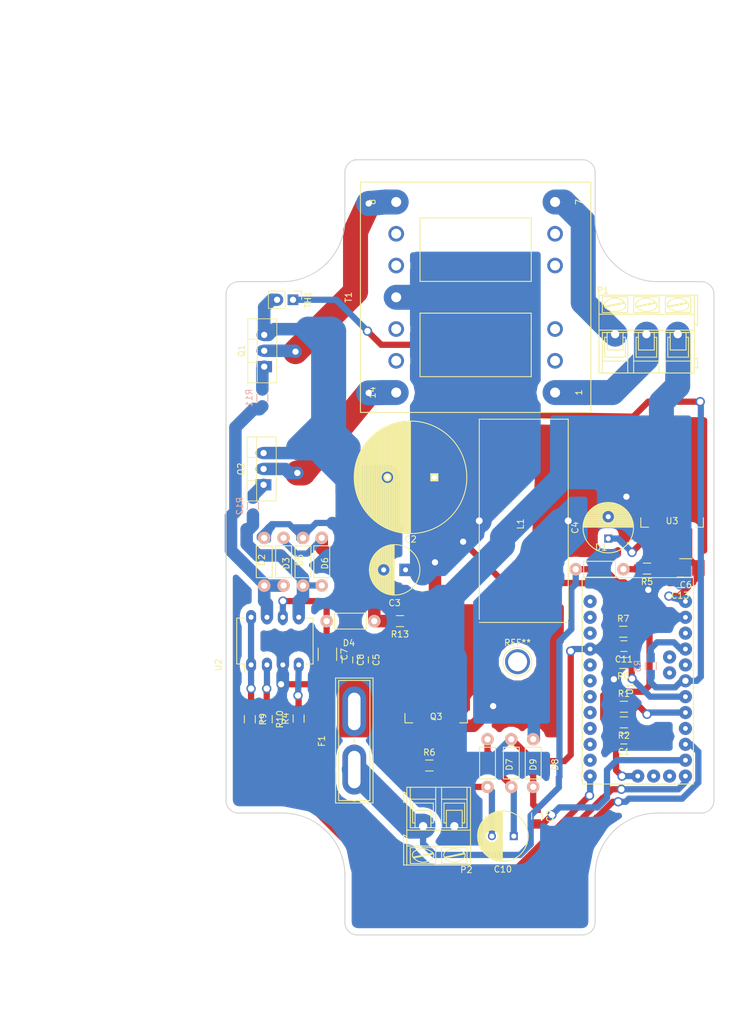
<source format=kicad_pcb>
(kicad_pcb (version 4) (host pcbnew 4.0.6)

  (general
    (links 87)
    (no_connects 0)
    (area 62.150001 30.45 182.100001 193.600001)
    (thickness 1.6)
    (drawings 58)
    (tracks 440)
    (zones 0)
    (modules 47)
    (nets 32)
  )

  (page A4)
  (layers
    (0 F.Cu signal)
    (31 B.Cu signal)
    (32 B.Adhes user)
    (33 F.Adhes user)
    (34 B.Paste user)
    (35 F.Paste user)
    (36 B.SilkS user)
    (37 F.SilkS user)
    (38 B.Mask user)
    (39 F.Mask user)
    (40 Dwgs.User user)
    (41 Cmts.User user)
    (42 Eco1.User user)
    (43 Eco2.User user)
    (44 Edge.Cuts user)
    (45 Margin user)
    (46 B.CrtYd user)
    (47 F.CrtYd user)
    (48 B.Fab user)
    (49 F.Fab user)
  )

  (setup
    (last_trace_width 4)
    (trace_clearance 0.5)
    (zone_clearance 1)
    (zone_45_only yes)
    (trace_min 0.2)
    (segment_width 0.2)
    (edge_width 0.15)
    (via_size 1.5)
    (via_drill 1)
    (via_min_size 0.4)
    (via_min_drill 0.3)
    (uvia_size 0.3)
    (uvia_drill 0.1)
    (uvias_allowed no)
    (uvia_min_size 0.2)
    (uvia_min_drill 0.1)
    (pcb_text_width 0.3)
    (pcb_text_size 1.5 1.5)
    (mod_edge_width 0.15)
    (mod_text_size 1 1)
    (mod_text_width 0.15)
    (pad_size 1.99898 1.99898)
    (pad_drill 1.00076)
    (pad_to_mask_clearance 0.2)
    (aux_axis_origin 99 178.6)
    (grid_origin 51.5 56)
    (visible_elements FFFFFF7F)
    (pcbplotparams
      (layerselection 0x010f0_80000001)
      (usegerberextensions false)
      (usegerberattributes true)
      (excludeedgelayer false)
      (linewidth 0.100000)
      (plotframeref false)
      (viasonmask false)
      (mode 1)
      (useauxorigin true)
      (hpglpennumber 1)
      (hpglpenspeed 20)
      (hpglpendiameter 15)
      (hpglpenoverlay 2)
      (psnegative false)
      (psa4output false)
      (plotreference true)
      (plotvalue true)
      (plotinvisibletext false)
      (padsonsilk false)
      (subtractmaskfromsilk false)
      (outputformat 1)
      (mirror false)
      (drillshape 0)
      (scaleselection 1)
      (outputdirectory ""))
  )

  (net 0 "")
  (net 1 GND)
  (net 2 "Net-(P1-Pad1)")
  (net 3 "Net-(P1-Pad2)")
  (net 4 "Net-(C7-Pad1)")
  (net 5 12v)
  (net 6 12vPower)
  (net 7 ADC1)
  (net 8 "Net-(D2-Pad1)")
  (net 9 "Net-(D5-Pad1)")
  (net 10 PWMB)
  (net 11 ENPWM)
  (net 12 PWMA)
  (net 13 "Net-(Q1-Pad2)")
  (net 14 "Net-(Q2-Pad2)")
  (net 15 "Net-(C4-Pad1)")
  (net 16 8v)
  (net 17 "Net-(C9-Pad1)")
  (net 18 PWRENABLE)
  (net 19 "Net-(C10-Pad1)")
  (net 20 "Net-(C10-Pad2)")
  (net 21 ADC2)
  (net 22 "Net-(D1-Pad2)")
  (net 23 "Net-(F1-Pad2)")
  (net 24 "Net-(R4-Pad1)")
  (net 25 "Net-(R9-Pad2)")
  (net 26 "Net-(R10-Pad2)")
  (net 27 "Net-(D2-Pad2)")
  (net 28 "Net-(Q1-Pad1)")
  (net 29 "Net-(Q2-Pad1)")
  (net 30 5v)
  (net 31 ADC3)

  (net_class Default "This is the default net class."
    (clearance 0.5)
    (trace_width 4)
    (via_dia 1.5)
    (via_drill 1)
    (uvia_dia 0.3)
    (uvia_drill 0.1)
    (add_net 12v)
    (add_net 12vPower)
    (add_net 5v)
    (add_net 8v)
    (add_net ADC1)
    (add_net ADC2)
    (add_net ADC3)
    (add_net ENPWM)
    (add_net GND)
    (add_net "Net-(C10-Pad1)")
    (add_net "Net-(C10-Pad2)")
    (add_net "Net-(C4-Pad1)")
    (add_net "Net-(C7-Pad1)")
    (add_net "Net-(C9-Pad1)")
    (add_net "Net-(D1-Pad2)")
    (add_net "Net-(D2-Pad1)")
    (add_net "Net-(D2-Pad2)")
    (add_net "Net-(D5-Pad1)")
    (add_net "Net-(F1-Pad2)")
    (add_net "Net-(P1-Pad1)")
    (add_net "Net-(P1-Pad2)")
    (add_net "Net-(Q1-Pad1)")
    (add_net "Net-(Q1-Pad2)")
    (add_net "Net-(Q2-Pad1)")
    (add_net "Net-(Q2-Pad2)")
    (add_net "Net-(R10-Pad2)")
    (add_net "Net-(R4-Pad1)")
    (add_net "Net-(R9-Pad2)")
    (add_net PWMA)
    (add_net PWMB)
    (add_net PWRENABLE)
  )

  (net_class 2m ""
    (clearance 0.5)
    (trace_width 2)
    (via_dia 1.5)
    (via_drill 1)
    (uvia_dia 0.3)
    (uvia_drill 0.1)
  )

  (net_class 4m ""
    (clearance 0.5)
    (trace_width 4)
    (via_dia 1.5)
    (via_drill 1)
    (uvia_dia 0.3)
    (uvia_drill 0.1)
  )

  (module Connect:1pin (layer F.Cu) (tedit 609E7846) (tstamp 60ABACED)
    (at 145.1 135.8)
    (descr "module 1 pin (ou trou mecanique de percage)")
    (tags DEV)
    (fp_text reference REF** (at 0 -3.048) (layer F.SilkS)
      (effects (font (size 1 1) (thickness 0.15)))
    )
    (fp_text value 1pin (at 0 2.794) (layer F.Fab)
      (effects (font (size 1 1) (thickness 0.15)))
    )
    (fp_circle (center 0 0) (end 0 -2.286) (layer F.SilkS) (width 0.15))
    (pad 1 thru_hole circle (at 0 0) (size 4 4) (drill 3.048) (layers *.Cu *.Mask))
  )

  (module Divers:ArduinoProMini (layer F.Cu) (tedit 608A899D) (tstamp 6083CB3E)
    (at 169.4 132.5 270)
    (path /6081B080)
    (fp_text reference U1 (at 7.62 6.35 270) (layer F.SilkS)
      (effects (font (size 1 1) (thickness 0.15)))
    )
    (fp_text value ArdinoMinPro (at 6.35 5.08 270) (layer F.Fab)
      (effects (font (size 1 1) (thickness 0.15)))
    )
    (fp_line (start -10.16 -3.81) (end 22.86 -3.81) (layer F.SilkS) (width 0.15))
    (fp_line (start 22.86 -3.81) (end 22.86 13.97) (layer F.SilkS) (width 0.15))
    (fp_line (start 22.86 13.97) (end -10.16 13.97) (layer F.SilkS) (width 0.15))
    (fp_line (start -10.16 13.97) (end -10.16 -3.81) (layer F.SilkS) (width 0.15))
    (pad 20 thru_hole circle (at 3.81 -2.54 270) (size 2.1 2.1) (drill 0.762) (layers *.Cu *.Mask))
    (pad 22 thru_hole circle (at -1.27 -2.54 270) (size 2.1 2.1) (drill 0.762) (layers *.Cu *.Mask))
    (pad 3 thru_hole circle (at -1.27 12.7 270) (size 2.1 2.1) (drill 0.762) (layers *.Cu *.Mask))
    (pad 6 thru_hole circle (at 6.35 12.7 270) (size 2.1 2.1) (drill 0.762) (layers *.Cu *.Mask))
    (pad 7 thru_hole circle (at 8.89 12.7 270) (size 2.1 2.1) (drill 0.762) (layers *.Cu *.Mask))
    (pad 8 thru_hole circle (at 11.43 12.7 270) (size 2.1 2.1) (drill 0.762) (layers *.Cu *.Mask))
    (pad 24 thru_hole circle (at -6.35 -2.54 270) (size 2.1 2.1) (drill 0.762) (layers *.Cu *.Mask)
      (net 16 8v))
    (pad 23 thru_hole circle (at -3.81 -2.54 270) (size 2.1 2.1) (drill 0.762) (layers *.Cu *.Mask)
      (net 1 GND))
    (pad 21 thru_hole circle (at 1.27 -2.54 270) (size 2.1 2.1) (drill 0.762) (layers *.Cu *.Mask)
      (net 30 5v))
    (pad 19 thru_hole circle (at 6.35 -2.54 270) (size 2.1 2.1) (drill 1) (layers *.Cu *.Mask)
      (net 31 ADC3))
    (pad 18 thru_hole circle (at 8.89 -2.54 270) (size 2.1 2.1) (drill 0.762) (layers *.Cu *.Mask)
      (net 21 ADC2))
    (pad 17 thru_hole circle (at 11.43 -2.54 270) (size 2.1 2.1) (drill 0.762) (layers *.Cu *.Mask)
      (net 7 ADC1))
    (pad 16 thru_hole circle (at 13.97 -2.54 270) (size 2.1 2.1) (drill 0.762) (layers *.Cu *.Mask))
    (pad 15 thru_hole circle (at 16.51 -2.54 270) (size 2.1 2.1) (drill 0.762) (layers *.Cu *.Mask)
      (net 25 "Net-(R9-Pad2)"))
    (pad 14 thru_hole circle (at 19.05 -2.54 270) (size 2.1 2.1) (drill 0.762) (layers *.Cu *.Mask)
      (net 18 PWRENABLE))
    (pad 13 thru_hole circle (at 21.59 -2.54 270) (size 2.1 2.1) (drill 0.762) (layers *.Cu *.Mask)
      (net 26 "Net-(R10-Pad2)"))
    (pad 1 thru_hole circle (at -6.35 12.7 270) (size 2.1 2.1) (drill 0.762) (layers *.Cu *.Mask))
    (pad 2 thru_hole circle (at -3.81 12.7 270) (size 2.1 2.1) (drill 0.762) (layers *.Cu *.Mask))
    (pad 5 thru_hole circle (at 3.81 12.7 270) (size 2.1 2.1) (drill 0.762) (layers *.Cu *.Mask))
    (pad 9 thru_hole circle (at 13.97 12.7 270) (size 2.1 2.1) (drill 0.762) (layers *.Cu *.Mask))
    (pad 10 thru_hole circle (at 16.51 12.7 270) (size 2.1 2.1) (drill 0.762) (layers *.Cu *.Mask))
    (pad 11 thru_hole circle (at 19.05 12.7 270) (size 2.1 2.1) (drill 0.762) (layers *.Cu *.Mask))
    (pad 12 thru_hole circle (at 21.59 12.7 270) (size 2.1 2.1) (drill 0.762) (layers *.Cu *.Mask)
      (net 24 "Net-(R4-Pad1)"))
    (pad A7 thru_hole circle (at 21.59 0 270) (size 2.1 2.1) (drill 0.762) (layers *.Cu *.Mask))
    (pad A6 thru_hole circle (at 21.59 2.54 270) (size 2.1 2.1) (drill 0.762) (layers *.Cu *.Mask))
    (pad 31 thru_hole circle (at 21.59 5.08 270) (size 2.1 2.1) (drill 0.762) (layers *.Cu *.Mask)
      (net 1 GND))
    (pad A5 thru_hole circle (at 2.54 0 270) (size 2.1 2.1) (drill 0.762) (layers *.Cu *.Mask))
    (pad A4 thru_hole circle (at 5.08 0 270) (size 2.1 2.1) (drill 0.762) (layers *.Cu *.Mask))
    (pad 4 thru_hole circle (at 1.27 12.7 270) (size 2.1 2.1) (drill 0.762) (layers *.Cu *.Mask)
      (net 1 GND))
  )

  (module Resistors_ThroughHole:Resistor_Horizontal_RM7mm (layer F.Cu) (tedit 569FCF07) (tstamp 6083C9A9)
    (at 154.4 121)
    (descr "Resistor, Axial,  RM 7.62mm, 1/3W,")
    (tags "Resistor Axial RM 7.62mm 1/3W R3")
    (path /608EF18D)
    (fp_text reference D1 (at 4.05892 -3.50012) (layer F.SilkS)
      (effects (font (size 1 1) (thickness 0.15)))
    )
    (fp_text value 1N5819 (at 3.81 3.81) (layer F.Fab)
      (effects (font (size 1 1) (thickness 0.15)))
    )
    (fp_line (start -1.25 -1.5) (end 8.85 -1.5) (layer F.CrtYd) (width 0.05))
    (fp_line (start -1.25 1.5) (end -1.25 -1.5) (layer F.CrtYd) (width 0.05))
    (fp_line (start 8.85 -1.5) (end 8.85 1.5) (layer F.CrtYd) (width 0.05))
    (fp_line (start -1.25 1.5) (end 8.85 1.5) (layer F.CrtYd) (width 0.05))
    (fp_line (start 1.27 -1.27) (end 6.35 -1.27) (layer F.SilkS) (width 0.15))
    (fp_line (start 6.35 -1.27) (end 6.35 1.27) (layer F.SilkS) (width 0.15))
    (fp_line (start 6.35 1.27) (end 1.27 1.27) (layer F.SilkS) (width 0.15))
    (fp_line (start 1.27 1.27) (end 1.27 -1.27) (layer F.SilkS) (width 0.15))
    (pad 1 thru_hole circle (at 0 0) (size 1.99898 1.99898) (drill 1.00076) (layers *.Cu *.SilkS *.Mask)
      (net 5 12v))
    (pad 2 thru_hole circle (at 7.62 0) (size 1.99898 1.99898) (drill 1.00076) (layers *.Cu *.SilkS *.Mask)
      (net 22 "Net-(D1-Pad2)"))
  )

  (module Resistors_ThroughHole:Resistor_Horizontal_RM7mm (layer F.Cu) (tedit 569FCF07) (tstamp 6083C9B7)
    (at 107.7 123.6 90)
    (descr "Resistor, Axial,  RM 7.62mm, 1/3W,")
    (tags "Resistor Axial RM 7.62mm 1/3W R3")
    (path /60826112)
    (fp_text reference D2 (at 4.05892 -3.50012 90) (layer F.SilkS)
      (effects (font (size 1 1) (thickness 0.15)))
    )
    (fp_text value 1N5819 (at 3.81 3.81 90) (layer F.Fab)
      (effects (font (size 1 1) (thickness 0.15)))
    )
    (fp_line (start -1.25 -1.5) (end 8.85 -1.5) (layer F.CrtYd) (width 0.05))
    (fp_line (start -1.25 1.5) (end -1.25 -1.5) (layer F.CrtYd) (width 0.05))
    (fp_line (start 8.85 -1.5) (end 8.85 1.5) (layer F.CrtYd) (width 0.05))
    (fp_line (start -1.25 1.5) (end 8.85 1.5) (layer F.CrtYd) (width 0.05))
    (fp_line (start 1.27 -1.27) (end 6.35 -1.27) (layer F.SilkS) (width 0.15))
    (fp_line (start 6.35 -1.27) (end 6.35 1.27) (layer F.SilkS) (width 0.15))
    (fp_line (start 6.35 1.27) (end 1.27 1.27) (layer F.SilkS) (width 0.15))
    (fp_line (start 1.27 1.27) (end 1.27 -1.27) (layer F.SilkS) (width 0.15))
    (pad 1 thru_hole circle (at 0 0 90) (size 1.99898 1.99898) (drill 1.00076) (layers *.Cu *.SilkS *.Mask)
      (net 8 "Net-(D2-Pad1)"))
    (pad 2 thru_hole circle (at 7.62 0 90) (size 1.99898 1.99898) (drill 1.00076) (layers *.Cu *.SilkS *.Mask)
      (net 27 "Net-(D2-Pad2)"))
  )

  (module Resistors_ThroughHole:Resistor_Horizontal_RM7mm (layer F.Cu) (tedit 569FCF07) (tstamp 6083C9C5)
    (at 104.6 116 270)
    (descr "Resistor, Axial,  RM 7.62mm, 1/3W,")
    (tags "Resistor Axial RM 7.62mm 1/3W R3")
    (path /60826013)
    (fp_text reference D3 (at 4.05892 -3.50012 270) (layer F.SilkS)
      (effects (font (size 1 1) (thickness 0.15)))
    )
    (fp_text value 1N5819 (at 3.81 3.81 270) (layer F.Fab)
      (effects (font (size 1 1) (thickness 0.15)))
    )
    (fp_line (start -1.25 -1.5) (end 8.85 -1.5) (layer F.CrtYd) (width 0.05))
    (fp_line (start -1.25 1.5) (end -1.25 -1.5) (layer F.CrtYd) (width 0.05))
    (fp_line (start 8.85 -1.5) (end 8.85 1.5) (layer F.CrtYd) (width 0.05))
    (fp_line (start -1.25 1.5) (end 8.85 1.5) (layer F.CrtYd) (width 0.05))
    (fp_line (start 1.27 -1.27) (end 6.35 -1.27) (layer F.SilkS) (width 0.15))
    (fp_line (start 6.35 -1.27) (end 6.35 1.27) (layer F.SilkS) (width 0.15))
    (fp_line (start 6.35 1.27) (end 1.27 1.27) (layer F.SilkS) (width 0.15))
    (fp_line (start 1.27 1.27) (end 1.27 -1.27) (layer F.SilkS) (width 0.15))
    (pad 1 thru_hole circle (at 0 0 270) (size 1.99898 1.99898) (drill 1.00076) (layers *.Cu *.SilkS *.Mask)
      (net 1 GND))
    (pad 2 thru_hole circle (at 7.62 0 270) (size 1.99898 1.99898) (drill 1.00076) (layers *.Cu *.SilkS *.Mask)
      (net 8 "Net-(D2-Pad1)"))
  )

  (module Resistors_ThroughHole:Resistor_Horizontal_RM7mm (layer F.Cu) (tedit 569FCF07) (tstamp 6083C9D3)
    (at 122.2 129.3 180)
    (descr "Resistor, Axial,  RM 7.62mm, 1/3W,")
    (tags "Resistor Axial RM 7.62mm 1/3W R3")
    (path /60826392)
    (fp_text reference D4 (at 4.05892 -3.50012 180) (layer F.SilkS)
      (effects (font (size 1 1) (thickness 0.15)))
    )
    (fp_text value 1N5819 (at 3.81 3.81 180) (layer F.Fab)
      (effects (font (size 1 1) (thickness 0.15)))
    )
    (fp_line (start -1.25 -1.5) (end 8.85 -1.5) (layer F.CrtYd) (width 0.05))
    (fp_line (start -1.25 1.5) (end -1.25 -1.5) (layer F.CrtYd) (width 0.05))
    (fp_line (start 8.85 -1.5) (end 8.85 1.5) (layer F.CrtYd) (width 0.05))
    (fp_line (start -1.25 1.5) (end 8.85 1.5) (layer F.CrtYd) (width 0.05))
    (fp_line (start 1.27 -1.27) (end 6.35 -1.27) (layer F.SilkS) (width 0.15))
    (fp_line (start 6.35 -1.27) (end 6.35 1.27) (layer F.SilkS) (width 0.15))
    (fp_line (start 6.35 1.27) (end 1.27 1.27) (layer F.SilkS) (width 0.15))
    (fp_line (start 1.27 1.27) (end 1.27 -1.27) (layer F.SilkS) (width 0.15))
    (pad 1 thru_hole circle (at 0 0 180) (size 1.99898 1.99898) (drill 1.00076) (layers *.Cu *.SilkS *.Mask)
      (net 27 "Net-(D2-Pad2)"))
    (pad 2 thru_hole circle (at 7.62 0 180) (size 1.99898 1.99898) (drill 1.00076) (layers *.Cu *.SilkS *.Mask)
      (net 4 "Net-(C7-Pad1)"))
  )

  (module Resistors_ThroughHole:Resistor_Horizontal_RM7mm (layer F.Cu) (tedit 569FCF07) (tstamp 6083C9E1)
    (at 113.8 123.6 90)
    (descr "Resistor, Axial,  RM 7.62mm, 1/3W,")
    (tags "Resistor Axial RM 7.62mm 1/3W R3")
    (path /6082614C)
    (fp_text reference D5 (at 4.05892 -3.50012 90) (layer F.SilkS)
      (effects (font (size 1 1) (thickness 0.15)))
    )
    (fp_text value 1N5819 (at 3.81 3.81 90) (layer F.Fab)
      (effects (font (size 1 1) (thickness 0.15)))
    )
    (fp_line (start -1.25 -1.5) (end 8.85 -1.5) (layer F.CrtYd) (width 0.05))
    (fp_line (start -1.25 1.5) (end -1.25 -1.5) (layer F.CrtYd) (width 0.05))
    (fp_line (start 8.85 -1.5) (end 8.85 1.5) (layer F.CrtYd) (width 0.05))
    (fp_line (start -1.25 1.5) (end 8.85 1.5) (layer F.CrtYd) (width 0.05))
    (fp_line (start 1.27 -1.27) (end 6.35 -1.27) (layer F.SilkS) (width 0.15))
    (fp_line (start 6.35 -1.27) (end 6.35 1.27) (layer F.SilkS) (width 0.15))
    (fp_line (start 6.35 1.27) (end 1.27 1.27) (layer F.SilkS) (width 0.15))
    (fp_line (start 1.27 1.27) (end 1.27 -1.27) (layer F.SilkS) (width 0.15))
    (pad 1 thru_hole circle (at 0 0 90) (size 1.99898 1.99898) (drill 1.00076) (layers *.Cu *.SilkS *.Mask)
      (net 9 "Net-(D5-Pad1)"))
    (pad 2 thru_hole circle (at 7.62 0 90) (size 1.99898 1.99898) (drill 1.00076) (layers *.Cu *.SilkS *.Mask)
      (net 27 "Net-(D2-Pad2)"))
  )

  (module Resistors_ThroughHole:Resistor_Horizontal_RM7mm (layer F.Cu) (tedit 569FCF07) (tstamp 6083C9EF)
    (at 110.8 116 270)
    (descr "Resistor, Axial,  RM 7.62mm, 1/3W,")
    (tags "Resistor Axial RM 7.62mm 1/3W R3")
    (path /608260E3)
    (fp_text reference D6 (at 4.05892 -3.50012 270) (layer F.SilkS)
      (effects (font (size 1 1) (thickness 0.15)))
    )
    (fp_text value 1N5819 (at 3.81 3.81 270) (layer F.Fab)
      (effects (font (size 1 1) (thickness 0.15)))
    )
    (fp_line (start -1.25 -1.5) (end 8.85 -1.5) (layer F.CrtYd) (width 0.05))
    (fp_line (start -1.25 1.5) (end -1.25 -1.5) (layer F.CrtYd) (width 0.05))
    (fp_line (start 8.85 -1.5) (end 8.85 1.5) (layer F.CrtYd) (width 0.05))
    (fp_line (start -1.25 1.5) (end 8.85 1.5) (layer F.CrtYd) (width 0.05))
    (fp_line (start 1.27 -1.27) (end 6.35 -1.27) (layer F.SilkS) (width 0.15))
    (fp_line (start 6.35 -1.27) (end 6.35 1.27) (layer F.SilkS) (width 0.15))
    (fp_line (start 6.35 1.27) (end 1.27 1.27) (layer F.SilkS) (width 0.15))
    (fp_line (start 1.27 1.27) (end 1.27 -1.27) (layer F.SilkS) (width 0.15))
    (pad 1 thru_hole circle (at 0 0 270) (size 1.99898 1.99898) (drill 1.00076) (layers *.Cu *.SilkS *.Mask)
      (net 1 GND))
    (pad 2 thru_hole circle (at 7.62 0 270) (size 1.99898 1.99898) (drill 1.00076) (layers *.Cu *.SilkS *.Mask)
      (net 9 "Net-(D5-Pad1)"))
  )

  (module Fuse_Holders_and_Fuses:BladeFuse-CarType (layer F.Cu) (tedit 0) (tstamp 6083C9FE)
    (at 119 148.4 90)
    (path /6082914C)
    (fp_text reference F1 (at -0.1 -5.2 90) (layer F.SilkS)
      (effects (font (size 1 1) (thickness 0.15)))
    )
    (fp_text value FUSE (at -0.3 6.1 90) (layer F.Fab)
      (effects (font (size 1 1) (thickness 0.15)))
    )
    (fp_line (start 0.3 0) (end -0.3 0) (layer F.SilkS) (width 0.15))
    (fp_line (start -10 -3) (end 10 -3) (layer F.SilkS) (width 0.15))
    (fp_line (start 10 -3) (end 10 3) (layer F.SilkS) (width 0.15))
    (fp_line (start 10 3) (end -10 3) (layer F.SilkS) (width 0.15))
    (fp_line (start -10 3) (end -10 -3) (layer F.SilkS) (width 0.15))
    (fp_line (start -9.6 -2.5) (end 9.6 -2.5) (layer F.SilkS) (width 0.15))
    (fp_line (start 9.6 -2.5) (end 9.6 2.5) (layer F.SilkS) (width 0.15))
    (fp_line (start 9.6 2.5) (end -9.6 2.5) (layer F.SilkS) (width 0.15))
    (fp_line (start -9.6 2.5) (end -9.6 -2.5) (layer F.SilkS) (width 0.15))
    (pad 1 thru_hole oval (at -4.65 0 90) (size 8 3.8) (drill oval 6 2) (layers *.Cu *.Mask)
      (net 5 12v))
    (pad 2 thru_hole oval (at 4.65 0 90) (size 8 3.8) (drill oval 6 2) (layers *.Cu *.Mask)
      (net 23 "Net-(F1-Pad2)"))
    (model Fuse_Holders_and_Fuses.3dshapes/BladeFuse-CarType.wrl
      (at (xyz 0 0 0))
      (scale (xyz 0.3937 0.3937 0.3937))
      (rotate (xyz 0 0 0))
    )
  )

  (module Connect:AK300-2 (layer F.Cu) (tedit 54792136) (tstamp 6083CAC2)
    (at 135 162.1 180)
    (descr CONNECTOR)
    (tags CONNECTOR)
    (path /6082CEFB)
    (attr virtual)
    (fp_text reference P2 (at -1.92 -6.985 180) (layer F.SilkS)
      (effects (font (size 1 1) (thickness 0.15)))
    )
    (fp_text value CONN_2 (at 2.779 7.747 180) (layer F.Fab)
      (effects (font (size 1 1) (thickness 0.15)))
    )
    (fp_line (start 8.363 -6.473) (end -2.83 -6.473) (layer F.CrtYd) (width 0.05))
    (fp_line (start 8.363 6.473) (end 8.363 -6.473) (layer F.CrtYd) (width 0.05))
    (fp_line (start -2.83 6.473) (end 8.363 6.473) (layer F.CrtYd) (width 0.05))
    (fp_line (start -2.83 -6.473) (end -2.83 6.473) (layer F.CrtYd) (width 0.05))
    (fp_line (start -1.2596 2.54) (end 1.2804 2.54) (layer F.SilkS) (width 0.15))
    (fp_line (start 1.2804 2.54) (end 1.2804 -0.254) (layer F.SilkS) (width 0.15))
    (fp_line (start -1.2596 -0.254) (end 1.2804 -0.254) (layer F.SilkS) (width 0.15))
    (fp_line (start -1.2596 2.54) (end -1.2596 -0.254) (layer F.SilkS) (width 0.15))
    (fp_line (start 3.7442 2.54) (end 6.2842 2.54) (layer F.SilkS) (width 0.15))
    (fp_line (start 6.2842 2.54) (end 6.2842 -0.254) (layer F.SilkS) (width 0.15))
    (fp_line (start 3.7442 -0.254) (end 6.2842 -0.254) (layer F.SilkS) (width 0.15))
    (fp_line (start 3.7442 2.54) (end 3.7442 -0.254) (layer F.SilkS) (width 0.15))
    (fp_line (start 7.605 -6.223) (end 7.605 -3.175) (layer F.SilkS) (width 0.15))
    (fp_line (start 7.605 -6.223) (end -2.58 -6.223) (layer F.SilkS) (width 0.15))
    (fp_line (start 7.605 -6.223) (end 8.113 -6.223) (layer F.SilkS) (width 0.15))
    (fp_line (start 8.113 -6.223) (end 8.113 -1.397) (layer F.SilkS) (width 0.15))
    (fp_line (start 8.113 -1.397) (end 7.605 -1.651) (layer F.SilkS) (width 0.15))
    (fp_line (start 8.113 5.461) (end 7.605 5.207) (layer F.SilkS) (width 0.15))
    (fp_line (start 7.605 5.207) (end 7.605 6.223) (layer F.SilkS) (width 0.15))
    (fp_line (start 8.113 3.81) (end 7.605 4.064) (layer F.SilkS) (width 0.15))
    (fp_line (start 7.605 4.064) (end 7.605 5.207) (layer F.SilkS) (width 0.15))
    (fp_line (start 8.113 3.81) (end 8.113 5.461) (layer F.SilkS) (width 0.15))
    (fp_line (start 2.9822 6.223) (end 2.9822 4.318) (layer F.SilkS) (width 0.15))
    (fp_line (start 7.0462 -0.254) (end 7.0462 4.318) (layer F.SilkS) (width 0.15))
    (fp_line (start 2.9822 6.223) (end 7.0462 6.223) (layer F.SilkS) (width 0.15))
    (fp_line (start 7.0462 6.223) (end 7.605 6.223) (layer F.SilkS) (width 0.15))
    (fp_line (start 2.0424 6.223) (end 2.0424 4.318) (layer F.SilkS) (width 0.15))
    (fp_line (start 2.0424 6.223) (end 2.9822 6.223) (layer F.SilkS) (width 0.15))
    (fp_line (start -2.0216 -0.254) (end -2.0216 4.318) (layer F.SilkS) (width 0.15))
    (fp_line (start -2.58 6.223) (end -2.0216 6.223) (layer F.SilkS) (width 0.15))
    (fp_line (start -2.0216 6.223) (end 2.0424 6.223) (layer F.SilkS) (width 0.15))
    (fp_line (start 2.9822 4.318) (end 7.0462 4.318) (layer F.SilkS) (width 0.15))
    (fp_line (start 2.9822 4.318) (end 2.9822 -0.254) (layer F.SilkS) (width 0.15))
    (fp_line (start 7.0462 4.318) (end 7.0462 6.223) (layer F.SilkS) (width 0.15))
    (fp_line (start 2.0424 4.318) (end -2.0216 4.318) (layer F.SilkS) (width 0.15))
    (fp_line (start 2.0424 4.318) (end 2.0424 -0.254) (layer F.SilkS) (width 0.15))
    (fp_line (start -2.0216 4.318) (end -2.0216 6.223) (layer F.SilkS) (width 0.15))
    (fp_line (start 6.6652 3.683) (end 6.6652 0.508) (layer F.SilkS) (width 0.15))
    (fp_line (start 6.6652 3.683) (end 3.3632 3.683) (layer F.SilkS) (width 0.15))
    (fp_line (start 3.3632 3.683) (end 3.3632 0.508) (layer F.SilkS) (width 0.15))
    (fp_line (start 1.6614 3.683) (end 1.6614 0.508) (layer F.SilkS) (width 0.15))
    (fp_line (start 1.6614 3.683) (end -1.6406 3.683) (layer F.SilkS) (width 0.15))
    (fp_line (start -1.6406 3.683) (end -1.6406 0.508) (layer F.SilkS) (width 0.15))
    (fp_line (start -1.6406 0.508) (end -1.2596 0.508) (layer F.SilkS) (width 0.15))
    (fp_line (start 1.6614 0.508) (end 1.2804 0.508) (layer F.SilkS) (width 0.15))
    (fp_line (start 3.3632 0.508) (end 3.7442 0.508) (layer F.SilkS) (width 0.15))
    (fp_line (start 6.6652 0.508) (end 6.2842 0.508) (layer F.SilkS) (width 0.15))
    (fp_line (start -2.58 6.223) (end -2.58 -0.635) (layer F.SilkS) (width 0.15))
    (fp_line (start -2.58 -0.635) (end -2.58 -3.175) (layer F.SilkS) (width 0.15))
    (fp_line (start 7.605 -1.651) (end 7.605 -0.635) (layer F.SilkS) (width 0.15))
    (fp_line (start 7.605 -0.635) (end 7.605 4.064) (layer F.SilkS) (width 0.15))
    (fp_line (start -2.58 -3.175) (end 7.605 -3.175) (layer F.SilkS) (width 0.15))
    (fp_line (start -2.58 -3.175) (end -2.58 -6.223) (layer F.SilkS) (width 0.15))
    (fp_line (start 7.605 -3.175) (end 7.605 -1.651) (layer F.SilkS) (width 0.15))
    (fp_line (start 2.9822 -3.429) (end 2.9822 -5.969) (layer F.SilkS) (width 0.15))
    (fp_line (start 2.9822 -5.969) (end 7.0462 -5.969) (layer F.SilkS) (width 0.15))
    (fp_line (start 7.0462 -5.969) (end 7.0462 -3.429) (layer F.SilkS) (width 0.15))
    (fp_line (start 7.0462 -3.429) (end 2.9822 -3.429) (layer F.SilkS) (width 0.15))
    (fp_line (start 2.0424 -3.429) (end 2.0424 -5.969) (layer F.SilkS) (width 0.15))
    (fp_line (start 2.0424 -3.429) (end -2.0216 -3.429) (layer F.SilkS) (width 0.15))
    (fp_line (start -2.0216 -3.429) (end -2.0216 -5.969) (layer F.SilkS) (width 0.15))
    (fp_line (start 2.0424 -5.969) (end -2.0216 -5.969) (layer F.SilkS) (width 0.15))
    (fp_line (start 3.3886 -4.445) (end 6.4366 -5.08) (layer F.SilkS) (width 0.15))
    (fp_line (start 3.5156 -4.318) (end 6.5636 -4.953) (layer F.SilkS) (width 0.15))
    (fp_line (start -1.6152 -4.445) (end 1.43534 -5.08) (layer F.SilkS) (width 0.15))
    (fp_line (start -1.4882 -4.318) (end 1.5598 -4.953) (layer F.SilkS) (width 0.15))
    (fp_line (start -2.0216 -0.254) (end -1.6406 -0.254) (layer F.SilkS) (width 0.15))
    (fp_line (start 2.0424 -0.254) (end 1.6614 -0.254) (layer F.SilkS) (width 0.15))
    (fp_line (start 1.6614 -0.254) (end -1.6406 -0.254) (layer F.SilkS) (width 0.15))
    (fp_line (start -2.58 -0.635) (end -1.6406 -0.635) (layer F.SilkS) (width 0.15))
    (fp_line (start -1.6406 -0.635) (end 1.6614 -0.635) (layer F.SilkS) (width 0.15))
    (fp_line (start 1.6614 -0.635) (end 3.3632 -0.635) (layer F.SilkS) (width 0.15))
    (fp_line (start 7.605 -0.635) (end 6.6652 -0.635) (layer F.SilkS) (width 0.15))
    (fp_line (start 6.6652 -0.635) (end 3.3632 -0.635) (layer F.SilkS) (width 0.15))
    (fp_line (start 7.0462 -0.254) (end 6.6652 -0.254) (layer F.SilkS) (width 0.15))
    (fp_line (start 2.9822 -0.254) (end 3.3632 -0.254) (layer F.SilkS) (width 0.15))
    (fp_line (start 3.3632 -0.254) (end 6.6652 -0.254) (layer F.SilkS) (width 0.15))
    (fp_arc (start 6.0302 -4.59486) (end 6.53566 -5.05206) (angle 90.5) (layer F.SilkS) (width 0.15))
    (fp_arc (start 5.065 -6.0706) (end 6.52804 -4.11734) (angle 75.5) (layer F.SilkS) (width 0.15))
    (fp_arc (start 4.98626 -3.7084) (end 3.3886 -5.0038) (angle 100) (layer F.SilkS) (width 0.15))
    (fp_arc (start 3.8712 -4.64566) (end 3.58164 -4.1275) (angle 104.2) (layer F.SilkS) (width 0.15))
    (fp_arc (start 1.0264 -4.59486) (end 1.5344 -5.05206) (angle 90.5) (layer F.SilkS) (width 0.15))
    (fp_arc (start 0.06374 -6.0706) (end 1.52678 -4.11734) (angle 75.5) (layer F.SilkS) (width 0.15))
    (fp_arc (start -0.01246 -3.7084) (end -1.6152 -5.0038) (angle 100) (layer F.SilkS) (width 0.15))
    (fp_arc (start -1.1326 -4.64566) (end -1.41962 -4.1275) (angle 104.2) (layer F.SilkS) (width 0.15))
    (pad 1 thru_hole oval (at 0 0 180) (size 1.9812 3.9624) (drill 1.3208) (layers *.Cu F.Paste F.Mask)
      (net 1 GND))
    (pad 2 thru_hole oval (at 5 0 180) (size 1.9812 3.9624) (drill 1.3208) (layers *.Cu F.Paste F.Mask)
      (net 5 12v))
  )

  (module TO_SOT_Packages_THT:TO-220_Vertical (layer F.Cu) (tedit 608A8D7D) (tstamp 6083CADC)
    (at 104.6 88.6 90)
    (descr "TO-220, Vertical, RM 2.54mm")
    (tags "TO-220 Vertical RM 2.54mm")
    (path /6081B4AA)
    (fp_text reference Q1 (at 2.54 -3.62 90) (layer F.SilkS)
      (effects (font (size 1 1) (thickness 0.15)))
    )
    (fp_text value RPF60N06 (at 2.54 3.92 90) (layer F.Fab)
      (effects (font (size 1 1) (thickness 0.15)))
    )
    (fp_line (start -2.46 -2.5) (end -2.46 1.9) (layer F.Fab) (width 0.1))
    (fp_line (start -2.46 1.9) (end 7.54 1.9) (layer F.Fab) (width 0.1))
    (fp_line (start 7.54 1.9) (end 7.54 -2.5) (layer F.Fab) (width 0.1))
    (fp_line (start 7.54 -2.5) (end -2.46 -2.5) (layer F.Fab) (width 0.1))
    (fp_line (start -2.46 -1.23) (end 7.54 -1.23) (layer F.Fab) (width 0.1))
    (fp_line (start 0.69 -2.5) (end 0.69 -1.23) (layer F.Fab) (width 0.1))
    (fp_line (start 4.39 -2.5) (end 4.39 -1.23) (layer F.Fab) (width 0.1))
    (fp_line (start -2.58 -2.62) (end 7.66 -2.62) (layer F.SilkS) (width 0.12))
    (fp_line (start -2.58 2.021) (end 7.66 2.021) (layer F.SilkS) (width 0.12))
    (fp_line (start -2.58 -2.62) (end -2.58 2.021) (layer F.SilkS) (width 0.12))
    (fp_line (start 7.66 -2.62) (end 7.66 2.021) (layer F.SilkS) (width 0.12))
    (fp_line (start -2.58 -1.11) (end 7.66 -1.11) (layer F.SilkS) (width 0.12))
    (fp_line (start 0.69 -2.62) (end 0.69 -1.11) (layer F.SilkS) (width 0.12))
    (fp_line (start 4.391 -2.62) (end 4.391 -1.11) (layer F.SilkS) (width 0.12))
    (fp_line (start -2.71 -2.75) (end -2.71 2.16) (layer F.CrtYd) (width 0.05))
    (fp_line (start -2.71 2.16) (end 7.79 2.16) (layer F.CrtYd) (width 0.05))
    (fp_line (start 7.79 2.16) (end 7.79 -2.75) (layer F.CrtYd) (width 0.05))
    (fp_line (start 7.79 -2.75) (end -2.71 -2.75) (layer F.CrtYd) (width 0.05))
    (fp_text user %R (at 2.54 -3.62 90) (layer F.Fab)
      (effects (font (size 1 1) (thickness 0.15)))
    )
    (pad 1 thru_hole rect (at 0 0 90) (size 1.8 2.5) (drill 1) (layers *.Cu *.Mask)
      (net 28 "Net-(Q1-Pad1)"))
    (pad 2 thru_hole oval (at 2.54 0 90) (size 1.8 2.5) (drill 1) (layers *.Cu *.Mask)
      (net 13 "Net-(Q1-Pad2)"))
    (pad 3 thru_hole oval (at 5.08 0 90) (size 1.8 2.5) (drill 1) (layers *.Cu *.Mask)
      (net 1 GND))
    (model TO_SOT_Packages_THT.3dshapes/TO-220_Vertical.wrl
      (at (xyz 0.1 0 0))
      (scale (xyz 0.393701 0.393701 0.393701))
      (rotate (xyz 0 0 0))
    )
  )

  (module TO_SOT_Packages_THT:TO-220_Vertical (layer F.Cu) (tedit 608A8D9A) (tstamp 6083CAF6)
    (at 104.5 107.5 90)
    (descr "TO-220, Vertical, RM 2.54mm")
    (tags "TO-220 Vertical RM 2.54mm")
    (path /6081B4D5)
    (fp_text reference Q2 (at 2.54 -3.62 90) (layer F.SilkS)
      (effects (font (size 1 1) (thickness 0.15)))
    )
    (fp_text value RPF60N06 (at 2.54 3.92 90) (layer F.Fab)
      (effects (font (size 1 1) (thickness 0.15)))
    )
    (fp_line (start -2.46 -2.5) (end -2.46 1.9) (layer F.Fab) (width 0.1))
    (fp_line (start -2.46 1.9) (end 7.54 1.9) (layer F.Fab) (width 0.1))
    (fp_line (start 7.54 1.9) (end 7.54 -2.5) (layer F.Fab) (width 0.1))
    (fp_line (start 7.54 -2.5) (end -2.46 -2.5) (layer F.Fab) (width 0.1))
    (fp_line (start -2.46 -1.23) (end 7.54 -1.23) (layer F.Fab) (width 0.1))
    (fp_line (start 0.69 -2.5) (end 0.69 -1.23) (layer F.Fab) (width 0.1))
    (fp_line (start 4.39 -2.5) (end 4.39 -1.23) (layer F.Fab) (width 0.1))
    (fp_line (start -2.58 -2.62) (end 7.66 -2.62) (layer F.SilkS) (width 0.12))
    (fp_line (start -2.58 2.021) (end 7.66 2.021) (layer F.SilkS) (width 0.12))
    (fp_line (start -2.58 -2.62) (end -2.58 2.021) (layer F.SilkS) (width 0.12))
    (fp_line (start 7.66 -2.62) (end 7.66 2.021) (layer F.SilkS) (width 0.12))
    (fp_line (start -2.58 -1.11) (end 7.66 -1.11) (layer F.SilkS) (width 0.12))
    (fp_line (start 0.69 -2.62) (end 0.69 -1.11) (layer F.SilkS) (width 0.12))
    (fp_line (start 4.391 -2.62) (end 4.391 -1.11) (layer F.SilkS) (width 0.12))
    (fp_line (start -2.71 -2.75) (end -2.71 2.16) (layer F.CrtYd) (width 0.05))
    (fp_line (start -2.71 2.16) (end 7.79 2.16) (layer F.CrtYd) (width 0.05))
    (fp_line (start 7.79 2.16) (end 7.79 -2.75) (layer F.CrtYd) (width 0.05))
    (fp_line (start 7.79 -2.75) (end -2.71 -2.75) (layer F.CrtYd) (width 0.05))
    (fp_text user %R (at 2.54 -3.62 90) (layer F.Fab)
      (effects (font (size 1 1) (thickness 0.15)))
    )
    (pad 1 thru_hole rect (at 0 0 90) (size 1.8 2.5) (drill 1) (layers *.Cu *.Mask)
      (net 29 "Net-(Q2-Pad1)"))
    (pad 2 thru_hole oval (at 2.54 0 90) (size 1.8 2.5) (drill 1) (layers *.Cu *.Mask)
      (net 14 "Net-(Q2-Pad2)"))
    (pad 3 thru_hole oval (at 5.08 0 90) (size 1.8 2.5) (drill 1) (layers *.Cu *.Mask)
      (net 1 GND))
    (model TO_SOT_Packages_THT.3dshapes/TO-220_Vertical.wrl
      (at (xyz 0.1 0 0))
      (scale (xyz 0.393701 0.393701 0.393701))
      (rotate (xyz 0 0 0))
    )
  )

  (module Transformers_SMPS_ThroughHole:ETD29_13Pin_Horizontal_EPCOS-B66359A1013T (layer F.Cu) (tedit 0) (tstamp 6083CB19)
    (at 138.4 77.5 90)
    (descr "Transformer, Transformator, ETD29, 13 Pin, Horizontal, EPCOS-B66359A1013T,")
    (tags "Transformer, Transformator, ETD29, 13 Pin, Horizontal, EPCOS-B66359A1013T,")
    (path /6082D7AE)
    (fp_text reference T1 (at 0 -20.32 90) (layer F.SilkS)
      (effects (font (size 1 1) (thickness 0.15)))
    )
    (fp_text value ETD29 (at 0 20.32 90) (layer F.Fab)
      (effects (font (size 1 1) (thickness 0.15)))
    )
    (fp_line (start 2.54 -8.89) (end 2.54 8.89) (layer F.SilkS) (width 0.15))
    (fp_line (start 2.54 8.89) (end 12.7 8.89) (layer F.SilkS) (width 0.15))
    (fp_line (start 12.7 8.89) (end 12.7 -8.89) (layer F.SilkS) (width 0.15))
    (fp_line (start 12.7 -8.89) (end 2.54 -8.89) (layer F.SilkS) (width 0.15))
    (fp_line (start -5.08 -8.89) (end -2.54 -8.89) (layer F.SilkS) (width 0.15))
    (fp_line (start -2.54 -8.89) (end -2.54 8.89) (layer F.SilkS) (width 0.15))
    (fp_line (start -2.54 8.89) (end -5.08 8.89) (layer F.SilkS) (width 0.15))
    (fp_line (start -5.08 -8.89) (end -12.7 -8.89) (layer F.SilkS) (width 0.15))
    (fp_line (start -12.7 -8.89) (end -12.7 8.89) (layer F.SilkS) (width 0.15))
    (fp_line (start -12.7 8.89) (end -5.08 8.89) (layer F.SilkS) (width 0.15))
    (fp_text user 14 (at -15.24 -16.51 90) (layer F.SilkS)
      (effects (font (size 1 1) (thickness 0.15)))
    )
    (fp_text user 8 (at 15.24 -16.51 90) (layer F.SilkS)
      (effects (font (size 1 1) (thickness 0.15)))
    )
    (fp_text user 7 (at 15.24 16.51 90) (layer F.SilkS)
      (effects (font (size 1 1) (thickness 0.15)))
    )
    (fp_text user 1 (at -15.24 16.51 90) (layer F.SilkS)
      (effects (font (size 1 1) (thickness 0.15)))
    )
    (fp_line (start -18.415 -18.415) (end 18.415 -18.415) (layer F.SilkS) (width 0.15))
    (fp_line (start 18.415 -18.415) (end 18.415 18.415) (layer F.SilkS) (width 0.15))
    (fp_line (start 18.415 18.415) (end -18.415 18.415) (layer F.SilkS) (width 0.15))
    (fp_line (start -18.415 18.415) (end -18.415 -18.415) (layer F.SilkS) (width 0.15))
    (pad 1 thru_hole circle (at -15.24 12.7 90) (size 2.49936 2.49936) (drill 1.6002) (layers *.Cu *.Mask)
      (net 3 "Net-(P1-Pad2)"))
    (pad 2 thru_hole circle (at -10.16 12.7 90) (size 2.49936 2.49936) (drill 1.6002) (layers *.Cu *.Mask))
    (pad 3 thru_hole circle (at -5.08 12.7 90) (size 2.49936 2.49936) (drill 1.6002) (layers *.Cu *.Mask))
    (pad 5 thru_hole circle (at 5.08 12.7 90) (size 2.49936 2.49936) (drill 1.6002) (layers *.Cu *.Mask))
    (pad 6 thru_hole circle (at 10.16 12.7 90) (size 2.49936 2.49936) (drill 1.6002) (layers *.Cu *.Mask))
    (pad 7 thru_hole circle (at 15.24 12.7 90) (size 2.49936 2.49936) (drill 1.6002) (layers *.Cu *.Mask)
      (net 2 "Net-(P1-Pad1)"))
    (pad 14 thru_hole circle (at -15.24 -12.7 90) (size 2.49936 2.49936) (drill 1.6002) (layers *.Cu *.Mask)
      (net 14 "Net-(Q2-Pad2)"))
    (pad 13 thru_hole circle (at -10.16 -12.7 90) (size 2.49936 2.49936) (drill 1.6002) (layers *.Cu *.Mask))
    (pad 12 thru_hole circle (at -5.08 -12.7 90) (size 2.49936 2.49936) (drill 1.6002) (layers *.Cu *.Mask))
    (pad 11 thru_hole circle (at 0 -12.7 90) (size 2.49936 2.49936) (drill 1.6002) (layers *.Cu *.Mask)
      (net 6 12vPower))
    (pad 10 thru_hole circle (at 5.08 -12.7 90) (size 2.49936 2.49936) (drill 1.6002) (layers *.Cu *.Mask))
    (pad 9 thru_hole circle (at 10.16 -12.7 90) (size 2.49936 2.49936) (drill 1.6002) (layers *.Cu *.Mask))
    (pad 8 thru_hole circle (at 15.24 -12.7 90) (size 2.49936 2.49936) (drill 1.6002) (layers *.Cu *.Mask)
      (net 13 "Net-(Q1-Pad2)"))
  )

  (module Housings_DIP:DIP-8_W7.62mm_LongPads (layer F.Cu) (tedit 54130A77) (tstamp 6083CB55)
    (at 102.5 136.3 90)
    (descr "8-lead dip package, row spacing 7.62 mm (300 mils), longer pads")
    (tags "dil dip 2.54 300")
    (path /6081B464)
    (fp_text reference U2 (at 0 -5.22 90) (layer F.SilkS)
      (effects (font (size 1 1) (thickness 0.15)))
    )
    (fp_text value MCP14E4 (at 0 -3.72 90) (layer F.Fab)
      (effects (font (size 1 1) (thickness 0.15)))
    )
    (fp_line (start -1.4 -2.45) (end -1.4 10.1) (layer F.CrtYd) (width 0.05))
    (fp_line (start 9 -2.45) (end 9 10.1) (layer F.CrtYd) (width 0.05))
    (fp_line (start -1.4 -2.45) (end 9 -2.45) (layer F.CrtYd) (width 0.05))
    (fp_line (start -1.4 10.1) (end 9 10.1) (layer F.CrtYd) (width 0.05))
    (fp_line (start 0.135 -2.295) (end 0.135 -1.025) (layer F.SilkS) (width 0.15))
    (fp_line (start 7.485 -2.295) (end 7.485 -1.025) (layer F.SilkS) (width 0.15))
    (fp_line (start 7.485 9.915) (end 7.485 8.645) (layer F.SilkS) (width 0.15))
    (fp_line (start 0.135 9.915) (end 0.135 8.645) (layer F.SilkS) (width 0.15))
    (fp_line (start 0.135 -2.295) (end 7.485 -2.295) (layer F.SilkS) (width 0.15))
    (fp_line (start 0.135 9.915) (end 7.485 9.915) (layer F.SilkS) (width 0.15))
    (fp_line (start 0.135 -1.025) (end -1.15 -1.025) (layer F.SilkS) (width 0.15))
    (pad 1 thru_hole oval (at 0 0 90) (size 2.3 1.6) (drill 0.8) (layers *.Cu *.Mask)
      (net 11 ENPWM))
    (pad 2 thru_hole oval (at 0 2.54 90) (size 2.3 1.6) (drill 0.8) (layers *.Cu *.Mask)
      (net 12 PWMA))
    (pad 3 thru_hole oval (at 0 5.08 90) (size 2.3 1.6) (drill 0.8) (layers *.Cu *.Mask)
      (net 1 GND))
    (pad 4 thru_hole oval (at 0 7.62 90) (size 2.3 1.6) (drill 0.8) (layers *.Cu *.Mask)
      (net 10 PWMB))
    (pad 5 thru_hole oval (at 7.62 7.62 90) (size 2.3 1.6) (drill 0.8) (layers *.Cu *.Mask)
      (net 9 "Net-(D5-Pad1)"))
    (pad 6 thru_hole oval (at 7.62 5.08 90) (size 2.3 1.6) (drill 0.8) (layers *.Cu *.Mask)
      (net 4 "Net-(C7-Pad1)"))
    (pad 7 thru_hole oval (at 7.62 2.54 90) (size 2.3 1.6) (drill 0.8) (layers *.Cu *.Mask)
      (net 8 "Net-(D2-Pad1)"))
    (pad 8 thru_hole oval (at 7.62 0 90) (size 2.3 1.6) (drill 0.8) (layers *.Cu *.Mask)
      (net 11 ENPWM))
    (model Housings_DIP.3dshapes/DIP-8_W7.62mm_LongPads.wrl
      (at (xyz 0 0 0))
      (scale (xyz 1 1 1))
      (rotate (xyz 0 0 0))
    )
  )

  (module Capacitors_SMD:C_0805_HandSoldering (layer F.Cu) (tedit 541A9B8D) (tstamp 608BB054)
    (at 162.1 148.1 180)
    (descr "Capacitor SMD 0805, hand soldering")
    (tags "capacitor 0805")
    (path /60829D1D)
    (attr smd)
    (fp_text reference C1 (at 0 -2.1 180) (layer F.SilkS)
      (effects (font (size 1 1) (thickness 0.15)))
    )
    (fp_text value 100nF (at 0 2.1 180) (layer F.Fab)
      (effects (font (size 1 1) (thickness 0.15)))
    )
    (fp_line (start -1 0.625) (end -1 -0.625) (layer F.Fab) (width 0.15))
    (fp_line (start 1 0.625) (end -1 0.625) (layer F.Fab) (width 0.15))
    (fp_line (start 1 -0.625) (end 1 0.625) (layer F.Fab) (width 0.15))
    (fp_line (start -1 -0.625) (end 1 -0.625) (layer F.Fab) (width 0.15))
    (fp_line (start -2.3 -1) (end 2.3 -1) (layer F.CrtYd) (width 0.05))
    (fp_line (start -2.3 1) (end 2.3 1) (layer F.CrtYd) (width 0.05))
    (fp_line (start -2.3 -1) (end -2.3 1) (layer F.CrtYd) (width 0.05))
    (fp_line (start 2.3 -1) (end 2.3 1) (layer F.CrtYd) (width 0.05))
    (fp_line (start 0.5 -0.85) (end -0.5 -0.85) (layer F.SilkS) (width 0.15))
    (fp_line (start -0.5 0.85) (end 0.5 0.85) (layer F.SilkS) (width 0.15))
    (pad 1 smd rect (at -1.25 0 180) (size 1.5 1.25) (layers F.Cu F.Paste F.Mask)
      (net 7 ADC1))
    (pad 2 smd rect (at 1.25 0 180) (size 1.5 1.25) (layers F.Cu F.Paste F.Mask)
      (net 1 GND))
    (model Capacitors_SMD.3dshapes/C_0805_HandSoldering.wrl
      (at (xyz 0 0 0))
      (scale (xyz 1 1 1))
      (rotate (xyz 0 0 0))
    )
  )

  (module Capacitors_ThroughHole:C_Radial_D8_L11.5_P3.5 (layer F.Cu) (tedit 608A8D2C) (tstamp 608BB0F2)
    (at 127.2 121.1 180)
    (descr "Radial Electrolytic Capacitor Diameter 8mm x Length 11.5mm, Pitch 3.5mm")
    (tags "Electrolytic Capacitor")
    (path /6082773F)
    (fp_text reference C3 (at 1.75 -5.3 180) (layer F.SilkS)
      (effects (font (size 1 1) (thickness 0.15)))
    )
    (fp_text value "330uF 50v" (at 1.75 5.3 180) (layer F.Fab)
      (effects (font (size 1 1) (thickness 0.15)))
    )
    (fp_line (start 1.825 -3.999) (end 1.825 3.999) (layer F.SilkS) (width 0.15))
    (fp_line (start 1.965 -3.994) (end 1.965 3.994) (layer F.SilkS) (width 0.15))
    (fp_line (start 2.105 -3.984) (end 2.105 3.984) (layer F.SilkS) (width 0.15))
    (fp_line (start 2.245 -3.969) (end 2.245 3.969) (layer F.SilkS) (width 0.15))
    (fp_line (start 2.385 -3.949) (end 2.385 3.949) (layer F.SilkS) (width 0.15))
    (fp_line (start 2.525 -3.924) (end 2.525 -0.222) (layer F.SilkS) (width 0.15))
    (fp_line (start 2.525 0.222) (end 2.525 3.924) (layer F.SilkS) (width 0.15))
    (fp_line (start 2.665 -3.894) (end 2.665 -0.55) (layer F.SilkS) (width 0.15))
    (fp_line (start 2.665 0.55) (end 2.665 3.894) (layer F.SilkS) (width 0.15))
    (fp_line (start 2.805 -3.858) (end 2.805 -0.719) (layer F.SilkS) (width 0.15))
    (fp_line (start 2.805 0.719) (end 2.805 3.858) (layer F.SilkS) (width 0.15))
    (fp_line (start 2.945 -3.817) (end 2.945 -0.832) (layer F.SilkS) (width 0.15))
    (fp_line (start 2.945 0.832) (end 2.945 3.817) (layer F.SilkS) (width 0.15))
    (fp_line (start 3.085 -3.771) (end 3.085 -0.91) (layer F.SilkS) (width 0.15))
    (fp_line (start 3.085 0.91) (end 3.085 3.771) (layer F.SilkS) (width 0.15))
    (fp_line (start 3.225 -3.718) (end 3.225 -0.961) (layer F.SilkS) (width 0.15))
    (fp_line (start 3.225 0.961) (end 3.225 3.718) (layer F.SilkS) (width 0.15))
    (fp_line (start 3.365 -3.659) (end 3.365 -0.991) (layer F.SilkS) (width 0.15))
    (fp_line (start 3.365 0.991) (end 3.365 3.659) (layer F.SilkS) (width 0.15))
    (fp_line (start 3.505 -3.594) (end 3.505 -1) (layer F.SilkS) (width 0.15))
    (fp_line (start 3.505 1) (end 3.505 3.594) (layer F.SilkS) (width 0.15))
    (fp_line (start 3.645 -3.523) (end 3.645 -0.989) (layer F.SilkS) (width 0.15))
    (fp_line (start 3.645 0.989) (end 3.645 3.523) (layer F.SilkS) (width 0.15))
    (fp_line (start 3.785 -3.444) (end 3.785 -0.959) (layer F.SilkS) (width 0.15))
    (fp_line (start 3.785 0.959) (end 3.785 3.444) (layer F.SilkS) (width 0.15))
    (fp_line (start 3.925 -3.357) (end 3.925 -0.905) (layer F.SilkS) (width 0.15))
    (fp_line (start 3.925 0.905) (end 3.925 3.357) (layer F.SilkS) (width 0.15))
    (fp_line (start 4.065 -3.262) (end 4.065 -0.825) (layer F.SilkS) (width 0.15))
    (fp_line (start 4.065 0.825) (end 4.065 3.262) (layer F.SilkS) (width 0.15))
    (fp_line (start 4.205 -3.158) (end 4.205 -0.709) (layer F.SilkS) (width 0.15))
    (fp_line (start 4.205 0.709) (end 4.205 3.158) (layer F.SilkS) (width 0.15))
    (fp_line (start 4.345 -3.044) (end 4.345 -0.535) (layer F.SilkS) (width 0.15))
    (fp_line (start 4.345 0.535) (end 4.345 3.044) (layer F.SilkS) (width 0.15))
    (fp_line (start 4.485 -2.919) (end 4.485 -0.173) (layer F.SilkS) (width 0.15))
    (fp_line (start 4.485 0.173) (end 4.485 2.919) (layer F.SilkS) (width 0.15))
    (fp_line (start 4.625 -2.781) (end 4.625 2.781) (layer F.SilkS) (width 0.15))
    (fp_line (start 4.765 -2.629) (end 4.765 2.629) (layer F.SilkS) (width 0.15))
    (fp_line (start 4.905 -2.459) (end 4.905 2.459) (layer F.SilkS) (width 0.15))
    (fp_line (start 5.045 -2.268) (end 5.045 2.268) (layer F.SilkS) (width 0.15))
    (fp_line (start 5.185 -2.05) (end 5.185 2.05) (layer F.SilkS) (width 0.15))
    (fp_line (start 5.325 -1.794) (end 5.325 1.794) (layer F.SilkS) (width 0.15))
    (fp_line (start 5.465 -1.483) (end 5.465 1.483) (layer F.SilkS) (width 0.15))
    (fp_line (start 5.605 -1.067) (end 5.605 1.067) (layer F.SilkS) (width 0.15))
    (fp_line (start 5.745 -0.2) (end 5.745 0.2) (layer F.SilkS) (width 0.15))
    (fp_circle (center 3.5 0) (end 3.5 -1) (layer F.SilkS) (width 0.15))
    (fp_circle (center 1.75 0) (end 1.75 -4.0375) (layer F.SilkS) (width 0.15))
    (fp_circle (center 1.75 0) (end 1.75 -4.3) (layer F.CrtYd) (width 0.05))
    (pad 2 thru_hole circle (at 3.5 0 180) (size 2 2) (drill 0.8) (layers *.Cu *.Mask)
      (net 1 GND))
    (pad 1 thru_hole rect (at 0 0 180) (size 2 2) (drill 0.8) (layers *.Cu *.Mask)
      (net 6 12vPower))
    (model Capacitors_ThroughHole.3dshapes/C_Radial_D8_L11.5_P3.5.wrl
      (at (xyz 0 0 0))
      (scale (xyz 1 1 1))
      (rotate (xyz 0 0 0))
    )
  )

  (module Capacitors_SMD:C_0805_HandSoldering (layer F.Cu) (tedit 541A9B8D) (tstamp 608BB112)
    (at 120.4 135.5 270)
    (descr "Capacitor SMD 0805, hand soldering")
    (tags "capacitor 0805")
    (path /608276BA)
    (attr smd)
    (fp_text reference C5 (at 0 -2.1 270) (layer F.SilkS)
      (effects (font (size 1 1) (thickness 0.15)))
    )
    (fp_text value 470nF (at 0 2.1 270) (layer F.Fab)
      (effects (font (size 1 1) (thickness 0.15)))
    )
    (fp_line (start -1 0.625) (end -1 -0.625) (layer F.Fab) (width 0.15))
    (fp_line (start 1 0.625) (end -1 0.625) (layer F.Fab) (width 0.15))
    (fp_line (start 1 -0.625) (end 1 0.625) (layer F.Fab) (width 0.15))
    (fp_line (start -1 -0.625) (end 1 -0.625) (layer F.Fab) (width 0.15))
    (fp_line (start -2.3 -1) (end 2.3 -1) (layer F.CrtYd) (width 0.05))
    (fp_line (start -2.3 1) (end 2.3 1) (layer F.CrtYd) (width 0.05))
    (fp_line (start -2.3 -1) (end -2.3 1) (layer F.CrtYd) (width 0.05))
    (fp_line (start 2.3 -1) (end 2.3 1) (layer F.CrtYd) (width 0.05))
    (fp_line (start 0.5 -0.85) (end -0.5 -0.85) (layer F.SilkS) (width 0.15))
    (fp_line (start -0.5 0.85) (end 0.5 0.85) (layer F.SilkS) (width 0.15))
    (pad 1 smd rect (at -1.25 0 270) (size 1.5 1.25) (layers F.Cu F.Paste F.Mask)
      (net 6 12vPower))
    (pad 2 smd rect (at 1.25 0 270) (size 1.5 1.25) (layers F.Cu F.Paste F.Mask)
      (net 1 GND))
    (model Capacitors_SMD.3dshapes/C_0805_HandSoldering.wrl
      (at (xyz 0 0 0))
      (scale (xyz 1 1 1))
      (rotate (xyz 0 0 0))
    )
  )

  (module Capacitors_SMD:C_1210_HandSoldering (layer F.Cu) (tedit 541A9C39) (tstamp 608BB132)
    (at 114.7 134.6 270)
    (descr "Capacitor SMD 1210, hand soldering")
    (tags "capacitor 1210")
    (path /6081B5A9)
    (attr smd)
    (fp_text reference C7 (at 0 -2.7 270) (layer F.SilkS)
      (effects (font (size 1 1) (thickness 0.15)))
    )
    (fp_text value 1uF (at 0 2.7 270) (layer F.Fab)
      (effects (font (size 1 1) (thickness 0.15)))
    )
    (fp_line (start -1.6 1.25) (end -1.6 -1.25) (layer F.Fab) (width 0.15))
    (fp_line (start 1.6 1.25) (end -1.6 1.25) (layer F.Fab) (width 0.15))
    (fp_line (start 1.6 -1.25) (end 1.6 1.25) (layer F.Fab) (width 0.15))
    (fp_line (start -1.6 -1.25) (end 1.6 -1.25) (layer F.Fab) (width 0.15))
    (fp_line (start -3.3 -1.6) (end 3.3 -1.6) (layer F.CrtYd) (width 0.05))
    (fp_line (start -3.3 1.6) (end 3.3 1.6) (layer F.CrtYd) (width 0.05))
    (fp_line (start -3.3 -1.6) (end -3.3 1.6) (layer F.CrtYd) (width 0.05))
    (fp_line (start 3.3 -1.6) (end 3.3 1.6) (layer F.CrtYd) (width 0.05))
    (fp_line (start 1 -1.475) (end -1 -1.475) (layer F.SilkS) (width 0.15))
    (fp_line (start -1 1.475) (end 1 1.475) (layer F.SilkS) (width 0.15))
    (pad 1 smd rect (at -2 0 270) (size 2 2.5) (layers F.Cu F.Paste F.Mask)
      (net 4 "Net-(C7-Pad1)"))
    (pad 2 smd rect (at 2 0 270) (size 2 2.5) (layers F.Cu F.Paste F.Mask)
      (net 1 GND))
    (model Capacitors_SMD.3dshapes/C_1210_HandSoldering.wrl
      (at (xyz 0 0 0))
      (scale (xyz 1 1 1))
      (rotate (xyz 0 0 0))
    )
  )

  (module Capacitors_SMD:C_0805_HandSoldering (layer F.Cu) (tedit 541A9B8D) (tstamp 608BB142)
    (at 117.9 135.5 270)
    (descr "Capacitor SMD 0805, hand soldering")
    (tags "capacitor 0805")
    (path /6081B5EC)
    (attr smd)
    (fp_text reference C8 (at 0 -2.1 270) (layer F.SilkS)
      (effects (font (size 1 1) (thickness 0.15)))
    )
    (fp_text value 100nF (at 0 2.1 270) (layer F.Fab)
      (effects (font (size 1 1) (thickness 0.15)))
    )
    (fp_line (start -1 0.625) (end -1 -0.625) (layer F.Fab) (width 0.15))
    (fp_line (start 1 0.625) (end -1 0.625) (layer F.Fab) (width 0.15))
    (fp_line (start 1 -0.625) (end 1 0.625) (layer F.Fab) (width 0.15))
    (fp_line (start -1 -0.625) (end 1 -0.625) (layer F.Fab) (width 0.15))
    (fp_line (start -2.3 -1) (end 2.3 -1) (layer F.CrtYd) (width 0.05))
    (fp_line (start -2.3 1) (end 2.3 1) (layer F.CrtYd) (width 0.05))
    (fp_line (start -2.3 -1) (end -2.3 1) (layer F.CrtYd) (width 0.05))
    (fp_line (start 2.3 -1) (end 2.3 1) (layer F.CrtYd) (width 0.05))
    (fp_line (start 0.5 -0.85) (end -0.5 -0.85) (layer F.SilkS) (width 0.15))
    (fp_line (start -0.5 0.85) (end 0.5 0.85) (layer F.SilkS) (width 0.15))
    (pad 1 smd rect (at -1.25 0 270) (size 1.5 1.25) (layers F.Cu F.Paste F.Mask)
      (net 4 "Net-(C7-Pad1)"))
    (pad 2 smd rect (at 1.25 0 270) (size 1.5 1.25) (layers F.Cu F.Paste F.Mask)
      (net 1 GND))
    (model Capacitors_SMD.3dshapes/C_0805_HandSoldering.wrl
      (at (xyz 0 0 0))
      (scale (xyz 1 1 1))
      (rotate (xyz 0 0 0))
    )
  )

  (module Resistors_SMD:R_0805_HandSoldering (layer F.Cu) (tedit 58307B90) (tstamp 608BB152)
    (at 162.1 143)
    (descr "Resistor SMD 0805, hand soldering")
    (tags "resistor 0805")
    (path /60829B76)
    (attr smd)
    (fp_text reference R1 (at 0 -2.1) (layer F.SilkS)
      (effects (font (size 1 1) (thickness 0.15)))
    )
    (fp_text value 100K (at 0 2.1) (layer F.Fab)
      (effects (font (size 1 1) (thickness 0.15)))
    )
    (fp_line (start -1 0.625) (end -1 -0.625) (layer F.Fab) (width 0.1))
    (fp_line (start 1 0.625) (end -1 0.625) (layer F.Fab) (width 0.1))
    (fp_line (start 1 -0.625) (end 1 0.625) (layer F.Fab) (width 0.1))
    (fp_line (start -1 -0.625) (end 1 -0.625) (layer F.Fab) (width 0.1))
    (fp_line (start -2.4 -1) (end 2.4 -1) (layer F.CrtYd) (width 0.05))
    (fp_line (start -2.4 1) (end 2.4 1) (layer F.CrtYd) (width 0.05))
    (fp_line (start -2.4 -1) (end -2.4 1) (layer F.CrtYd) (width 0.05))
    (fp_line (start 2.4 -1) (end 2.4 1) (layer F.CrtYd) (width 0.05))
    (fp_line (start 0.6 0.875) (end -0.6 0.875) (layer F.SilkS) (width 0.15))
    (fp_line (start -0.6 -0.875) (end 0.6 -0.875) (layer F.SilkS) (width 0.15))
    (pad 1 smd rect (at -1.35 0) (size 1.5 1.3) (layers F.Cu F.Paste F.Mask)
      (net 5 12v))
    (pad 2 smd rect (at 1.35 0) (size 1.5 1.3) (layers F.Cu F.Paste F.Mask)
      (net 7 ADC1))
    (model Resistors_SMD.3dshapes/R_0805_HandSoldering.wrl
      (at (xyz 0 0 0))
      (scale (xyz 1 1 1))
      (rotate (xyz 0 0 0))
    )
  )

  (module Resistors_SMD:R_0805_HandSoldering (layer F.Cu) (tedit 58307B90) (tstamp 608BB162)
    (at 162.1 145.5 180)
    (descr "Resistor SMD 0805, hand soldering")
    (tags "resistor 0805")
    (path /60829BF5)
    (attr smd)
    (fp_text reference R2 (at 0 -2.1 180) (layer F.SilkS)
      (effects (font (size 1 1) (thickness 0.15)))
    )
    (fp_text value 22K (at 0 2.1 180) (layer F.Fab)
      (effects (font (size 1 1) (thickness 0.15)))
    )
    (fp_line (start -1 0.625) (end -1 -0.625) (layer F.Fab) (width 0.1))
    (fp_line (start 1 0.625) (end -1 0.625) (layer F.Fab) (width 0.1))
    (fp_line (start 1 -0.625) (end 1 0.625) (layer F.Fab) (width 0.1))
    (fp_line (start -1 -0.625) (end 1 -0.625) (layer F.Fab) (width 0.1))
    (fp_line (start -2.4 -1) (end 2.4 -1) (layer F.CrtYd) (width 0.05))
    (fp_line (start -2.4 1) (end 2.4 1) (layer F.CrtYd) (width 0.05))
    (fp_line (start -2.4 -1) (end -2.4 1) (layer F.CrtYd) (width 0.05))
    (fp_line (start 2.4 -1) (end 2.4 1) (layer F.CrtYd) (width 0.05))
    (fp_line (start 0.6 0.875) (end -0.6 0.875) (layer F.SilkS) (width 0.15))
    (fp_line (start -0.6 -0.875) (end 0.6 -0.875) (layer F.SilkS) (width 0.15))
    (pad 1 smd rect (at -1.35 0 180) (size 1.5 1.3) (layers F.Cu F.Paste F.Mask)
      (net 7 ADC1))
    (pad 2 smd rect (at 1.35 0 180) (size 1.5 1.3) (layers F.Cu F.Paste F.Mask)
      (net 1 GND))
    (model Resistors_SMD.3dshapes/R_0805_HandSoldering.wrl
      (at (xyz 0 0 0))
      (scale (xyz 1 1 1))
      (rotate (xyz 0 0 0))
    )
  )

  (module Capacitors_SMD:C_0805_HandSoldering (layer F.Cu) (tedit 541A9B8D) (tstamp 6092E660)
    (at 148.2 160.5 270)
    (descr "Capacitor SMD 0805, hand soldering")
    (tags "capacitor 0805")
    (path /6092DCB6)
    (attr smd)
    (fp_text reference C9 (at 0 -2.1 270) (layer F.SilkS)
      (effects (font (size 1 1) (thickness 0.15)))
    )
    (fp_text value 10nF (at 0 2.1 270) (layer F.Fab)
      (effects (font (size 1 1) (thickness 0.15)))
    )
    (fp_line (start -1 0.625) (end -1 -0.625) (layer F.Fab) (width 0.15))
    (fp_line (start 1 0.625) (end -1 0.625) (layer F.Fab) (width 0.15))
    (fp_line (start 1 -0.625) (end 1 0.625) (layer F.Fab) (width 0.15))
    (fp_line (start -1 -0.625) (end 1 -0.625) (layer F.Fab) (width 0.15))
    (fp_line (start -2.3 -1) (end 2.3 -1) (layer F.CrtYd) (width 0.05))
    (fp_line (start -2.3 1) (end 2.3 1) (layer F.CrtYd) (width 0.05))
    (fp_line (start -2.3 -1) (end -2.3 1) (layer F.CrtYd) (width 0.05))
    (fp_line (start 2.3 -1) (end 2.3 1) (layer F.CrtYd) (width 0.05))
    (fp_line (start 0.5 -0.85) (end -0.5 -0.85) (layer F.SilkS) (width 0.15))
    (fp_line (start -0.5 0.85) (end 0.5 0.85) (layer F.SilkS) (width 0.15))
    (pad 1 smd rect (at -1.25 0 270) (size 1.5 1.25) (layers F.Cu F.Paste F.Mask)
      (net 17 "Net-(C9-Pad1)"))
    (pad 2 smd rect (at 1.25 0 270) (size 1.5 1.25) (layers F.Cu F.Paste F.Mask)
      (net 18 PWRENABLE))
    (model Capacitors_SMD.3dshapes/C_0805_HandSoldering.wrl
      (at (xyz 0 0 0))
      (scale (xyz 1 1 1))
      (rotate (xyz 0 0 0))
    )
  )

  (module Capacitors_SMD:C_0805_HandSoldering (layer F.Cu) (tedit 541A9B8D) (tstamp 6092E680)
    (at 162.1 133.3 180)
    (descr "Capacitor SMD 0805, hand soldering")
    (tags "capacitor 0805")
    (path /6090E886)
    (attr smd)
    (fp_text reference C11 (at 0 -2.1 180) (layer F.SilkS)
      (effects (font (size 1 1) (thickness 0.15)))
    )
    (fp_text value 100nF (at 0 2.1 180) (layer F.Fab)
      (effects (font (size 1 1) (thickness 0.15)))
    )
    (fp_line (start -1 0.625) (end -1 -0.625) (layer F.Fab) (width 0.15))
    (fp_line (start 1 0.625) (end -1 0.625) (layer F.Fab) (width 0.15))
    (fp_line (start 1 -0.625) (end 1 0.625) (layer F.Fab) (width 0.15))
    (fp_line (start -1 -0.625) (end 1 -0.625) (layer F.Fab) (width 0.15))
    (fp_line (start -2.3 -1) (end 2.3 -1) (layer F.CrtYd) (width 0.05))
    (fp_line (start -2.3 1) (end 2.3 1) (layer F.CrtYd) (width 0.05))
    (fp_line (start -2.3 -1) (end -2.3 1) (layer F.CrtYd) (width 0.05))
    (fp_line (start 2.3 -1) (end 2.3 1) (layer F.CrtYd) (width 0.05))
    (fp_line (start 0.5 -0.85) (end -0.5 -0.85) (layer F.SilkS) (width 0.15))
    (fp_line (start -0.5 0.85) (end 0.5 0.85) (layer F.SilkS) (width 0.15))
    (pad 1 smd rect (at -1.25 0 180) (size 1.5 1.25) (layers F.Cu F.Paste F.Mask)
      (net 21 ADC2))
    (pad 2 smd rect (at 1.25 0 180) (size 1.5 1.25) (layers F.Cu F.Paste F.Mask)
      (net 1 GND))
    (model Capacitors_SMD.3dshapes/C_0805_HandSoldering.wrl
      (at (xyz 0 0 0))
      (scale (xyz 1 1 1))
      (rotate (xyz 0 0 0))
    )
  )

  (module Capacitors_SMD:C_0805_HandSoldering (layer F.Cu) (tedit 541A9B8D) (tstamp 6092E6A0)
    (at 171.1 123.1 180)
    (descr "Capacitor SMD 0805, hand soldering")
    (tags "capacitor 0805")
    (path /608EE4DB)
    (attr smd)
    (fp_text reference C13 (at 0 -2.1 180) (layer F.SilkS)
      (effects (font (size 1 1) (thickness 0.15)))
    )
    (fp_text value 100nF (at 0 2.1 180) (layer F.Fab)
      (effects (font (size 1 1) (thickness 0.15)))
    )
    (fp_line (start -1 0.625) (end -1 -0.625) (layer F.Fab) (width 0.15))
    (fp_line (start 1 0.625) (end -1 0.625) (layer F.Fab) (width 0.15))
    (fp_line (start 1 -0.625) (end 1 0.625) (layer F.Fab) (width 0.15))
    (fp_line (start -1 -0.625) (end 1 -0.625) (layer F.Fab) (width 0.15))
    (fp_line (start -2.3 -1) (end 2.3 -1) (layer F.CrtYd) (width 0.05))
    (fp_line (start -2.3 1) (end 2.3 1) (layer F.CrtYd) (width 0.05))
    (fp_line (start -2.3 -1) (end -2.3 1) (layer F.CrtYd) (width 0.05))
    (fp_line (start 2.3 -1) (end 2.3 1) (layer F.CrtYd) (width 0.05))
    (fp_line (start 0.5 -0.85) (end -0.5 -0.85) (layer F.SilkS) (width 0.15))
    (fp_line (start -0.5 0.85) (end 0.5 0.85) (layer F.SilkS) (width 0.15))
    (pad 1 smd rect (at -1.25 0 180) (size 1.5 1.25) (layers F.Cu F.Paste F.Mask)
      (net 16 8v))
    (pad 2 smd rect (at 1.25 0 180) (size 1.5 1.25) (layers F.Cu F.Paste F.Mask)
      (net 1 GND))
    (model Capacitors_SMD.3dshapes/C_0805_HandSoldering.wrl
      (at (xyz 0 0 0))
      (scale (xyz 1 1 1))
      (rotate (xyz 0 0 0))
    )
  )

  (module Resistors_ThroughHole:Resistor_Horizontal_RM7mm (layer F.Cu) (tedit 569FCF07) (tstamp 6092E6AE)
    (at 140.3 148.2 270)
    (descr "Resistor, Axial,  RM 7.62mm, 1/3W,")
    (tags "Resistor Axial RM 7.62mm 1/3W R3")
    (path /6092D6FB)
    (fp_text reference D7 (at 4.05892 -3.50012 270) (layer F.SilkS)
      (effects (font (size 1 1) (thickness 0.15)))
    )
    (fp_text value 1N5819 (at 3.81 3.81 270) (layer F.Fab)
      (effects (font (size 1 1) (thickness 0.15)))
    )
    (fp_line (start -1.25 -1.5) (end 8.85 -1.5) (layer F.CrtYd) (width 0.05))
    (fp_line (start -1.25 1.5) (end -1.25 -1.5) (layer F.CrtYd) (width 0.05))
    (fp_line (start 8.85 -1.5) (end 8.85 1.5) (layer F.CrtYd) (width 0.05))
    (fp_line (start -1.25 1.5) (end 8.85 1.5) (layer F.CrtYd) (width 0.05))
    (fp_line (start 1.27 -1.27) (end 6.35 -1.27) (layer F.SilkS) (width 0.15))
    (fp_line (start 6.35 -1.27) (end 6.35 1.27) (layer F.SilkS) (width 0.15))
    (fp_line (start 6.35 1.27) (end 1.27 1.27) (layer F.SilkS) (width 0.15))
    (fp_line (start 1.27 1.27) (end 1.27 -1.27) (layer F.SilkS) (width 0.15))
    (pad 1 thru_hole circle (at 0 0 270) (size 1.99898 1.99898) (drill 1.00076) (layers *.Cu *.SilkS *.Mask)
      (net 17 "Net-(C9-Pad1)"))
    (pad 2 thru_hole circle (at 7.62 0 270) (size 1.99898 1.99898) (drill 1.00076) (layers *.Cu *.SilkS *.Mask)
      (net 20 "Net-(C10-Pad2)"))
  )

  (module Resistors_ThroughHole:Resistor_Horizontal_RM7mm (layer F.Cu) (tedit 60939C66) (tstamp 6092E6BC)
    (at 147.6 148.2 270)
    (descr "Resistor, Axial,  RM 7.62mm, 1/3W,")
    (tags "Resistor Axial RM 7.62mm 1/3W R3")
    (path /6092D4B3)
    (fp_text reference D8 (at 4.05892 -3.50012 270) (layer F.SilkS)
      (effects (font (size 1 1) (thickness 0.15)))
    )
    (fp_text value 1N5819 (at 3.81 3.81 270) (layer F.Fab)
      (effects (font (size 1 1) (thickness 0.15)))
    )
    (fp_line (start -1.25 -1.5) (end 8.85 -1.5) (layer F.CrtYd) (width 0.05))
    (fp_line (start -1.25 1.5) (end -1.25 -1.5) (layer F.CrtYd) (width 0.05))
    (fp_line (start 8.85 -1.5) (end 8.85 1.5) (layer F.CrtYd) (width 0.05))
    (fp_line (start -1.25 1.5) (end 8.85 1.5) (layer F.CrtYd) (width 0.05))
    (fp_line (start 1.27 -1.27) (end 6.35 -1.27) (layer F.SilkS) (width 0.15))
    (fp_line (start 6.35 -1.27) (end 6.35 1.27) (layer F.SilkS) (width 0.15))
    (fp_line (start 6.35 1.27) (end 1.27 1.27) (layer F.SilkS) (width 0.15))
    (fp_line (start 1.27 1.27) (end 1.27 -1.27) (layer F.SilkS) (width 0.15))
    (pad 1 thru_hole circle (at 0 0 270) (size 1.99898 1.99898) (drill 1.00076) (layers *.Cu *.SilkS *.Mask)
      (net 19 "Net-(C10-Pad1)"))
    (pad 2 thru_hole circle (at 7.62 0 270) (size 1.99898 1.99898) (drill 1.00076) (layers *.Cu *.SilkS *.Mask)
      (net 17 "Net-(C9-Pad1)"))
  )

  (module Resistors_ThroughHole:Resistor_Horizontal_RM7mm (layer F.Cu) (tedit 569FCF07) (tstamp 6092E6CA)
    (at 144.1 148.2 270)
    (descr "Resistor, Axial,  RM 7.62mm, 1/3W,")
    (tags "Resistor Axial RM 7.62mm 1/3W R3")
    (path /6092EBF3)
    (fp_text reference D9 (at 4.05892 -3.50012 270) (layer F.SilkS)
      (effects (font (size 1 1) (thickness 0.15)))
    )
    (fp_text value 1N5819 (at 3.81 3.81 270) (layer F.Fab)
      (effects (font (size 1 1) (thickness 0.15)))
    )
    (fp_line (start -1.25 -1.5) (end 8.85 -1.5) (layer F.CrtYd) (width 0.05))
    (fp_line (start -1.25 1.5) (end -1.25 -1.5) (layer F.CrtYd) (width 0.05))
    (fp_line (start 8.85 -1.5) (end 8.85 1.5) (layer F.CrtYd) (width 0.05))
    (fp_line (start -1.25 1.5) (end 8.85 1.5) (layer F.CrtYd) (width 0.05))
    (fp_line (start 1.27 -1.27) (end 6.35 -1.27) (layer F.SilkS) (width 0.15))
    (fp_line (start 6.35 -1.27) (end 6.35 1.27) (layer F.SilkS) (width 0.15))
    (fp_line (start 6.35 1.27) (end 1.27 1.27) (layer F.SilkS) (width 0.15))
    (fp_line (start 1.27 1.27) (end 1.27 -1.27) (layer F.SilkS) (width 0.15))
    (pad 1 thru_hole circle (at 0 0 270) (size 1.99898 1.99898) (drill 1.00076) (layers *.Cu *.SilkS *.Mask)
      (net 1 GND))
    (pad 2 thru_hole circle (at 7.62 0 270) (size 1.99898 1.99898) (drill 1.00076) (layers *.Cu *.SilkS *.Mask)
      (net 19 "Net-(C10-Pad1)"))
  )

  (module Divers:Choke14x32 (layer F.Cu) (tedit 6092E388) (tstamp 6092E6D4)
    (at 153.2 97 270)
    (path /60906FF1)
    (fp_text reference L1 (at 16.764 7.62 270) (layer F.SilkS)
      (effects (font (size 1 1) (thickness 0.15)))
    )
    (fp_text value "330uH 5A TBC" (at 16.256 5.588 270) (layer F.Fab)
      (effects (font (size 1 1) (thickness 0.15)))
    )
    (fp_line (start 0 0) (end 32.004 0) (layer F.SilkS) (width 0.15))
    (fp_line (start 32.512 0) (end 32.512 14.224) (layer F.SilkS) (width 0.15))
    (fp_line (start 32.004 14.224) (end 0 14.224) (layer F.SilkS) (width 0.15))
    (fp_line (start 0 14.224) (end 0 0) (layer F.SilkS) (width 0.15))
    (pad 1 thru_hole circle (at 16.256 0 270) (size 2.5 2.5) (drill 1.1) (layers *.Cu *.Mask)
      (net 19 "Net-(C10-Pad1)"))
    (pad 2 thru_hole circle (at 16.256 14.224 270) (size 2.5 2.5) (drill 1.1) (layers *.Cu *.Mask)
      (net 6 12vPower))
  )

  (module TO_SOT_Packages_SMD:TO-263-3Lead (layer F.Cu) (tedit 56544103) (tstamp 6092E6E4)
    (at 132.1 143.5 90)
    (descr "D2PAK / TO-263 3-lead smd package")
    (tags "D2PAK D2PAK-3 TO-263AB TO-263")
    (path /609311A2)
    (attr smd)
    (fp_text reference Q3 (at -1.075 0 180) (layer F.SilkS)
      (effects (font (size 1 1) (thickness 0.15)))
    )
    (fp_text value IRL540 (at 10.675 -0.25 180) (layer F.Fab)
      (effects (font (size 1 1) (thickness 0.15)))
    )
    (fp_line (start 9.55 5.65) (end -7.15 5.65) (layer F.CrtYd) (width 0.05))
    (fp_line (start 9.55 -5.65) (end 9.55 5.65) (layer F.CrtYd) (width 0.05))
    (fp_line (start 9.55 -5.65) (end -7.15 -5.65) (layer F.CrtYd) (width 0.05))
    (fp_line (start -7.15 -5.65) (end -7.15 5.65) (layer F.CrtYd) (width 0.05))
    (fp_line (start -2.075 5) (end -2.075 3.75) (layer F.SilkS) (width 0.15))
    (fp_line (start -2.075 5) (end -0.575 5) (layer F.SilkS) (width 0.15))
    (fp_line (start -2.075 -5) (end -0.575 -5) (layer F.SilkS) (width 0.15))
    (fp_line (start -2.075 -5) (end -2.075 -3.75) (layer F.SilkS) (width 0.15))
    (pad 2 smd rect (at -4.575 0 90) (size 4.6 1.39) (layers F.Cu F.Paste F.Mask)
      (net 23 "Net-(F1-Pad2)"))
    (pad 2 smd rect (at 4.575 0 90) (size 9.4 10.8) (layers F.Cu F.Paste F.Mask)
      (net 23 "Net-(F1-Pad2)"))
    (pad 3 smd rect (at -4.575 2.54 90) (size 4.6 1.39) (layers F.Cu F.Paste F.Mask)
      (net 19 "Net-(C10-Pad1)"))
    (pad 1 smd rect (at -4.575 -2.54 90) (size 4.6 1.39) (layers F.Cu F.Paste F.Mask)
      (net 20 "Net-(C10-Pad2)"))
    (model TO_SOT_Packages_SMD.3dshapes/TO-263-3Lead.wrl
      (at (xyz 0 0 0))
      (scale (xyz 1 1 1))
      (rotate (xyz 0 0 90))
    )
  )

  (module Resistors_SMD:R_0805_HandSoldering (layer F.Cu) (tedit 58307B90) (tstamp 6092E704)
    (at 110.1 144.9 90)
    (descr "Resistor SMD 0805, hand soldering")
    (tags "resistor 0805")
    (path /608EE1F0)
    (attr smd)
    (fp_text reference R4 (at 0 -2.1 90) (layer F.SilkS)
      (effects (font (size 1 1) (thickness 0.15)))
    )
    (fp_text value 120R (at 0 2.1 90) (layer F.Fab)
      (effects (font (size 1 1) (thickness 0.15)))
    )
    (fp_line (start -1 0.625) (end -1 -0.625) (layer F.Fab) (width 0.1))
    (fp_line (start 1 0.625) (end -1 0.625) (layer F.Fab) (width 0.1))
    (fp_line (start 1 -0.625) (end 1 0.625) (layer F.Fab) (width 0.1))
    (fp_line (start -1 -0.625) (end 1 -0.625) (layer F.Fab) (width 0.1))
    (fp_line (start -2.4 -1) (end 2.4 -1) (layer F.CrtYd) (width 0.05))
    (fp_line (start -2.4 1) (end 2.4 1) (layer F.CrtYd) (width 0.05))
    (fp_line (start -2.4 -1) (end -2.4 1) (layer F.CrtYd) (width 0.05))
    (fp_line (start 2.4 -1) (end 2.4 1) (layer F.CrtYd) (width 0.05))
    (fp_line (start 0.6 0.875) (end -0.6 0.875) (layer F.SilkS) (width 0.15))
    (fp_line (start -0.6 -0.875) (end 0.6 -0.875) (layer F.SilkS) (width 0.15))
    (pad 1 smd rect (at -1.35 0 90) (size 1.5 1.3) (layers F.Cu F.Paste F.Mask)
      (net 24 "Net-(R4-Pad1)"))
    (pad 2 smd rect (at 1.35 0 90) (size 1.5 1.3) (layers F.Cu F.Paste F.Mask)
      (net 10 PWMB))
    (model Resistors_SMD.3dshapes/R_0805_HandSoldering.wrl
      (at (xyz 0 0 0))
      (scale (xyz 1 1 1))
      (rotate (xyz 0 0 0))
    )
  )

  (module Resistors_SMD:R_0805_HandSoldering (layer F.Cu) (tedit 58307B90) (tstamp 6092E714)
    (at 165.8 120.9 180)
    (descr "Resistor SMD 0805, hand soldering")
    (tags "resistor 0805")
    (path /60907ED3)
    (attr smd)
    (fp_text reference R5 (at 0 -2.1 180) (layer F.SilkS)
      (effects (font (size 1 1) (thickness 0.15)))
    )
    (fp_text value 22R (at 0 2.1 180) (layer F.Fab)
      (effects (font (size 1 1) (thickness 0.15)))
    )
    (fp_line (start -1 0.625) (end -1 -0.625) (layer F.Fab) (width 0.1))
    (fp_line (start 1 0.625) (end -1 0.625) (layer F.Fab) (width 0.1))
    (fp_line (start 1 -0.625) (end 1 0.625) (layer F.Fab) (width 0.1))
    (fp_line (start -1 -0.625) (end 1 -0.625) (layer F.Fab) (width 0.1))
    (fp_line (start -2.4 -1) (end 2.4 -1) (layer F.CrtYd) (width 0.05))
    (fp_line (start -2.4 1) (end 2.4 1) (layer F.CrtYd) (width 0.05))
    (fp_line (start -2.4 -1) (end -2.4 1) (layer F.CrtYd) (width 0.05))
    (fp_line (start 2.4 -1) (end 2.4 1) (layer F.CrtYd) (width 0.05))
    (fp_line (start 0.6 0.875) (end -0.6 0.875) (layer F.SilkS) (width 0.15))
    (fp_line (start -0.6 -0.875) (end 0.6 -0.875) (layer F.SilkS) (width 0.15))
    (pad 1 smd rect (at -1.35 0 180) (size 1.5 1.3) (layers F.Cu F.Paste F.Mask)
      (net 15 "Net-(C4-Pad1)"))
    (pad 2 smd rect (at 1.35 0 180) (size 1.5 1.3) (layers F.Cu F.Paste F.Mask)
      (net 22 "Net-(D1-Pad2)"))
    (model Resistors_SMD.3dshapes/R_0805_HandSoldering.wrl
      (at (xyz 0 0 0))
      (scale (xyz 1 1 1))
      (rotate (xyz 0 0 0))
    )
  )

  (module Resistors_SMD:R_0805_HandSoldering (layer F.Cu) (tedit 58307B90) (tstamp 6092E724)
    (at 131 152.4)
    (descr "Resistor SMD 0805, hand soldering")
    (tags "resistor 0805")
    (path /60904F2F)
    (attr smd)
    (fp_text reference R6 (at 0 -2.1) (layer F.SilkS)
      (effects (font (size 1 1) (thickness 0.15)))
    )
    (fp_text value 100K (at 0 2.1) (layer F.Fab)
      (effects (font (size 1 1) (thickness 0.15)))
    )
    (fp_line (start -1 0.625) (end -1 -0.625) (layer F.Fab) (width 0.1))
    (fp_line (start 1 0.625) (end -1 0.625) (layer F.Fab) (width 0.1))
    (fp_line (start 1 -0.625) (end 1 0.625) (layer F.Fab) (width 0.1))
    (fp_line (start -1 -0.625) (end 1 -0.625) (layer F.Fab) (width 0.1))
    (fp_line (start -2.4 -1) (end 2.4 -1) (layer F.CrtYd) (width 0.05))
    (fp_line (start -2.4 1) (end 2.4 1) (layer F.CrtYd) (width 0.05))
    (fp_line (start -2.4 -1) (end -2.4 1) (layer F.CrtYd) (width 0.05))
    (fp_line (start 2.4 -1) (end 2.4 1) (layer F.CrtYd) (width 0.05))
    (fp_line (start 0.6 0.875) (end -0.6 0.875) (layer F.SilkS) (width 0.15))
    (fp_line (start -0.6 -0.875) (end 0.6 -0.875) (layer F.SilkS) (width 0.15))
    (pad 1 smd rect (at -1.35 0) (size 1.5 1.3) (layers F.Cu F.Paste F.Mask)
      (net 20 "Net-(C10-Pad2)"))
    (pad 2 smd rect (at 1.35 0) (size 1.5 1.3) (layers F.Cu F.Paste F.Mask)
      (net 19 "Net-(C10-Pad1)"))
    (model Resistors_SMD.3dshapes/R_0805_HandSoldering.wrl
      (at (xyz 0 0 0))
      (scale (xyz 1 1 1))
      (rotate (xyz 0 0 0))
    )
  )

  (module Resistors_SMD:R_0805_HandSoldering (layer F.Cu) (tedit 58307B90) (tstamp 6092E734)
    (at 162 131)
    (descr "Resistor SMD 0805, hand soldering")
    (tags "resistor 0805")
    (path /6090E873)
    (attr smd)
    (fp_text reference R7 (at 0 -2.1) (layer F.SilkS)
      (effects (font (size 1 1) (thickness 0.15)))
    )
    (fp_text value 100K (at 0 2.1) (layer F.Fab)
      (effects (font (size 1 1) (thickness 0.15)))
    )
    (fp_line (start -1 0.625) (end -1 -0.625) (layer F.Fab) (width 0.1))
    (fp_line (start 1 0.625) (end -1 0.625) (layer F.Fab) (width 0.1))
    (fp_line (start 1 -0.625) (end 1 0.625) (layer F.Fab) (width 0.1))
    (fp_line (start -1 -0.625) (end 1 -0.625) (layer F.Fab) (width 0.1))
    (fp_line (start -2.4 -1) (end 2.4 -1) (layer F.CrtYd) (width 0.05))
    (fp_line (start -2.4 1) (end 2.4 1) (layer F.CrtYd) (width 0.05))
    (fp_line (start -2.4 -1) (end -2.4 1) (layer F.CrtYd) (width 0.05))
    (fp_line (start 2.4 -1) (end 2.4 1) (layer F.CrtYd) (width 0.05))
    (fp_line (start 0.6 0.875) (end -0.6 0.875) (layer F.SilkS) (width 0.15))
    (fp_line (start -0.6 -0.875) (end 0.6 -0.875) (layer F.SilkS) (width 0.15))
    (pad 1 smd rect (at -1.35 0) (size 1.5 1.3) (layers F.Cu F.Paste F.Mask)
      (net 6 12vPower))
    (pad 2 smd rect (at 1.35 0) (size 1.5 1.3) (layers F.Cu F.Paste F.Mask)
      (net 21 ADC2))
    (model Resistors_SMD.3dshapes/R_0805_HandSoldering.wrl
      (at (xyz 0 0 0))
      (scale (xyz 1 1 1))
      (rotate (xyz 0 0 0))
    )
  )

  (module Resistors_SMD:R_0805_HandSoldering (layer F.Cu) (tedit 58307B90) (tstamp 6092E744)
    (at 162 136 180)
    (descr "Resistor SMD 0805, hand soldering")
    (tags "resistor 0805")
    (path /6090E879)
    (attr smd)
    (fp_text reference R8 (at 0 -2.1 180) (layer F.SilkS)
      (effects (font (size 1 1) (thickness 0.15)))
    )
    (fp_text value 22K (at 0 2.1 180) (layer F.Fab)
      (effects (font (size 1 1) (thickness 0.15)))
    )
    (fp_line (start -1 0.625) (end -1 -0.625) (layer F.Fab) (width 0.1))
    (fp_line (start 1 0.625) (end -1 0.625) (layer F.Fab) (width 0.1))
    (fp_line (start 1 -0.625) (end 1 0.625) (layer F.Fab) (width 0.1))
    (fp_line (start -1 -0.625) (end 1 -0.625) (layer F.Fab) (width 0.1))
    (fp_line (start -2.4 -1) (end 2.4 -1) (layer F.CrtYd) (width 0.05))
    (fp_line (start -2.4 1) (end 2.4 1) (layer F.CrtYd) (width 0.05))
    (fp_line (start -2.4 -1) (end -2.4 1) (layer F.CrtYd) (width 0.05))
    (fp_line (start 2.4 -1) (end 2.4 1) (layer F.CrtYd) (width 0.05))
    (fp_line (start 0.6 0.875) (end -0.6 0.875) (layer F.SilkS) (width 0.15))
    (fp_line (start -0.6 -0.875) (end 0.6 -0.875) (layer F.SilkS) (width 0.15))
    (pad 1 smd rect (at -1.35 0 180) (size 1.5 1.3) (layers F.Cu F.Paste F.Mask)
      (net 21 ADC2))
    (pad 2 smd rect (at 1.35 0 180) (size 1.5 1.3) (layers F.Cu F.Paste F.Mask)
      (net 1 GND))
    (model Resistors_SMD.3dshapes/R_0805_HandSoldering.wrl
      (at (xyz 0 0 0))
      (scale (xyz 1 1 1))
      (rotate (xyz 0 0 0))
    )
  )

  (module Resistors_SMD:R_0805_HandSoldering (layer F.Cu) (tedit 58307B90) (tstamp 6092E754)
    (at 102.3 145 270)
    (descr "Resistor SMD 0805, hand soldering")
    (tags "resistor 0805")
    (path /608EDC7D)
    (attr smd)
    (fp_text reference R9 (at 0 -2.1 270) (layer F.SilkS)
      (effects (font (size 1 1) (thickness 0.15)))
    )
    (fp_text value 120R (at 0 2.1 270) (layer F.Fab)
      (effects (font (size 1 1) (thickness 0.15)))
    )
    (fp_line (start -1 0.625) (end -1 -0.625) (layer F.Fab) (width 0.1))
    (fp_line (start 1 0.625) (end -1 0.625) (layer F.Fab) (width 0.1))
    (fp_line (start 1 -0.625) (end 1 0.625) (layer F.Fab) (width 0.1))
    (fp_line (start -1 -0.625) (end 1 -0.625) (layer F.Fab) (width 0.1))
    (fp_line (start -2.4 -1) (end 2.4 -1) (layer F.CrtYd) (width 0.05))
    (fp_line (start -2.4 1) (end 2.4 1) (layer F.CrtYd) (width 0.05))
    (fp_line (start -2.4 -1) (end -2.4 1) (layer F.CrtYd) (width 0.05))
    (fp_line (start 2.4 -1) (end 2.4 1) (layer F.CrtYd) (width 0.05))
    (fp_line (start 0.6 0.875) (end -0.6 0.875) (layer F.SilkS) (width 0.15))
    (fp_line (start -0.6 -0.875) (end 0.6 -0.875) (layer F.SilkS) (width 0.15))
    (pad 1 smd rect (at -1.35 0 270) (size 1.5 1.3) (layers F.Cu F.Paste F.Mask)
      (net 11 ENPWM))
    (pad 2 smd rect (at 1.35 0 270) (size 1.5 1.3) (layers F.Cu F.Paste F.Mask)
      (net 25 "Net-(R9-Pad2)"))
    (model Resistors_SMD.3dshapes/R_0805_HandSoldering.wrl
      (at (xyz 0 0 0))
      (scale (xyz 1 1 1))
      (rotate (xyz 0 0 0))
    )
  )

  (module Resistors_SMD:R_0805_HandSoldering (layer F.Cu) (tedit 58307B90) (tstamp 6092E764)
    (at 105 145 270)
    (descr "Resistor SMD 0805, hand soldering")
    (tags "resistor 0805")
    (path /608EE08C)
    (attr smd)
    (fp_text reference R10 (at 0 -2.1 270) (layer F.SilkS)
      (effects (font (size 1 1) (thickness 0.15)))
    )
    (fp_text value 120R (at 0 2.1 270) (layer F.Fab)
      (effects (font (size 1 1) (thickness 0.15)))
    )
    (fp_line (start -1 0.625) (end -1 -0.625) (layer F.Fab) (width 0.1))
    (fp_line (start 1 0.625) (end -1 0.625) (layer F.Fab) (width 0.1))
    (fp_line (start 1 -0.625) (end 1 0.625) (layer F.Fab) (width 0.1))
    (fp_line (start -1 -0.625) (end 1 -0.625) (layer F.Fab) (width 0.1))
    (fp_line (start -2.4 -1) (end 2.4 -1) (layer F.CrtYd) (width 0.05))
    (fp_line (start -2.4 1) (end 2.4 1) (layer F.CrtYd) (width 0.05))
    (fp_line (start -2.4 -1) (end -2.4 1) (layer F.CrtYd) (width 0.05))
    (fp_line (start 2.4 -1) (end 2.4 1) (layer F.CrtYd) (width 0.05))
    (fp_line (start 0.6 0.875) (end -0.6 0.875) (layer F.SilkS) (width 0.15))
    (fp_line (start -0.6 -0.875) (end 0.6 -0.875) (layer F.SilkS) (width 0.15))
    (pad 1 smd rect (at -1.35 0 270) (size 1.5 1.3) (layers F.Cu F.Paste F.Mask)
      (net 12 PWMA))
    (pad 2 smd rect (at 1.35 0 270) (size 1.5 1.3) (layers F.Cu F.Paste F.Mask)
      (net 26 "Net-(R10-Pad2)"))
    (model Resistors_SMD.3dshapes/R_0805_HandSoldering.wrl
      (at (xyz 0 0 0))
      (scale (xyz 1 1 1))
      (rotate (xyz 0 0 0))
    )
  )

  (module TO_SOT_Packages_SMD:TO-263-3Lead (layer F.Cu) (tedit 56544103) (tstamp 6092E774)
    (at 169.8 112.2 90)
    (descr "D2PAK / TO-263 3-lead smd package")
    (tags "D2PAK D2PAK-3 TO-263AB TO-263")
    (path /608EF2FC)
    (attr smd)
    (fp_text reference U3 (at -1.075 0 180) (layer F.SilkS)
      (effects (font (size 1 1) (thickness 0.15)))
    )
    (fp_text value LM7808ACT (at 10.675 -0.25 180) (layer F.Fab)
      (effects (font (size 1 1) (thickness 0.15)))
    )
    (fp_line (start 9.55 5.65) (end -7.15 5.65) (layer F.CrtYd) (width 0.05))
    (fp_line (start 9.55 -5.65) (end 9.55 5.65) (layer F.CrtYd) (width 0.05))
    (fp_line (start 9.55 -5.65) (end -7.15 -5.65) (layer F.CrtYd) (width 0.05))
    (fp_line (start -7.15 -5.65) (end -7.15 5.65) (layer F.CrtYd) (width 0.05))
    (fp_line (start -2.075 5) (end -2.075 3.75) (layer F.SilkS) (width 0.15))
    (fp_line (start -2.075 5) (end -0.575 5) (layer F.SilkS) (width 0.15))
    (fp_line (start -2.075 -5) (end -0.575 -5) (layer F.SilkS) (width 0.15))
    (fp_line (start -2.075 -5) (end -2.075 -3.75) (layer F.SilkS) (width 0.15))
    (pad 2 smd rect (at -4.575 0 90) (size 4.6 1.39) (layers F.Cu F.Paste F.Mask)
      (net 1 GND))
    (pad 2 smd rect (at 4.575 0 90) (size 9.4 10.8) (layers F.Cu F.Paste F.Mask)
      (net 1 GND))
    (pad 3 smd rect (at -4.575 2.54 90) (size 4.6 1.39) (layers F.Cu F.Paste F.Mask)
      (net 16 8v))
    (pad 1 smd rect (at -4.575 -2.54 90) (size 4.6 1.39) (layers F.Cu F.Paste F.Mask)
      (net 15 "Net-(C4-Pad1)"))
    (model TO_SOT_Packages_SMD.3dshapes/TO-263-3Lead.wrl
      (at (xyz 0 0 0))
      (scale (xyz 1 1 1))
      (rotate (xyz 0 0 90))
    )
  )

  (module Capacitors_ThroughHole:C_Radial_D18_L36_P7.5 (layer F.Cu) (tedit 556D2B3A) (tstamp 609384F5)
    (at 131.8 106.3 180)
    (descr "Radial Electrolytic Capacitor Diameter 18mm x Length 36mm, Pitch 7.5mm")
    (tags "Electrolytic Capacitor")
    (path /60827661)
    (fp_text reference C2 (at 3.81 -9.906 180) (layer F.SilkS)
      (effects (font (size 1 1) (thickness 0.15)))
    )
    (fp_text value "4700uF 50V" (at 3.81 10.16 180) (layer F.Fab)
      (effects (font (size 1 1) (thickness 0.15)))
    )
    (fp_line (start 12.6492 -1.4732) (end 12.6746 1.3462) (layer F.SilkS) (width 0.15))
    (fp_line (start 12.5476 2.0828) (end 12.5222 -2.0574) (layer F.SilkS) (width 0.15))
    (fp_line (start 12.4206 -2.5908) (end 12.4206 2.4892) (layer F.SilkS) (width 0.15))
    (fp_line (start 12.2936 2.9464) (end 12.2936 -2.8956) (layer F.SilkS) (width 0.15))
    (fp_line (start 12.1666 -3.2766) (end 12.1666 3.2512) (layer F.SilkS) (width 0.15))
    (fp_line (start 12.0396 3.5814) (end 12.0396 -3.556) (layer F.SilkS) (width 0.15))
    (fp_line (start 11.9126 -3.8862) (end 11.9126 3.8354) (layer F.SilkS) (width 0.15))
    (fp_line (start 11.7856 4.1402) (end 11.7856 -4.1148) (layer F.SilkS) (width 0.15))
    (fp_line (start 11.6586 4.3942) (end 11.6586 -4.318) (layer F.SilkS) (width 0.15))
    (fp_line (start 3.825 -9) (end 3.825 9) (layer F.SilkS) (width 0.15))
    (fp_line (start 3.965 -8.997) (end 3.965 8.997) (layer F.SilkS) (width 0.15))
    (fp_line (start 4.105 -8.992) (end 4.105 8.992) (layer F.SilkS) (width 0.15))
    (fp_line (start 4.245 -8.985) (end 4.245 8.985) (layer F.SilkS) (width 0.15))
    (fp_line (start 4.385 -8.975) (end 4.385 8.975) (layer F.SilkS) (width 0.15))
    (fp_line (start 4.525 -8.962) (end 4.525 8.962) (layer F.SilkS) (width 0.15))
    (fp_line (start 4.665 -8.948) (end 4.665 8.948) (layer F.SilkS) (width 0.15))
    (fp_line (start 4.805 -8.93) (end 4.805 8.93) (layer F.SilkS) (width 0.15))
    (fp_line (start 4.945 -8.91) (end 4.945 8.91) (layer F.SilkS) (width 0.15))
    (fp_line (start 5.085 -8.888) (end 5.085 8.888) (layer F.SilkS) (width 0.15))
    (fp_line (start 5.225 -8.863) (end 5.225 8.863) (layer F.SilkS) (width 0.15))
    (fp_line (start 5.365 -8.835) (end 5.365 8.835) (layer F.SilkS) (width 0.15))
    (fp_line (start 5.505 -8.805) (end 5.505 8.805) (layer F.SilkS) (width 0.15))
    (fp_line (start 5.645 -8.772) (end 5.645 8.772) (layer F.SilkS) (width 0.15))
    (fp_line (start 5.785 -8.737) (end 5.785 8.737) (layer F.SilkS) (width 0.15))
    (fp_line (start 5.925 -8.699) (end 5.925 8.699) (layer F.SilkS) (width 0.15))
    (fp_line (start 6.065 -8.658) (end 6.065 8.658) (layer F.SilkS) (width 0.15))
    (fp_line (start 6.205 -8.614) (end 6.205 8.614) (layer F.SilkS) (width 0.15))
    (fp_line (start 6.345 -8.567) (end 6.345 8.567) (layer F.SilkS) (width 0.15))
    (fp_line (start 6.485 -8.518) (end 6.485 8.518) (layer F.SilkS) (width 0.15))
    (fp_line (start 6.625 -8.466) (end 6.625 -0.484) (layer F.SilkS) (width 0.15))
    (fp_line (start 6.625 0.484) (end 6.625 8.466) (layer F.SilkS) (width 0.15))
    (fp_line (start 6.765 -8.45) (end 6.765 -0.678) (layer F.SilkS) (width 0.15))
    (fp_line (start 6.765 0.678) (end 6.765 8.41) (layer F.SilkS) (width 0.15))
    (fp_line (start 6.905 -8.4) (end 6.905 -0.804) (layer F.SilkS) (width 0.15))
    (fp_line (start 6.905 0.804) (end 6.905 8.38) (layer F.SilkS) (width 0.15))
    (fp_line (start 7.045 -8.35) (end 7.045 -0.89) (layer F.SilkS) (width 0.15))
    (fp_line (start 7.045 0.89) (end 7.045 8.35) (layer F.SilkS) (width 0.15))
    (fp_line (start 7.185 -8.25) (end 7.185 -0.949) (layer F.SilkS) (width 0.15))
    (fp_line (start 7.185 0.949) (end 7.185 8.33) (layer F.SilkS) (width 0.15))
    (fp_line (start 7.325 -8.25) (end 7.325 -0.985) (layer F.SilkS) (width 0.15))
    (fp_line (start 7.325 0.985) (end 7.325 8.28) (layer F.SilkS) (width 0.15))
    (fp_line (start 7.465 -8.185) (end 7.465 -0.999) (layer F.SilkS) (width 0.15))
    (fp_line (start 7.465 0.999) (end 7.465 8.2) (layer F.SilkS) (width 0.15))
    (fp_line (start 7.605 -8.15) (end 7.605 -0.994) (layer F.SilkS) (width 0.15))
    (fp_line (start 7.605 0.994) (end 7.605 8.15) (layer F.SilkS) (width 0.15))
    (fp_line (start 7.745 -8.1) (end 7.745 -0.97) (layer F.SilkS) (width 0.15))
    (fp_line (start 7.745 0.97) (end 7.745 8.05) (layer F.SilkS) (width 0.15))
    (fp_line (start 7.885 -8) (end 7.885 -0.923) (layer F.SilkS) (width 0.15))
    (fp_line (start 7.885 0.923) (end 7.885 7.95) (layer F.SilkS) (width 0.15))
    (fp_line (start 8.025 -7.9) (end 8.025 -0.851) (layer F.SilkS) (width 0.15))
    (fp_line (start 8.025 0.851) (end 8.025 7.87) (layer F.SilkS) (width 0.15))
    (fp_line (start 8.165 -7.8) (end 8.165 -0.747) (layer F.SilkS) (width 0.15))
    (fp_line (start 8.165 0.747) (end 8.165 7.85) (layer F.SilkS) (width 0.15))
    (fp_line (start 8.305 -7.75) (end 8.305 -0.593) (layer F.SilkS) (width 0.15))
    (fp_line (start 8.305 0.593) (end 8.305 7.78) (layer F.SilkS) (width 0.15))
    (fp_line (start 8.445 -7.7) (end 8.445 -0.327) (layer F.SilkS) (width 0.15))
    (fp_line (start 8.445 0.327) (end 8.445 7.7) (layer F.SilkS) (width 0.15))
    (fp_line (start 8.585 -7.6) (end 8.585 7.6) (layer F.SilkS) (width 0.15))
    (fp_line (start 8.725 -7.5) (end 8.725 7.5) (layer F.SilkS) (width 0.15))
    (fp_line (start 8.865 -7.4) (end 8.865 7.4) (layer F.SilkS) (width 0.15))
    (fp_line (start 9.005 -7.3) (end 9.005 7.3) (layer F.SilkS) (width 0.15))
    (fp_line (start 9.145 -7.2) (end 9.145 7.2) (layer F.SilkS) (width 0.15))
    (fp_line (start 9.285 -7.1) (end 9.285 7.1) (layer F.SilkS) (width 0.15))
    (fp_line (start 9.425 -7) (end 9.425 7) (layer F.SilkS) (width 0.15))
    (fp_line (start 9.565 -6.9) (end 9.565 6.9) (layer F.SilkS) (width 0.15))
    (fp_line (start 9.705 -6.8) (end 9.705 6.8) (layer F.SilkS) (width 0.15))
    (fp_line (start 9.845 -6.6) (end 9.845 6.6) (layer F.SilkS) (width 0.15))
    (fp_line (start 9.985 -6.5) (end 9.985 6.5) (layer F.SilkS) (width 0.15))
    (fp_line (start 10.125 -6.4) (end 10.125 6.4) (layer F.SilkS) (width 0.15))
    (fp_line (start 10.265 -6.2) (end 10.265 6.2) (layer F.SilkS) (width 0.15))
    (fp_line (start 10.405 -6.1) (end 10.405 6.1) (layer F.SilkS) (width 0.15))
    (fp_line (start 10.545 -5.9) (end 10.545 5.9) (layer F.SilkS) (width 0.15))
    (fp_line (start 10.685 -5.8) (end 10.685 5.8) (layer F.SilkS) (width 0.15))
    (fp_line (start 10.825 -5.6) (end 10.825 5.6) (layer F.SilkS) (width 0.15))
    (fp_line (start 10.965 -5.45) (end 10.965 5.45) (layer F.SilkS) (width 0.15))
    (fp_line (start 11.105 -5.25) (end 11.105 5.25) (layer F.SilkS) (width 0.15))
    (fp_line (start 11.245 -5.05) (end 11.245 5.05) (layer F.SilkS) (width 0.15))
    (fp_line (start 11.385 -4.8) (end 11.385 4.8) (layer F.SilkS) (width 0.15))
    (fp_line (start 11.525 -4.6) (end 11.525 4.6) (layer F.SilkS) (width 0.15))
    (fp_circle (center 7.5 0) (end 7.5 -1) (layer F.SilkS) (width 0.15))
    (fp_circle (center 3.81 0) (end 3.81 -9) (layer F.SilkS) (width 0.15))
    (fp_circle (center 3.81 0) (end 3.81 -9.3) (layer F.CrtYd) (width 0.05))
    (pad 1 thru_hole rect (at 0 0 180) (size 1.3 1.3) (drill 0.8) (layers *.Cu *.Mask F.SilkS)
      (net 6 12vPower))
    (pad 2 thru_hole circle (at 7.5 0 180) (size 1.3 1.3) (drill 0.8) (layers *.Cu *.Mask F.SilkS)
      (net 1 GND))
    (model Capacitors_ThroughHole.3dshapes/C_Radial_D18_L36_P7.5.wrl
      (at (xyz 0 0 0))
      (scale (xyz 1 1 1))
      (rotate (xyz 0 0 0))
    )
  )

  (module Capacitors_ThroughHole:C_Radial_D8_L11.5_P3.5 (layer F.Cu) (tedit 0) (tstamp 6093854C)
    (at 144.5 163.7 180)
    (descr "Radial Electrolytic Capacitor Diameter 8mm x Length 11.5mm, Pitch 3.5mm")
    (tags "Electrolytic Capacitor")
    (path /60904871)
    (fp_text reference C10 (at 1.75 -5.3 180) (layer F.SilkS)
      (effects (font (size 1 1) (thickness 0.15)))
    )
    (fp_text value 10uF (at 1.75 5.3 180) (layer F.Fab)
      (effects (font (size 1 1) (thickness 0.15)))
    )
    (fp_line (start 1.825 -3.999) (end 1.825 3.999) (layer F.SilkS) (width 0.15))
    (fp_line (start 1.965 -3.994) (end 1.965 3.994) (layer F.SilkS) (width 0.15))
    (fp_line (start 2.105 -3.984) (end 2.105 3.984) (layer F.SilkS) (width 0.15))
    (fp_line (start 2.245 -3.969) (end 2.245 3.969) (layer F.SilkS) (width 0.15))
    (fp_line (start 2.385 -3.949) (end 2.385 3.949) (layer F.SilkS) (width 0.15))
    (fp_line (start 2.525 -3.924) (end 2.525 -0.222) (layer F.SilkS) (width 0.15))
    (fp_line (start 2.525 0.222) (end 2.525 3.924) (layer F.SilkS) (width 0.15))
    (fp_line (start 2.665 -3.894) (end 2.665 -0.55) (layer F.SilkS) (width 0.15))
    (fp_line (start 2.665 0.55) (end 2.665 3.894) (layer F.SilkS) (width 0.15))
    (fp_line (start 2.805 -3.858) (end 2.805 -0.719) (layer F.SilkS) (width 0.15))
    (fp_line (start 2.805 0.719) (end 2.805 3.858) (layer F.SilkS) (width 0.15))
    (fp_line (start 2.945 -3.817) (end 2.945 -0.832) (layer F.SilkS) (width 0.15))
    (fp_line (start 2.945 0.832) (end 2.945 3.817) (layer F.SilkS) (width 0.15))
    (fp_line (start 3.085 -3.771) (end 3.085 -0.91) (layer F.SilkS) (width 0.15))
    (fp_line (start 3.085 0.91) (end 3.085 3.771) (layer F.SilkS) (width 0.15))
    (fp_line (start 3.225 -3.718) (end 3.225 -0.961) (layer F.SilkS) (width 0.15))
    (fp_line (start 3.225 0.961) (end 3.225 3.718) (layer F.SilkS) (width 0.15))
    (fp_line (start 3.365 -3.659) (end 3.365 -0.991) (layer F.SilkS) (width 0.15))
    (fp_line (start 3.365 0.991) (end 3.365 3.659) (layer F.SilkS) (width 0.15))
    (fp_line (start 3.505 -3.594) (end 3.505 -1) (layer F.SilkS) (width 0.15))
    (fp_line (start 3.505 1) (end 3.505 3.594) (layer F.SilkS) (width 0.15))
    (fp_line (start 3.645 -3.523) (end 3.645 -0.989) (layer F.SilkS) (width 0.15))
    (fp_line (start 3.645 0.989) (end 3.645 3.523) (layer F.SilkS) (width 0.15))
    (fp_line (start 3.785 -3.444) (end 3.785 -0.959) (layer F.SilkS) (width 0.15))
    (fp_line (start 3.785 0.959) (end 3.785 3.444) (layer F.SilkS) (width 0.15))
    (fp_line (start 3.925 -3.357) (end 3.925 -0.905) (layer F.SilkS) (width 0.15))
    (fp_line (start 3.925 0.905) (end 3.925 3.357) (layer F.SilkS) (width 0.15))
    (fp_line (start 4.065 -3.262) (end 4.065 -0.825) (layer F.SilkS) (width 0.15))
    (fp_line (start 4.065 0.825) (end 4.065 3.262) (layer F.SilkS) (width 0.15))
    (fp_line (start 4.205 -3.158) (end 4.205 -0.709) (layer F.SilkS) (width 0.15))
    (fp_line (start 4.205 0.709) (end 4.205 3.158) (layer F.SilkS) (width 0.15))
    (fp_line (start 4.345 -3.044) (end 4.345 -0.535) (layer F.SilkS) (width 0.15))
    (fp_line (start 4.345 0.535) (end 4.345 3.044) (layer F.SilkS) (width 0.15))
    (fp_line (start 4.485 -2.919) (end 4.485 -0.173) (layer F.SilkS) (width 0.15))
    (fp_line (start 4.485 0.173) (end 4.485 2.919) (layer F.SilkS) (width 0.15))
    (fp_line (start 4.625 -2.781) (end 4.625 2.781) (layer F.SilkS) (width 0.15))
    (fp_line (start 4.765 -2.629) (end 4.765 2.629) (layer F.SilkS) (width 0.15))
    (fp_line (start 4.905 -2.459) (end 4.905 2.459) (layer F.SilkS) (width 0.15))
    (fp_line (start 5.045 -2.268) (end 5.045 2.268) (layer F.SilkS) (width 0.15))
    (fp_line (start 5.185 -2.05) (end 5.185 2.05) (layer F.SilkS) (width 0.15))
    (fp_line (start 5.325 -1.794) (end 5.325 1.794) (layer F.SilkS) (width 0.15))
    (fp_line (start 5.465 -1.483) (end 5.465 1.483) (layer F.SilkS) (width 0.15))
    (fp_line (start 5.605 -1.067) (end 5.605 1.067) (layer F.SilkS) (width 0.15))
    (fp_line (start 5.745 -0.2) (end 5.745 0.2) (layer F.SilkS) (width 0.15))
    (fp_circle (center 3.5 0) (end 3.5 -1) (layer F.SilkS) (width 0.15))
    (fp_circle (center 1.75 0) (end 1.75 -4.0375) (layer F.SilkS) (width 0.15))
    (fp_circle (center 1.75 0) (end 1.75 -4.3) (layer F.CrtYd) (width 0.05))
    (pad 2 thru_hole circle (at 3.5 0 180) (size 1.3 1.3) (drill 0.8) (layers *.Cu *.Mask)
      (net 20 "Net-(C10-Pad2)"))
    (pad 1 thru_hole rect (at 0 0 180) (size 1.3 1.3) (drill 0.8) (layers *.Cu *.Mask)
      (net 19 "Net-(C10-Pad1)"))
    (model Capacitors_ThroughHole.3dshapes/C_Radial_D8_L11.5_P3.5.wrl
      (at (xyz 0 0 0))
      (scale (xyz 1 1 1))
      (rotate (xyz 0 0 0))
    )
  )

  (module Capacitors_ThroughHole:C_Radial_D8_L11.5_P3.5 (layer F.Cu) (tedit 0) (tstamp 60938A20)
    (at 159.6 116.1 90)
    (descr "Radial Electrolytic Capacitor Diameter 8mm x Length 11.5mm, Pitch 3.5mm")
    (tags "Electrolytic Capacitor")
    (path /6082B568)
    (fp_text reference C4 (at 1.75 -5.3 90) (layer F.SilkS)
      (effects (font (size 1 1) (thickness 0.15)))
    )
    (fp_text value 100uF (at 1.75 5.3 90) (layer F.Fab)
      (effects (font (size 1 1) (thickness 0.15)))
    )
    (fp_line (start 1.825 -3.999) (end 1.825 3.999) (layer F.SilkS) (width 0.15))
    (fp_line (start 1.965 -3.994) (end 1.965 3.994) (layer F.SilkS) (width 0.15))
    (fp_line (start 2.105 -3.984) (end 2.105 3.984) (layer F.SilkS) (width 0.15))
    (fp_line (start 2.245 -3.969) (end 2.245 3.969) (layer F.SilkS) (width 0.15))
    (fp_line (start 2.385 -3.949) (end 2.385 3.949) (layer F.SilkS) (width 0.15))
    (fp_line (start 2.525 -3.924) (end 2.525 -0.222) (layer F.SilkS) (width 0.15))
    (fp_line (start 2.525 0.222) (end 2.525 3.924) (layer F.SilkS) (width 0.15))
    (fp_line (start 2.665 -3.894) (end 2.665 -0.55) (layer F.SilkS) (width 0.15))
    (fp_line (start 2.665 0.55) (end 2.665 3.894) (layer F.SilkS) (width 0.15))
    (fp_line (start 2.805 -3.858) (end 2.805 -0.719) (layer F.SilkS) (width 0.15))
    (fp_line (start 2.805 0.719) (end 2.805 3.858) (layer F.SilkS) (width 0.15))
    (fp_line (start 2.945 -3.817) (end 2.945 -0.832) (layer F.SilkS) (width 0.15))
    (fp_line (start 2.945 0.832) (end 2.945 3.817) (layer F.SilkS) (width 0.15))
    (fp_line (start 3.085 -3.771) (end 3.085 -0.91) (layer F.SilkS) (width 0.15))
    (fp_line (start 3.085 0.91) (end 3.085 3.771) (layer F.SilkS) (width 0.15))
    (fp_line (start 3.225 -3.718) (end 3.225 -0.961) (layer F.SilkS) (width 0.15))
    (fp_line (start 3.225 0.961) (end 3.225 3.718) (layer F.SilkS) (width 0.15))
    (fp_line (start 3.365 -3.659) (end 3.365 -0.991) (layer F.SilkS) (width 0.15))
    (fp_line (start 3.365 0.991) (end 3.365 3.659) (layer F.SilkS) (width 0.15))
    (fp_line (start 3.505 -3.594) (end 3.505 -1) (layer F.SilkS) (width 0.15))
    (fp_line (start 3.505 1) (end 3.505 3.594) (layer F.SilkS) (width 0.15))
    (fp_line (start 3.645 -3.523) (end 3.645 -0.989) (layer F.SilkS) (width 0.15))
    (fp_line (start 3.645 0.989) (end 3.645 3.523) (layer F.SilkS) (width 0.15))
    (fp_line (start 3.785 -3.444) (end 3.785 -0.959) (layer F.SilkS) (width 0.15))
    (fp_line (start 3.785 0.959) (end 3.785 3.444) (layer F.SilkS) (width 0.15))
    (fp_line (start 3.925 -3.357) (end 3.925 -0.905) (layer F.SilkS) (width 0.15))
    (fp_line (start 3.925 0.905) (end 3.925 3.357) (layer F.SilkS) (width 0.15))
    (fp_line (start 4.065 -3.262) (end 4.065 -0.825) (layer F.SilkS) (width 0.15))
    (fp_line (start 4.065 0.825) (end 4.065 3.262) (layer F.SilkS) (width 0.15))
    (fp_line (start 4.205 -3.158) (end 4.205 -0.709) (layer F.SilkS) (width 0.15))
    (fp_line (start 4.205 0.709) (end 4.205 3.158) (layer F.SilkS) (width 0.15))
    (fp_line (start 4.345 -3.044) (end 4.345 -0.535) (layer F.SilkS) (width 0.15))
    (fp_line (start 4.345 0.535) (end 4.345 3.044) (layer F.SilkS) (width 0.15))
    (fp_line (start 4.485 -2.919) (end 4.485 -0.173) (layer F.SilkS) (width 0.15))
    (fp_line (start 4.485 0.173) (end 4.485 2.919) (layer F.SilkS) (width 0.15))
    (fp_line (start 4.625 -2.781) (end 4.625 2.781) (layer F.SilkS) (width 0.15))
    (fp_line (start 4.765 -2.629) (end 4.765 2.629) (layer F.SilkS) (width 0.15))
    (fp_line (start 4.905 -2.459) (end 4.905 2.459) (layer F.SilkS) (width 0.15))
    (fp_line (start 5.045 -2.268) (end 5.045 2.268) (layer F.SilkS) (width 0.15))
    (fp_line (start 5.185 -2.05) (end 5.185 2.05) (layer F.SilkS) (width 0.15))
    (fp_line (start 5.325 -1.794) (end 5.325 1.794) (layer F.SilkS) (width 0.15))
    (fp_line (start 5.465 -1.483) (end 5.465 1.483) (layer F.SilkS) (width 0.15))
    (fp_line (start 5.605 -1.067) (end 5.605 1.067) (layer F.SilkS) (width 0.15))
    (fp_line (start 5.745 -0.2) (end 5.745 0.2) (layer F.SilkS) (width 0.15))
    (fp_circle (center 3.5 0) (end 3.5 -1) (layer F.SilkS) (width 0.15))
    (fp_circle (center 1.75 0) (end 1.75 -4.0375) (layer F.SilkS) (width 0.15))
    (fp_circle (center 1.75 0) (end 1.75 -4.3) (layer F.CrtYd) (width 0.05))
    (pad 2 thru_hole circle (at 3.5 0 90) (size 1.3 1.3) (drill 0.8) (layers *.Cu *.Mask)
      (net 1 GND))
    (pad 1 thru_hole rect (at 0 0 90) (size 1.3 1.3) (drill 0.8) (layers *.Cu *.Mask)
      (net 15 "Net-(C4-Pad1)"))
    (model Capacitors_ThroughHole.3dshapes/C_Radial_D8_L11.5_P3.5.wrl
      (at (xyz 0 0 0))
      (scale (xyz 1 1 1))
      (rotate (xyz 0 0 0))
    )
  )

  (module Connect:AK300-3 (layer F.Cu) (tedit 54791EF3) (tstamp 609A4D5E)
    (at 160.7 83.4)
    (descr CONNECTOR)
    (tags CONNECTOR)
    (path /6082AEB0)
    (attr virtual)
    (fp_text reference P1 (at -1.945 -6.995) (layer F.SilkS)
      (effects (font (size 1 1) (thickness 0.15)))
    )
    (fp_text value CONN_2 (at 2.754 7.737) (layer F.Fab)
      (effects (font (size 1 1) (thickness 0.15)))
    )
    (fp_line (start 13.418 -6.473) (end -2.83 -6.473) (layer F.CrtYd) (width 0.05))
    (fp_line (start 13.418 6.473) (end 13.418 -6.473) (layer F.CrtYd) (width 0.05))
    (fp_line (start -2.83 6.473) (end 13.418 6.473) (layer F.CrtYd) (width 0.05))
    (fp_line (start -2.83 -6.473) (end -2.83 6.473) (layer F.CrtYd) (width 0.05))
    (fp_line (start 12.66 -0.645) (end -2.5165 -0.645) (layer F.SilkS) (width 0.15))
    (fp_line (start 8.0245 3.9905) (end 8.0245 -0.264) (layer F.SilkS) (width 0.15))
    (fp_line (start 12.0885 6.213) (end 7.58 6.213) (layer F.SilkS) (width 0.15))
    (fp_line (start 7.58 -3.185) (end 12.5965 -3.185) (layer F.SilkS) (width 0.15))
    (fp_line (start -2.58 -6.233) (end 12.66 -6.233) (layer F.SilkS) (width 0.15))
    (fp_arc (start 8.9262 -4.65566) (end 8.63664 -4.1375) (angle 104.2) (layer F.SilkS) (width 0.15))
    (fp_arc (start 10.04126 -3.7184) (end 8.4436 -5.0138) (angle 100) (layer F.SilkS) (width 0.15))
    (fp_arc (start 10.12 -6.0806) (end 11.58304 -4.12734) (angle 75.5) (layer F.SilkS) (width 0.15))
    (fp_arc (start 11.0852 -4.60486) (end 11.59066 -5.06206) (angle 90.5) (layer F.SilkS) (width 0.15))
    (fp_line (start 8.4182 -0.264) (end 11.7202 -0.264) (layer F.SilkS) (width 0.15))
    (fp_line (start 8.0372 -0.264) (end 8.4182 -0.264) (layer F.SilkS) (width 0.15))
    (fp_line (start 12.1012 -0.264) (end 11.7202 -0.264) (layer F.SilkS) (width 0.15))
    (fp_line (start 8.5706 -4.328) (end 11.6186 -4.963) (layer F.SilkS) (width 0.15))
    (fp_line (start 8.4436 -4.455) (end 11.4916 -5.09) (layer F.SilkS) (width 0.15))
    (fp_line (start 12.1012 -3.439) (end 8.0372 -3.439) (layer F.SilkS) (width 0.15))
    (fp_line (start 12.1012 -5.979) (end 12.1012 -3.439) (layer F.SilkS) (width 0.15))
    (fp_line (start 8.0372 -5.979) (end 12.1012 -5.979) (layer F.SilkS) (width 0.15))
    (fp_line (start 8.0372 -3.439) (end 8.0372 -5.979) (layer F.SilkS) (width 0.15))
    (fp_line (start 12.66 -3.185) (end 12.66 -1.661) (layer F.SilkS) (width 0.15))
    (fp_line (start 12.66 -0.645) (end 12.66 4.054) (layer F.SilkS) (width 0.15))
    (fp_line (start 12.66 -1.661) (end 12.66 -0.645) (layer F.SilkS) (width 0.15))
    (fp_line (start 11.7202 0.498) (end 11.3392 0.498) (layer F.SilkS) (width 0.15))
    (fp_line (start 8.4182 0.498) (end 8.7992 0.498) (layer F.SilkS) (width 0.15))
    (fp_line (start 8.4182 3.673) (end 8.4182 0.498) (layer F.SilkS) (width 0.15))
    (fp_line (start 11.7202 3.673) (end 8.4182 3.673) (layer F.SilkS) (width 0.15))
    (fp_line (start 11.7202 3.673) (end 11.7202 0.498) (layer F.SilkS) (width 0.15))
    (fp_line (start 12.1012 4.308) (end 12.1012 6.213) (layer F.SilkS) (width 0.15))
    (fp_line (start 8.0372 4.308) (end 12.1012 4.308) (layer F.SilkS) (width 0.15))
    (fp_line (start 12.1012 6.213) (end 12.66 6.213) (layer F.SilkS) (width 0.15))
    (fp_line (start 12.1012 -0.264) (end 12.1012 4.308) (layer F.SilkS) (width 0.15))
    (fp_line (start 8.0372 6.213) (end 8.0372 4.308) (layer F.SilkS) (width 0.15))
    (fp_line (start 13.168 3.8) (end 13.168 5.451) (layer F.SilkS) (width 0.15))
    (fp_line (start 12.66 4.054) (end 12.66 5.197) (layer F.SilkS) (width 0.15))
    (fp_line (start 13.168 3.8) (end 12.66 4.054) (layer F.SilkS) (width 0.15))
    (fp_line (start 12.66 5.197) (end 12.66 6.213) (layer F.SilkS) (width 0.15))
    (fp_line (start 13.168 5.451) (end 12.66 5.197) (layer F.SilkS) (width 0.15))
    (fp_line (start 13.168 -1.407) (end 12.66 -1.661) (layer F.SilkS) (width 0.15))
    (fp_line (start 13.168 -6.233) (end 13.168 -1.407) (layer F.SilkS) (width 0.15))
    (fp_line (start 12.66 -6.233) (end 13.168 -6.233) (layer F.SilkS) (width 0.15))
    (fp_line (start 12.66 -6.233) (end 12.66 -3.185) (layer F.SilkS) (width 0.15))
    (fp_line (start 8.7992 2.53) (end 8.7992 -0.264) (layer F.SilkS) (width 0.15))
    (fp_line (start 8.7992 -0.264) (end 11.3392 -0.264) (layer F.SilkS) (width 0.15))
    (fp_line (start 11.3392 2.53) (end 11.3392 -0.264) (layer F.SilkS) (width 0.15))
    (fp_line (start 8.7992 2.53) (end 11.3392 2.53) (layer F.SilkS) (width 0.15))
    (fp_line (start -1.2846 2.53) (end 1.2554 2.53) (layer F.SilkS) (width 0.15))
    (fp_line (start 1.2554 2.53) (end 1.2554 -0.264) (layer F.SilkS) (width 0.15))
    (fp_line (start -1.2846 -0.264) (end 1.2554 -0.264) (layer F.SilkS) (width 0.15))
    (fp_line (start -1.2846 2.53) (end -1.2846 -0.264) (layer F.SilkS) (width 0.15))
    (fp_line (start 3.7192 2.53) (end 6.2592 2.53) (layer F.SilkS) (width 0.15))
    (fp_line (start 6.2592 2.53) (end 6.2592 -0.264) (layer F.SilkS) (width 0.15))
    (fp_line (start 3.7192 -0.264) (end 6.2592 -0.264) (layer F.SilkS) (width 0.15))
    (fp_line (start 3.7192 2.53) (end 3.7192 -0.264) (layer F.SilkS) (width 0.15))
    (fp_line (start 8.0245 5.197) (end 8.0245 6.213) (layer F.SilkS) (width 0.15))
    (fp_line (start 8.0245 4.054) (end 8.0245 5.197) (layer F.SilkS) (width 0.15))
    (fp_line (start 2.9572 6.213) (end 2.9572 4.308) (layer F.SilkS) (width 0.15))
    (fp_line (start 7.0212 -0.264) (end 7.0212 4.308) (layer F.SilkS) (width 0.15))
    (fp_line (start 2.9572 6.213) (end 7.0212 6.213) (layer F.SilkS) (width 0.15))
    (fp_line (start 7.0212 6.213) (end 7.58 6.213) (layer F.SilkS) (width 0.15))
    (fp_line (start 2.0174 6.213) (end 2.0174 4.308) (layer F.SilkS) (width 0.15))
    (fp_line (start 2.0174 6.213) (end 2.9572 6.213) (layer F.SilkS) (width 0.15))
    (fp_line (start -2.0466 -0.264) (end -2.0466 4.308) (layer F.SilkS) (width 0.15))
    (fp_line (start -2.58 6.213) (end -2.0466 6.213) (layer F.SilkS) (width 0.15))
    (fp_line (start -2.0466 6.213) (end 2.0174 6.213) (layer F.SilkS) (width 0.15))
    (fp_line (start 2.9572 4.308) (end 7.0212 4.308) (layer F.SilkS) (width 0.15))
    (fp_line (start 2.9572 4.308) (end 2.9572 -0.264) (layer F.SilkS) (width 0.15))
    (fp_line (start 7.0212 4.308) (end 7.0212 6.213) (layer F.SilkS) (width 0.15))
    (fp_line (start 2.0174 4.308) (end -2.0466 4.308) (layer F.SilkS) (width 0.15))
    (fp_line (start 2.0174 4.308) (end 2.0174 -0.264) (layer F.SilkS) (width 0.15))
    (fp_line (start -2.0466 4.308) (end -2.0466 6.213) (layer F.SilkS) (width 0.15))
    (fp_line (start 6.6402 3.673) (end 6.6402 0.498) (layer F.SilkS) (width 0.15))
    (fp_line (start 6.6402 3.673) (end 3.3382 3.673) (layer F.SilkS) (width 0.15))
    (fp_line (start 3.3382 3.673) (end 3.3382 0.498) (layer F.SilkS) (width 0.15))
    (fp_line (start 1.6364 3.673) (end 1.6364 0.498) (layer F.SilkS) (width 0.15))
    (fp_line (start 1.6364 3.673) (end -1.6656 3.673) (layer F.SilkS) (width 0.15))
    (fp_line (start -1.6656 3.673) (end -1.6656 0.498) (layer F.SilkS) (width 0.15))
    (fp_line (start -1.6656 0.498) (end -1.2846 0.498) (layer F.SilkS) (width 0.15))
    (fp_line (start 1.6364 0.498) (end 1.2554 0.498) (layer F.SilkS) (width 0.15))
    (fp_line (start 3.3382 0.498) (end 3.7192 0.498) (layer F.SilkS) (width 0.15))
    (fp_line (start 6.6402 0.498) (end 6.2592 0.498) (layer F.SilkS) (width 0.15))
    (fp_line (start -2.58 6.213) (end -2.58 -0.645) (layer F.SilkS) (width 0.15))
    (fp_line (start -2.58 -0.645) (end -2.58 -3.185) (layer F.SilkS) (width 0.15))
    (fp_line (start -2.58 -3.185) (end 7.58 -3.185) (layer F.SilkS) (width 0.15))
    (fp_line (start -2.58 -3.185) (end -2.58 -6.233) (layer F.SilkS) (width 0.15))
    (fp_line (start 2.9572 -3.439) (end 2.9572 -5.979) (layer F.SilkS) (width 0.15))
    (fp_line (start 2.9572 -5.979) (end 7.0212 -5.979) (layer F.SilkS) (width 0.15))
    (fp_line (start 7.0212 -5.979) (end 7.0212 -3.439) (layer F.SilkS) (width 0.15))
    (fp_line (start 7.0212 -3.439) (end 2.9572 -3.439) (layer F.SilkS) (width 0.15))
    (fp_line (start 2.0174 -3.439) (end 2.0174 -5.979) (layer F.SilkS) (width 0.15))
    (fp_line (start 2.0174 -3.439) (end -2.0466 -3.439) (layer F.SilkS) (width 0.15))
    (fp_line (start -2.0466 -3.439) (end -2.0466 -5.979) (layer F.SilkS) (width 0.15))
    (fp_line (start 2.0174 -5.979) (end -2.0466 -5.979) (layer F.SilkS) (width 0.15))
    (fp_line (start 3.3636 -4.455) (end 6.4116 -5.09) (layer F.SilkS) (width 0.15))
    (fp_line (start 3.4906 -4.328) (end 6.5386 -4.963) (layer F.SilkS) (width 0.15))
    (fp_line (start -1.6402 -4.455) (end 1.41034 -5.09) (layer F.SilkS) (width 0.15))
    (fp_line (start -1.5132 -4.328) (end 1.5348 -4.963) (layer F.SilkS) (width 0.15))
    (fp_line (start -2.0466 -0.264) (end -1.6656 -0.264) (layer F.SilkS) (width 0.15))
    (fp_line (start 2.0174 -0.264) (end 1.6364 -0.264) (layer F.SilkS) (width 0.15))
    (fp_line (start 1.6364 -0.264) (end -1.6656 -0.264) (layer F.SilkS) (width 0.15))
    (fp_line (start 7.0212 -0.264) (end 6.6402 -0.264) (layer F.SilkS) (width 0.15))
    (fp_line (start 2.9572 -0.264) (end 3.3382 -0.264) (layer F.SilkS) (width 0.15))
    (fp_line (start 3.3382 -0.264) (end 6.6402 -0.264) (layer F.SilkS) (width 0.15))
    (fp_arc (start 6.0052 -4.60486) (end 6.51066 -5.06206) (angle 90.5) (layer F.SilkS) (width 0.15))
    (fp_arc (start 5.04 -6.0806) (end 6.50304 -4.12734) (angle 75.5) (layer F.SilkS) (width 0.15))
    (fp_arc (start 4.96126 -3.7184) (end 3.3636 -5.0138) (angle 100) (layer F.SilkS) (width 0.15))
    (fp_arc (start 3.8462 -4.65566) (end 3.55664 -4.1375) (angle 104.2) (layer F.SilkS) (width 0.15))
    (fp_arc (start 1.0014 -4.60486) (end 1.5094 -5.06206) (angle 90.5) (layer F.SilkS) (width 0.15))
    (fp_arc (start 0.03874 -6.0806) (end 1.50178 -4.12734) (angle 75.5) (layer F.SilkS) (width 0.15))
    (fp_arc (start -0.03746 -3.7184) (end -1.6402 -5.0138) (angle 100) (layer F.SilkS) (width 0.15))
    (fp_arc (start -1.1576 -4.65566) (end -1.44462 -4.1375) (angle 104.2) (layer F.SilkS) (width 0.15))
    (pad 1 thru_hole oval (at 0 0) (size 1.9812 3.9624) (drill 1.3208) (layers *.Cu F.Paste F.Mask)
      (net 2 "Net-(P1-Pad1)"))
    (pad 2 thru_hole oval (at 5 0) (size 1.9812 3.9624) (drill 1.3208) (layers *.Cu F.Paste F.Mask)
      (net 3 "Net-(P1-Pad2)"))
    (pad 3 thru_hole oval (at 10 0) (size 1.9812 3.9624) (drill 1.3208) (layers *.Cu F.Paste F.Mask)
      (net 1 GND))
  )

  (module Capacitors_SMD:C_1210_HandSoldering (layer F.Cu) (tedit 541A9C39) (tstamp 609E75E0)
    (at 172 120.8 180)
    (descr "Capacitor SMD 1210, hand soldering")
    (tags "capacitor 1210")
    (path /60828DD8)
    (attr smd)
    (fp_text reference C6 (at 0 -2.7 180) (layer F.SilkS)
      (effects (font (size 1 1) (thickness 0.15)))
    )
    (fp_text value 1uF (at 0 2.7 180) (layer F.Fab)
      (effects (font (size 1 1) (thickness 0.15)))
    )
    (fp_line (start -1.6 1.25) (end -1.6 -1.25) (layer F.Fab) (width 0.15))
    (fp_line (start 1.6 1.25) (end -1.6 1.25) (layer F.Fab) (width 0.15))
    (fp_line (start 1.6 -1.25) (end 1.6 1.25) (layer F.Fab) (width 0.15))
    (fp_line (start -1.6 -1.25) (end 1.6 -1.25) (layer F.Fab) (width 0.15))
    (fp_line (start -3.3 -1.6) (end 3.3 -1.6) (layer F.CrtYd) (width 0.05))
    (fp_line (start -3.3 1.6) (end 3.3 1.6) (layer F.CrtYd) (width 0.05))
    (fp_line (start -3.3 -1.6) (end -3.3 1.6) (layer F.CrtYd) (width 0.05))
    (fp_line (start 3.3 -1.6) (end 3.3 1.6) (layer F.CrtYd) (width 0.05))
    (fp_line (start 1 -1.475) (end -1 -1.475) (layer F.SilkS) (width 0.15))
    (fp_line (start -1 1.475) (end 1 1.475) (layer F.SilkS) (width 0.15))
    (pad 1 smd rect (at -2 0 180) (size 2 2.5) (layers F.Cu F.Paste F.Mask)
      (net 16 8v))
    (pad 2 smd rect (at 2 0 180) (size 2 2.5) (layers F.Cu F.Paste F.Mask)
      (net 1 GND))
    (model Capacitors_SMD.3dshapes/C_1210_HandSoldering.wrl
      (at (xyz 0 0 0))
      (scale (xyz 1 1 1))
      (rotate (xyz 0 0 0))
    )
  )

  (module Resistors_SMD:R_0805_HandSoldering (layer B.Cu) (tedit 58307B90) (tstamp 609E75FE)
    (at 166.4 136.5 270)
    (descr "Resistor SMD 0805, hand soldering")
    (tags "resistor 0805")
    (path /609E4DDE)
    (attr smd)
    (fp_text reference R3 (at 0 2.1 270) (layer B.SilkS)
      (effects (font (size 1 1) (thickness 0.15)) (justify mirror))
    )
    (fp_text value 10K (at 0 -2.1 270) (layer B.Fab)
      (effects (font (size 1 1) (thickness 0.15)) (justify mirror))
    )
    (fp_line (start -1 -0.625) (end -1 0.625) (layer B.Fab) (width 0.1))
    (fp_line (start 1 -0.625) (end -1 -0.625) (layer B.Fab) (width 0.1))
    (fp_line (start 1 0.625) (end 1 -0.625) (layer B.Fab) (width 0.1))
    (fp_line (start -1 0.625) (end 1 0.625) (layer B.Fab) (width 0.1))
    (fp_line (start -2.4 1) (end 2.4 1) (layer B.CrtYd) (width 0.05))
    (fp_line (start -2.4 -1) (end 2.4 -1) (layer B.CrtYd) (width 0.05))
    (fp_line (start -2.4 1) (end -2.4 -1) (layer B.CrtYd) (width 0.05))
    (fp_line (start 2.4 1) (end 2.4 -1) (layer B.CrtYd) (width 0.05))
    (fp_line (start 0.6 -0.875) (end -0.6 -0.875) (layer B.SilkS) (width 0.15))
    (fp_line (start -0.6 0.875) (end 0.6 0.875) (layer B.SilkS) (width 0.15))
    (pad 1 smd rect (at -1.35 0 270) (size 1.5 1.3) (layers B.Cu B.Paste B.Mask)
      (net 30 5v))
    (pad 2 smd rect (at 1.35 0 270) (size 1.5 1.3) (layers B.Cu B.Paste B.Mask)
      (net 31 ADC3))
    (model Resistors_SMD.3dshapes/R_0805_HandSoldering.wrl
      (at (xyz 0 0 0))
      (scale (xyz 1 1 1))
      (rotate (xyz 0 0 0))
    )
  )

  (module Resistors_SMD:R_0805_HandSoldering (layer B.Cu) (tedit 58307B90) (tstamp 609E760E)
    (at 104.3 93.6 270)
    (descr "Resistor SMD 0805, hand soldering")
    (tags "resistor 0805")
    (path /609E3987)
    (attr smd)
    (fp_text reference R11 (at 0 2.1 270) (layer B.SilkS)
      (effects (font (size 1 1) (thickness 0.15)) (justify mirror))
    )
    (fp_text value 0R (at 0 -2.1 270) (layer B.Fab)
      (effects (font (size 1 1) (thickness 0.15)) (justify mirror))
    )
    (fp_line (start -1 -0.625) (end -1 0.625) (layer B.Fab) (width 0.1))
    (fp_line (start 1 -0.625) (end -1 -0.625) (layer B.Fab) (width 0.1))
    (fp_line (start 1 0.625) (end 1 -0.625) (layer B.Fab) (width 0.1))
    (fp_line (start -1 0.625) (end 1 0.625) (layer B.Fab) (width 0.1))
    (fp_line (start -2.4 1) (end 2.4 1) (layer B.CrtYd) (width 0.05))
    (fp_line (start -2.4 -1) (end 2.4 -1) (layer B.CrtYd) (width 0.05))
    (fp_line (start -2.4 1) (end -2.4 -1) (layer B.CrtYd) (width 0.05))
    (fp_line (start 2.4 1) (end 2.4 -1) (layer B.CrtYd) (width 0.05))
    (fp_line (start 0.6 -0.875) (end -0.6 -0.875) (layer B.SilkS) (width 0.15))
    (fp_line (start -0.6 0.875) (end 0.6 0.875) (layer B.SilkS) (width 0.15))
    (pad 1 smd rect (at -1.35 0 270) (size 1.5 1.3) (layers B.Cu B.Paste B.Mask)
      (net 28 "Net-(Q1-Pad1)"))
    (pad 2 smd rect (at 1.35 0 270) (size 1.5 1.3) (layers B.Cu B.Paste B.Mask)
      (net 8 "Net-(D2-Pad1)"))
    (model Resistors_SMD.3dshapes/R_0805_HandSoldering.wrl
      (at (xyz 0 0 0))
      (scale (xyz 1 1 1))
      (rotate (xyz 0 0 0))
    )
  )

  (module Resistors_SMD:R_0805_HandSoldering (layer B.Cu) (tedit 58307B90) (tstamp 609E761E)
    (at 102.8 110.9 270)
    (descr "Resistor SMD 0805, hand soldering")
    (tags "resistor 0805")
    (path /609E3A7D)
    (attr smd)
    (fp_text reference R12 (at 0 2.1 270) (layer B.SilkS)
      (effects (font (size 1 1) (thickness 0.15)) (justify mirror))
    )
    (fp_text value 0R (at 0 -2.1 270) (layer B.Fab)
      (effects (font (size 1 1) (thickness 0.15)) (justify mirror))
    )
    (fp_line (start -1 -0.625) (end -1 0.625) (layer B.Fab) (width 0.1))
    (fp_line (start 1 -0.625) (end -1 -0.625) (layer B.Fab) (width 0.1))
    (fp_line (start 1 0.625) (end 1 -0.625) (layer B.Fab) (width 0.1))
    (fp_line (start -1 0.625) (end 1 0.625) (layer B.Fab) (width 0.1))
    (fp_line (start -2.4 1) (end 2.4 1) (layer B.CrtYd) (width 0.05))
    (fp_line (start -2.4 -1) (end 2.4 -1) (layer B.CrtYd) (width 0.05))
    (fp_line (start -2.4 1) (end -2.4 -1) (layer B.CrtYd) (width 0.05))
    (fp_line (start 2.4 1) (end 2.4 -1) (layer B.CrtYd) (width 0.05))
    (fp_line (start 0.6 -0.875) (end -0.6 -0.875) (layer B.SilkS) (width 0.15))
    (fp_line (start -0.6 0.875) (end 0.6 0.875) (layer B.SilkS) (width 0.15))
    (pad 1 smd rect (at -1.35 0 270) (size 1.5 1.3) (layers B.Cu B.Paste B.Mask)
      (net 29 "Net-(Q2-Pad1)"))
    (pad 2 smd rect (at 1.35 0 270) (size 1.5 1.3) (layers B.Cu B.Paste B.Mask)
      (net 9 "Net-(D5-Pad1)"))
    (model Resistors_SMD.3dshapes/R_0805_HandSoldering.wrl
      (at (xyz 0 0 0))
      (scale (xyz 1 1 1))
      (rotate (xyz 0 0 0))
    )
  )

  (module Resistors_SMD:R_0805_HandSoldering (layer F.Cu) (tedit 58307B90) (tstamp 609E762E)
    (at 126.3 129.3 180)
    (descr "Resistor SMD 0805, hand soldering")
    (tags "resistor 0805")
    (path /609E3D60)
    (attr smd)
    (fp_text reference R13 (at 0 -2.1 180) (layer F.SilkS)
      (effects (font (size 1 1) (thickness 0.15)))
    )
    (fp_text value 0R (at 0 2.1 180) (layer F.Fab)
      (effects (font (size 1 1) (thickness 0.15)))
    )
    (fp_line (start -1 0.625) (end -1 -0.625) (layer F.Fab) (width 0.1))
    (fp_line (start 1 0.625) (end -1 0.625) (layer F.Fab) (width 0.1))
    (fp_line (start 1 -0.625) (end 1 0.625) (layer F.Fab) (width 0.1))
    (fp_line (start -1 -0.625) (end 1 -0.625) (layer F.Fab) (width 0.1))
    (fp_line (start -2.4 -1) (end 2.4 -1) (layer F.CrtYd) (width 0.05))
    (fp_line (start -2.4 1) (end 2.4 1) (layer F.CrtYd) (width 0.05))
    (fp_line (start -2.4 -1) (end -2.4 1) (layer F.CrtYd) (width 0.05))
    (fp_line (start 2.4 -1) (end 2.4 1) (layer F.CrtYd) (width 0.05))
    (fp_line (start 0.6 0.875) (end -0.6 0.875) (layer F.SilkS) (width 0.15))
    (fp_line (start -0.6 -0.875) (end 0.6 -0.875) (layer F.SilkS) (width 0.15))
    (pad 1 smd rect (at -1.35 0 180) (size 1.5 1.3) (layers F.Cu F.Paste F.Mask)
      (net 6 12vPower))
    (pad 2 smd rect (at 1.35 0 180) (size 1.5 1.3) (layers F.Cu F.Paste F.Mask)
      (net 27 "Net-(D2-Pad2)"))
    (model Resistors_SMD.3dshapes/R_0805_HandSoldering.wrl
      (at (xyz 0 0 0))
      (scale (xyz 1 1 1))
      (rotate (xyz 0 0 0))
    )
  )

  (module Pin_Headers:Pin_Header_Straight_1x02_Pitch2.54mm (layer F.Cu) (tedit 5862ED52) (tstamp 609E793B)
    (at 109.2 77.9 270)
    (descr "Through hole straight pin header, 1x02, 2.54mm pitch, single row")
    (tags "Through hole pin header THT 1x02 2.54mm single row")
    (path /609E5290)
    (fp_text reference TH1 (at 0 -2.39 270) (layer F.SilkS)
      (effects (font (size 1 1) (thickness 0.15)))
    )
    (fp_text value "MF52-103 Thermistor 10K" (at 0 4.93 270) (layer F.Fab)
      (effects (font (size 1 1) (thickness 0.15)))
    )
    (fp_line (start -1.27 -1.27) (end -1.27 3.81) (layer F.Fab) (width 0.1))
    (fp_line (start -1.27 3.81) (end 1.27 3.81) (layer F.Fab) (width 0.1))
    (fp_line (start 1.27 3.81) (end 1.27 -1.27) (layer F.Fab) (width 0.1))
    (fp_line (start 1.27 -1.27) (end -1.27 -1.27) (layer F.Fab) (width 0.1))
    (fp_line (start -1.39 1.27) (end -1.39 3.93) (layer F.SilkS) (width 0.12))
    (fp_line (start -1.39 3.93) (end 1.39 3.93) (layer F.SilkS) (width 0.12))
    (fp_line (start 1.39 3.93) (end 1.39 1.27) (layer F.SilkS) (width 0.12))
    (fp_line (start 1.39 1.27) (end -1.39 1.27) (layer F.SilkS) (width 0.12))
    (fp_line (start -1.39 0) (end -1.39 -1.39) (layer F.SilkS) (width 0.12))
    (fp_line (start -1.39 -1.39) (end 0 -1.39) (layer F.SilkS) (width 0.12))
    (fp_line (start -1.6 -1.6) (end -1.6 4.1) (layer F.CrtYd) (width 0.05))
    (fp_line (start -1.6 4.1) (end 1.6 4.1) (layer F.CrtYd) (width 0.05))
    (fp_line (start 1.6 4.1) (end 1.6 -1.6) (layer F.CrtYd) (width 0.05))
    (fp_line (start 1.6 -1.6) (end -1.6 -1.6) (layer F.CrtYd) (width 0.05))
    (pad 1 thru_hole rect (at 0 0 270) (size 1.7 1.7) (drill 1) (layers *.Cu *.Mask)
      (net 31 ADC3))
    (pad 2 thru_hole oval (at 0 2.54 270) (size 1.7 1.7) (drill 1) (layers *.Cu *.Mask)
      (net 1 GND))
    (model Pin_Headers.3dshapes/Pin_Header_Straight_1x02_Pitch2.54mm.wrl
      (at (xyz 0 -0.05 0))
      (scale (xyz 1 1 1))
      (rotate (xyz 0 0 90))
    )
  )

  (dimension 3.5 (width 0.3) (layer Dwgs.User)
    (gr_text "3.500 mm" (at 100.15 67.95) (layer Dwgs.User)
      (effects (font (size 1.5 1.5) (thickness 0.3)))
    )
    (feature1 (pts (xy 101.9 113.4) (xy 101.9 66.6)))
    (feature2 (pts (xy 98.4 113.4) (xy 98.4 66.6)))
    (crossbar (pts (xy 98.4 69.3) (xy 101.9 69.3)))
    (arrow1a (pts (xy 101.9 69.3) (xy 100.773496 69.886421)))
    (arrow1b (pts (xy 101.9 69.3) (xy 100.773496 68.713579)))
    (arrow2a (pts (xy 98.4 69.3) (xy 99.526504 69.886421)))
    (arrow2b (pts (xy 98.4 69.3) (xy 99.526504 68.713579)))
  )
  (gr_line (start 98.4 70.1) (end 102.1 70.1) (angle 90) (layer Dwgs.User) (width 0.2))
  (gr_line (start 103.5 113.4) (end 103.5 113.5) (angle 90) (layer Dwgs.User) (width 0.2))
  (gr_line (start 103.5 74.5) (end 103.5 113.4) (angle 90) (layer Dwgs.User) (width 0.2))
  (gr_line (start 117.5 57.5) (end 117.5 65) (angle 90) (layer Edge.Cuts) (width 0.15))
  (gr_line (start 155.5 55.5) (end 119 55.5) (angle 90) (layer Edge.Cuts) (width 0.15))
  (gr_line (start 157.5 65) (end 157.5 57.5) (angle 90) (layer Edge.Cuts) (width 0.15))
  (gr_line (start 174.5 75) (end 167.5 75) (angle 90) (layer Edge.Cuts) (width 0.15))
  (gr_line (start 176.5 158) (end 176.5 77) (angle 90) (layer Edge.Cuts) (width 0.15))
  (gr_line (start 167.5 160) (end 174.5 160) (angle 90) (layer Edge.Cuts) (width 0.15))
  (gr_line (start 157.5 177.5) (end 157.5 170) (angle 90) (layer Edge.Cuts) (width 0.15))
  (gr_line (start 119.5 179.5) (end 155.5 179.5) (angle 90) (layer Edge.Cuts) (width 0.15))
  (gr_line (start 117.5 169.5) (end 117.5 177.5) (angle 90) (layer Edge.Cuts) (width 0.15))
  (gr_line (start 100.5 160) (end 107.5 160) (angle 90) (layer Edge.Cuts) (width 0.15))
  (gr_line (start 98.5 77) (end 98.5 158) (angle 90) (layer Edge.Cuts) (width 0.15))
  (gr_line (start 100.5 75) (end 107.5 75) (angle 90) (layer Edge.Cuts) (width 0.15))
  (gr_line (start 117.5 187) (end 117 187) (angle 90) (layer Dwgs.User) (width 0.2))
  (gr_line (start 117.5 55.5) (end 117.5 187) (angle 90) (layer Dwgs.User) (width 0.2))
  (gr_line (start 157.5 193.5) (end 156.5 193.5) (angle 90) (layer Dwgs.User) (width 0.2))
  (gr_line (start 157.5 55.5) (end 157.5 193.5) (angle 90) (layer Dwgs.User) (width 0.2))
  (gr_line (start 179 74.5) (end 179 71.5) (angle 90) (layer Dwgs.User) (width 0.2))
  (gr_line (start 96 74.5) (end 179 74.5) (angle 90) (layer Dwgs.User) (width 0.2))
  (gr_line (start 180.5 75) (end 180.5 73) (angle 90) (layer Dwgs.User) (width 0.2))
  (gr_line (start 180 160) (end 180 157.5) (angle 90) (layer Dwgs.User) (width 0.2))
  (gr_line (start 98.5 160) (end 180 160) (angle 90) (layer Dwgs.User) (width 0.2))
  (gr_line (start 182 160.5) (end 182 159.5) (angle 90) (layer Dwgs.User) (width 0.2))
  (gr_line (start 90 160.5) (end 182 160.5) (angle 90) (layer Dwgs.User) (width 0.2))
  (dimension 43 (width 0.3) (layer Dwgs.User)
    (gr_text "43.000 mm" (at 81.15 139 270) (layer Dwgs.User)
      (effects (font (size 1.5 1.5) (thickness 0.3)))
    )
    (feature1 (pts (xy 90 160.5) (xy 79.8 160.5)))
    (feature2 (pts (xy 90 117.5) (xy 79.8 117.5)))
    (crossbar (pts (xy 82.5 117.5) (xy 82.5 160.5)))
    (arrow1a (pts (xy 82.5 160.5) (xy 81.913579 159.373496)))
    (arrow1b (pts (xy 82.5 160.5) (xy 83.086421 159.373496)))
    (arrow2a (pts (xy 82.5 117.5) (xy 81.913579 118.626504)))
    (arrow2b (pts (xy 82.5 117.5) (xy 83.086421 118.626504)))
  )
  (dimension 43 (width 0.3) (layer Dwgs.User)
    (gr_text "43.000 mm" (at 88.65 96 90) (layer Dwgs.User)
      (effects (font (size 1.5 1.5) (thickness 0.3)))
    )
    (feature1 (pts (xy 96 74.5) (xy 87.3 74.5)))
    (feature2 (pts (xy 96 117.5) (xy 87.3 117.5)))
    (crossbar (pts (xy 90 117.5) (xy 90 74.5)))
    (arrow1a (pts (xy 90 74.5) (xy 90.586421 75.626504)))
    (arrow1b (pts (xy 90 74.5) (xy 89.413579 75.626504)))
    (arrow2a (pts (xy 90 117.5) (xy 90.586421 116.373496)))
    (arrow2b (pts (xy 90 117.5) (xy 89.413579 116.373496)))
  )
  (dimension 20 (width 0.3) (layer Dwgs.User)
    (gr_text "20.000 mm" (at 147.5 43.65) (layer Dwgs.User)
      (effects (font (size 1.5 1.5) (thickness 0.3)))
    )
    (feature1 (pts (xy 157.5 55) (xy 157.5 42.3)))
    (feature2 (pts (xy 137.5 55) (xy 137.5 42.3)))
    (crossbar (pts (xy 137.5 45) (xy 157.5 45)))
    (arrow1a (pts (xy 157.5 45) (xy 156.373496 45.586421)))
    (arrow1b (pts (xy 157.5 45) (xy 156.373496 44.413579)))
    (arrow2a (pts (xy 137.5 45) (xy 138.626504 45.586421)))
    (arrow2b (pts (xy 137.5 45) (xy 138.626504 44.413579)))
  )
  (dimension 20 (width 0.3) (layer Dwgs.User)
    (gr_text "20.000 mm" (at 127.5 43.65) (layer Dwgs.User)
      (effects (font (size 1.5 1.5) (thickness 0.3)))
    )
    (feature1 (pts (xy 117.5 55.5) (xy 117.5 42.3)))
    (feature2 (pts (xy 137.5 55.5) (xy 137.5 42.3)))
    (crossbar (pts (xy 137.5 45) (xy 117.5 45)))
    (arrow1a (pts (xy 117.5 45) (xy 118.626504 44.413579)))
    (arrow1b (pts (xy 117.5 45) (xy 118.626504 45.586421)))
    (arrow2a (pts (xy 137.5 45) (xy 136.373496 44.413579)))
    (arrow2b (pts (xy 137.5 45) (xy 136.373496 45.586421)))
  )
  (dimension 39 (width 0.3) (layer Dwgs.User)
    (gr_text "39.000 mm" (at 157 38.65) (layer Dwgs.User)
      (effects (font (size 1.5 1.5) (thickness 0.3)))
    )
    (feature1 (pts (xy 176.5 53) (xy 176.5 37.3)))
    (feature2 (pts (xy 137.5 53) (xy 137.5 37.3)))
    (crossbar (pts (xy 137.5 40) (xy 176.5 40)))
    (arrow1a (pts (xy 176.5 40) (xy 175.373496 40.586421)))
    (arrow1b (pts (xy 176.5 40) (xy 175.373496 39.413579)))
    (arrow2a (pts (xy 137.5 40) (xy 138.626504 40.586421)))
    (arrow2b (pts (xy 137.5 40) (xy 138.626504 39.413579)))
  )
  (dimension 39 (width 0.3) (layer Dwgs.User)
    (gr_text "39.000 mm" (at 118 38.65) (layer Dwgs.User)
      (effects (font (size 1.5 1.5) (thickness 0.3)))
    )
    (feature1 (pts (xy 98.5 54) (xy 98.5 37.3)))
    (feature2 (pts (xy 137.5 54) (xy 137.5 37.3)))
    (crossbar (pts (xy 137.5 40) (xy 98.5 40)))
    (arrow1a (pts (xy 98.5 40) (xy 99.626504 39.413579)))
    (arrow1b (pts (xy 98.5 40) (xy 99.626504 40.586421)))
    (arrow2a (pts (xy 137.5 40) (xy 136.373496 39.413579)))
    (arrow2b (pts (xy 137.5 40) (xy 136.373496 40.586421)))
  )
  (dimension 42.5 (width 0.3) (layer Dwgs.User)
    (gr_text "42.500 mm" (at 84.65 138.75 270) (layer Dwgs.User)
      (effects (font (size 1.5 1.5) (thickness 0.3)))
    )
    (feature1 (pts (xy 98.5 160) (xy 83.3 160)))
    (feature2 (pts (xy 98.5 117.5) (xy 83.3 117.5)))
    (crossbar (pts (xy 86 117.5) (xy 86 160)))
    (arrow1a (pts (xy 86 160) (xy 85.413579 158.873496)))
    (arrow1b (pts (xy 86 160) (xy 86.586421 158.873496)))
    (arrow2a (pts (xy 86 117.5) (xy 85.413579 118.626504)))
    (arrow2b (pts (xy 86 117.5) (xy 86.586421 118.626504)))
  )
  (dimension 42.5 (width 0.3) (layer Dwgs.User)
    (gr_text "42.500 mm" (at 84.65 96.25 90) (layer Dwgs.User)
      (effects (font (size 1.5 1.5) (thickness 0.3)))
    )
    (feature1 (pts (xy 98 75) (xy 83.3 75)))
    (feature2 (pts (xy 98 117.5) (xy 83.3 117.5)))
    (crossbar (pts (xy 86 117.5) (xy 86 75)))
    (arrow1a (pts (xy 86 75) (xy 86.586421 76.126504)))
    (arrow1b (pts (xy 86 75) (xy 85.413579 76.126504)))
    (arrow2a (pts (xy 86 117.5) (xy 86.586421 116.373496)))
    (arrow2b (pts (xy 86 117.5) (xy 85.413579 116.373496)))
  )
  (dimension 62 (width 0.3) (layer Dwgs.User)
    (gr_text "62.000 mm" (at 68.65 86.5 270) (layer Dwgs.User)
      (effects (font (size 1.5 1.5) (thickness 0.3)))
    )
    (feature1 (pts (xy 98.5 117.5) (xy 67.3 117.5)))
    (feature2 (pts (xy 98.5 55.5) (xy 67.3 55.5)))
    (crossbar (pts (xy 70 55.5) (xy 70 117.5)))
    (arrow1a (pts (xy 70 117.5) (xy 69.413579 116.373496)))
    (arrow1b (pts (xy 70 117.5) (xy 70.586421 116.373496)))
    (arrow2a (pts (xy 70 55.5) (xy 69.413579 56.626504)))
    (arrow2b (pts (xy 70 55.5) (xy 70.586421 56.626504)))
  )
  (dimension 124.004032 (width 0.3) (layer Dwgs.User)
    (gr_text "124.004 mm" (at 77.619089 117.327573 89.53794728) (layer Dwgs.User)
      (effects (font (size 1.5 1.5) (thickness 0.3)))
    )
    (feature1 (pts (xy 98.5 179.5) (xy 75.769133 179.316687)))
    (feature2 (pts (xy 99.5 55.5) (xy 76.769133 55.316687)))
    (crossbar (pts (xy 79.469045 55.33846) (xy 78.469045 179.33846)))
    (arrow1a (pts (xy 78.469045 179.33846) (xy 77.891728 178.207264)))
    (arrow1b (pts (xy 78.469045 179.33846) (xy 79.064531 178.216722)))
    (arrow2a (pts (xy 79.469045 55.33846) (xy 78.873559 56.460198)))
    (arrow2b (pts (xy 79.469045 55.33846) (xy 80.046362 56.469656)))
  )
  (dimension 78 (width 0.3) (layer Dwgs.User)
    (gr_text "78.000 mm" (at 137.3 31.8) (layer Dwgs.User)
      (effects (font (size 1.5 1.5) (thickness 0.3)))
    )
    (feature1 (pts (xy 176.3 55.75) (xy 176.3 30.45)))
    (feature2 (pts (xy 98.3 55.75) (xy 98.3 30.45)))
    (crossbar (pts (xy 98.3 33.15) (xy 176.3 33.15)))
    (arrow1a (pts (xy 176.3 33.15) (xy 175.173496 33.736421)))
    (arrow1b (pts (xy 176.3 33.15) (xy 175.173496 32.563579)))
    (arrow2a (pts (xy 98.3 33.15) (xy 99.426504 33.736421)))
    (arrow2b (pts (xy 98.3 33.15) (xy 99.426504 32.563579)))
  )
  (gr_line (start 98.5 55.5) (end 98.5 178.5) (angle 90) (layer Dwgs.User) (width 0.2))
  (gr_line (start 137.5 97) (end 137.5 51) (angle 90) (layer Dwgs.User) (width 0.2))
  (gr_line (start 137.5 168.5) (end 137.5 97) (angle 90) (layer Dwgs.User) (width 0.2))
  (gr_arc (start 155.5 57.5) (end 155.5 55.5) (angle 90) (layer Edge.Cuts) (width 0.15))
  (gr_arc (start 119.5 57.5) (end 117.5 57.5) (angle 90) (layer Edge.Cuts) (width 0.15))
  (gr_arc (start 100.5 77) (end 98.5 77) (angle 90) (layer Edge.Cuts) (width 0.15))
  (gr_arc (start 100.5 158) (end 100.5 160) (angle 90) (layer Edge.Cuts) (width 0.15))
  (gr_arc (start 119.5 177.5) (end 119.5 179.5) (angle 90) (layer Edge.Cuts) (width 0.15))
  (gr_arc (start 155.5 177.5) (end 157.5 177.5) (angle 90) (layer Edge.Cuts) (width 0.15))
  (gr_arc (start 174.5 158) (end 176.5 158) (angle 90) (layer Edge.Cuts) (width 0.15))
  (gr_arc (start 174.5 77) (end 174.5 75) (angle 90) (layer Edge.Cuts) (width 0.15))
  (gr_arc (start 167.5 170) (end 157.5 170) (angle 90) (layer Edge.Cuts) (width 0.15))
  (gr_arc (start 107.5 170) (end 107.5 160) (angle 90) (layer Edge.Cuts) (width 0.15))
  (gr_arc (start 107.5 65) (end 117.5 65) (angle 90) (layer Edge.Cuts) (width 0.15))
  (gr_arc (start 167.5 65) (end 167.5 75) (angle 90) (layer Edge.Cuts) (width 0.15))
  (gr_line (start 179 156.5) (end 179 157.5) (angle 90) (layer Dwgs.User) (width 0.2))
  (gr_line (start 176 55.5) (end 172 55.5) (angle 90) (layer Dwgs.User) (width 0.2))
  (gr_line (start 176.5 178.5) (end 176.5 55.5) (angle 90) (layer Dwgs.User) (width 0.2))
  (gr_line (start 99 179.5) (end 176 179.5) (angle 90) (layer Dwgs.User) (width 0.2))
  (gr_line (start 176 55.5) (end 99 55.5) (angle 90) (layer Dwgs.User) (width 0.2))

  (segment (start 142.7 116) (end 142.7 115.9) (width 4) (layer B.Cu) (net 1))
  (segment (start 130.8 129.1) (end 142.7 117.2) (width 4) (layer B.Cu) (net 1) (tstamp 609A4F8F))
  (segment (start 142.7 117.2) (end 142.7 116) (width 4) (layer B.Cu) (net 1) (tstamp 609A4F90))
  (segment (start 128.9 129.1) (end 130.8 129.1) (width 4) (layer B.Cu) (net 1))
  (segment (start 159.4 99.2) (end 168.1 99.2) (width 4) (layer B.Cu) (net 1) (tstamp 60ABB036))
  (segment (start 142.7 115.9) (end 159.4 99.2) (width 4) (layer B.Cu) (net 1) (tstamp 60ABB035))
  (segment (start 168.1 103.8) (end 168.1 99.2) (width 4) (layer B.Cu) (net 1))
  (segment (start 162.5 109.4) (end 168.1 103.8) (width 4) (layer B.Cu) (net 1) (tstamp 609A4F70))
  (segment (start 168.1 99.2) (end 168.1 94.3) (width 4) (layer B.Cu) (net 1) (tstamp 60ABB039))
  (segment (start 168.1 94.3) (end 170.7 91.7) (width 4) (layer B.Cu) (net 1) (tstamp 60ABB031))
  (segment (start 170.7 91.7) (end 170.7 83.4) (width 4) (layer B.Cu) (net 1) (tstamp 60ABB032))
  (segment (start 169.85 123.1) (end 167.2 123.1) (width 1) (layer F.Cu) (net 1))
  (segment (start 169.89 128.69) (end 171.94 128.69) (width 1) (layer B.Cu) (net 1) (tstamp 609A4353) (status 20))
  (segment (start 168.7 127.5) (end 169.89 128.69) (width 1) (layer B.Cu) (net 1) (tstamp 609A4352))
  (segment (start 166.1 124.4) (end 168.7 127.5) (width 1) (layer B.Cu) (net 1) (tstamp 609A4351))
  (segment (start 166 124.3) (end 166.1 124.4) (width 1) (layer B.Cu) (net 1) (tstamp 609A4350))
  (via (at 166 124.3) (size 1.5) (drill 1) (layers F.Cu B.Cu) (net 1))
  (segment (start 167.2 123.1) (end 166 124.3) (width 1) (layer F.Cu) (net 1) (tstamp 60ABAF7A))
  (segment (start 106.66 77.9) (end 105.8 77.9) (width 2) (layer B.Cu) (net 1))
  (segment (start 104.6 79.1) (end 104.6 83.52) (width 2) (layer B.Cu) (net 1) (tstamp 60ABAF3C))
  (segment (start 105.8 77.9) (end 104.6 79.1) (width 2) (layer B.Cu) (net 1) (tstamp 60ABAF3B))
  (segment (start 104.6 83.52) (end 105.28 83.52) (width 2) (layer B.Cu) (net 1))
  (segment (start 105.28 83.52) (end 106.2 82.6) (width 2) (layer B.Cu) (net 1) (tstamp 60ABAF37))
  (segment (start 106.2 82.6) (end 111.6 82.6) (width 2) (layer B.Cu) (net 1) (tstamp 60ABAF38))
  (segment (start 104.5 102.42) (end 109.58 102.42) (width 2) (layer B.Cu) (net 1))
  (segment (start 109.58 102.42) (end 110.4 101.6) (width 2) (layer B.Cu) (net 1) (tstamp 60ABAF24))
  (segment (start 115.7 99.2) (end 115.7 82.9) (width 4) (layer B.Cu) (net 1))
  (segment (start 115.4 82.6) (end 111.6 82.6) (width 4) (layer B.Cu) (net 1) (tstamp 60ABAE76))
  (segment (start 115.7 82.9) (end 115.4 82.6) (width 4) (layer B.Cu) (net 1) (tstamp 60ABAE75))
  (segment (start 110.1 101.6) (end 114.1 97.6) (width 4) (layer B.Cu) (net 1))
  (segment (start 118 108.5) (end 118 101.5) (width 4) (layer B.Cu) (net 1))
  (segment (start 118 101.5) (end 115.7 99.2) (width 4) (layer B.Cu) (net 1) (tstamp 60ABAE6A))
  (segment (start 115.7 99.2) (end 114.1 97.6) (width 4) (layer B.Cu) (net 1) (tstamp 60ABAE73))
  (segment (start 121.4 112.8) (end 118.3 112.8) (width 4) (layer B.Cu) (net 1))
  (segment (start 118 112.5) (end 118 108.5) (width 4) (layer B.Cu) (net 1) (tstamp 60ABAE63))
  (segment (start 118 108.5) (end 118 106.3) (width 4) (layer B.Cu) (net 1) (tstamp 60ABAE68))
  (segment (start 118.3 112.8) (end 118 112.5) (width 4) (layer B.Cu) (net 1) (tstamp 60ABAE62))
  (segment (start 124.3 113.7) (end 122.3 113.7) (width 4) (layer B.Cu) (net 1))
  (segment (start 121.4 112.8) (end 121.4 106.3) (width 4) (layer B.Cu) (net 1) (tstamp 60ABAE5D))
  (segment (start 122.3 113.7) (end 121.4 112.8) (width 4) (layer B.Cu) (net 1) (tstamp 60ABAE5C))
  (segment (start 171.95 128.7) (end 171.94 128.69) (width 1) (layer B.Cu) (net 1) (tstamp 609E7A9B) (status 30))
  (segment (start 124.3 113.7) (end 115.6 113.7) (width 2) (layer B.Cu) (net 1))
  (segment (start 112.9 113.6) (end 115.5 113.6) (width 1) (layer B.Cu) (net 1) (tstamp 609A456E))
  (segment (start 112.9 113.6) (end 110.8 115.7) (width 1) (layer B.Cu) (net 1) (tstamp 609A456D) (status 20))
  (segment (start 115.6 113.7) (end 115.5 113.6) (width 2) (layer B.Cu) (net 1) (tstamp 609A4F44))
  (segment (start 107.58 136.3) (end 107.58 133.72) (width 2) (layer B.Cu) (net 1) (status 10))
  (segment (start 132.7 132.4) (end 132.7 132.9) (width 2) (layer B.Cu) (net 1) (tstamp 609A4F3F))
  (segment (start 108.9 132.4) (end 132.7 132.4) (width 2) (layer B.Cu) (net 1) (tstamp 609A4F3D))
  (segment (start 107.58 133.72) (end 108.9 132.4) (width 2) (layer B.Cu) (net 1) (tstamp 609A4F3B))
  (segment (start 124.3 106.3) (end 124.3 113.7) (width 4) (layer B.Cu) (net 1) (status 10))
  (segment (start 124.3 113.7) (end 124.3 117.1) (width 4) (layer B.Cu) (net 1) (tstamp 609A4F42))
  (segment (start 124.3 117.1) (end 122.7 118.7) (width 4) (layer B.Cu) (net 1) (tstamp 609A4F32))
  (segment (start 122.7 118.7) (end 122.7 122.9) (width 4) (layer B.Cu) (net 1) (tstamp 609A4F33))
  (segment (start 122.7 122.9) (end 128.9 129.1) (width 4) (layer B.Cu) (net 1) (tstamp 609A4F34))
  (segment (start 128.9 129.1) (end 132.7 132.9) (width 4) (layer B.Cu) (net 1) (tstamp 609A4F8D))
  (segment (start 135 135.2) (end 135 162.1) (width 4) (layer B.Cu) (net 1) (tstamp 609A4F35) (status 20))
  (segment (start 132.7 132.9) (end 135 135.2) (width 4) (layer B.Cu) (net 1) (tstamp 609A4F40))
  (segment (start 124.3 106.3) (end 124.3 120.5) (width 2) (layer B.Cu) (net 1) (status 30))
  (segment (start 124.3 120.5) (end 123.7 121.1) (width 2) (layer B.Cu) (net 1) (tstamp 609A4F20) (status 30))
  (segment (start 114.1 97.6) (end 114.1 85.1) (width 4) (layer B.Cu) (net 1) (tstamp 60ABAE6D))
  (segment (start 114.1 85.1) (end 111.6 82.6) (width 4) (layer B.Cu) (net 1) (tstamp 609A4639))
  (segment (start 114.1 101.6) (end 114.1 97.6) (width 4) (layer B.Cu) (net 1) (tstamp 609A463D))
  (segment (start 110.4 101.6) (end 110.1 101.6) (width 2) (layer B.Cu) (net 1))
  (segment (start 114.1 101.6) (end 110.4 101.6) (width 4) (layer B.Cu) (net 1))
  (segment (start 124.3 106.3) (end 121.4 106.3) (width 4) (layer B.Cu) (net 1) (status 10))
  (segment (start 121.4 106.3) (end 118 106.3) (width 4) (layer B.Cu) (net 1) (tstamp 60ABAE60))
  (segment (start 118 106.3) (end 117.7 106.3) (width 4) (layer B.Cu) (net 1) (tstamp 60ABAE66))
  (segment (start 114.1 102.7) (end 114.1 101.6) (width 4) (layer B.Cu) (net 1) (tstamp 609A4638))
  (segment (start 117.7 106.3) (end 114.1 102.7) (width 4) (layer B.Cu) (net 1) (tstamp 609A4637))
  (segment (start 110.8 116) (end 110.8 115.7) (width 1) (layer B.Cu) (net 1) (status 30))
  (segment (start 103.9 116) (end 103.9 115.7) (width 1) (layer B.Cu) (net 1) (status 30))
  (segment (start 103.9 115.7) (end 105.8 113.8) (width 1) (layer B.Cu) (net 1) (tstamp 609A4568) (status 10))
  (segment (start 105.8 113.8) (end 108.6 113.8) (width 1) (layer B.Cu) (net 1) (tstamp 609A4569))
  (segment (start 108.6 113.8) (end 110.8 116) (width 1) (layer B.Cu) (net 1) (tstamp 609A456A) (status 20))
  (segment (start 117.9 136.75) (end 120.4 136.75) (width 1) (layer F.Cu) (net 1) (status 30))
  (segment (start 114.7 136.6) (end 114.6 136.6) (width 1) (layer F.Cu) (net 1) (status 30))
  (segment (start 114.6 136.6) (end 111.8 139.4) (width 1) (layer F.Cu) (net 1) (tstamp 609A4454) (status 10))
  (segment (start 107.58 139.12) (end 107.58 136.3) (width 1) (layer B.Cu) (net 1) (tstamp 609A4458) (status 20))
  (segment (start 107.3 139.4) (end 107.58 139.12) (width 1) (layer B.Cu) (net 1) (tstamp 609A4457))
  (via (at 107.3 139.4) (size 1.5) (drill 1) (layers F.Cu B.Cu) (net 1))
  (segment (start 111.8 139.4) (end 107.3 139.4) (width 1) (layer F.Cu) (net 1) (tstamp 609A4455))
  (segment (start 117.9 136.75) (end 114.85 136.75) (width 1) (layer F.Cu) (net 1) (status 30))
  (segment (start 114.85 136.75) (end 114.7 136.6) (width 1) (layer F.Cu) (net 1) (tstamp 609A4449) (status 30))
  (segment (start 144.1 148.2) (end 144.2 148.2) (width 1) (layer F.Cu) (net 1) (status 30))
  (segment (start 144.2 148.2) (end 147.7 151.7) (width 1) (layer F.Cu) (net 1) (tstamp 609A43B5) (status 10))
  (segment (start 153.93 133.77) (end 156.7 133.77) (width 1) (layer B.Cu) (net 1) (tstamp 609A43BB) (status 20))
  (segment (start 153.6 134.1) (end 153.93 133.77) (width 1) (layer B.Cu) (net 1) (tstamp 609A43BA))
  (via (at 153.6 134.1) (size 1.5) (drill 1) (layers F.Cu B.Cu) (net 1))
  (segment (start 153.6 150.7) (end 153.6 134.1) (width 1) (layer F.Cu) (net 1) (tstamp 609A43B8))
  (segment (start 152.6 151.7) (end 153.6 150.7) (width 1) (layer F.Cu) (net 1) (tstamp 609A43B7))
  (segment (start 147.7 151.7) (end 152.6 151.7) (width 1) (layer F.Cu) (net 1) (tstamp 609A43B6))
  (segment (start 160.85 148.1) (end 160.85 153.15) (width 1) (layer F.Cu) (net 1) (status 10))
  (segment (start 161.81 154.09) (end 164.32 154.09) (width 1) (layer B.Cu) (net 1) (tstamp 609A4385) (status 20))
  (segment (start 161.8 154.1) (end 161.81 154.09) (width 1) (layer B.Cu) (net 1) (tstamp 609A4384))
  (via (at 161.8 154.1) (size 1.5) (drill 1) (layers F.Cu B.Cu) (net 1))
  (segment (start 160.85 153.15) (end 161.8 154.1) (width 1) (layer F.Cu) (net 1) (tstamp 609A4382))
  (segment (start 169.8 107.625) (end 164.275 107.625) (width 1) (layer F.Cu) (net 1) (status 10))
  (segment (start 162.5 109.4) (end 159.6 112.3) (width 1) (layer B.Cu) (net 1) (tstamp 609A437A) (status 20))
  (via (at 162.5 109.4) (size 1.5) (drill 1) (layers F.Cu B.Cu) (net 1))
  (segment (start 164.275 107.625) (end 162.5 109.4) (width 1) (layer F.Cu) (net 1) (tstamp 609A4378))
  (segment (start 159.6 112.3) (end 159.6 112.6) (width 1) (layer B.Cu) (net 1) (tstamp 609A437B) (status 30))
  (segment (start 160.75 145.5) (end 160.75 148) (width 1) (layer F.Cu) (net 1) (status 30))
  (segment (start 160.75 148) (end 160.85 148.1) (width 1) (layer F.Cu) (net 1) (tstamp 609A436B) (status 30))
  (segment (start 160.5 138.6) (end 160.5 139.5) (width 1) (layer F.Cu) (net 1))
  (segment (start 159.4 145.5) (end 160.75 145.5) (width 1) (layer F.Cu) (net 1) (tstamp 609A4368) (status 20))
  (segment (start 158.8 144.9) (end 159.4 145.5) (width 1) (layer F.Cu) (net 1) (tstamp 609A4367))
  (segment (start 158.8 141.2) (end 158.8 144.9) (width 1) (layer F.Cu) (net 1) (tstamp 609A4366))
  (segment (start 160.5 139.5) (end 158.8 141.2) (width 1) (layer F.Cu) (net 1) (tstamp 609A4365))
  (segment (start 160.5 134.8) (end 162.1 134.8) (width 1) (layer B.Cu) (net 1))
  (segment (start 162.1 134.8) (end 168.21 128.69) (width 1) (layer B.Cu) (net 1) (tstamp 609A4361))
  (segment (start 168.21 128.69) (end 171.94 128.69) (width 1) (layer B.Cu) (net 1) (tstamp 609A4362) (status 20))
  (segment (start 160.65 136) (end 160.65 138.45) (width 1) (layer F.Cu) (net 1) (status 10))
  (segment (start 159.47 133.77) (end 156.7 133.77) (width 1) (layer B.Cu) (net 1) (tstamp 609A435E) (status 20))
  (segment (start 160.5 134.8) (end 159.47 133.77) (width 1) (layer B.Cu) (net 1) (tstamp 609A435D))
  (segment (start 160.5 138.6) (end 160.5 134.8) (width 1) (layer B.Cu) (net 1) (tstamp 609A435C))
  (via (at 160.5 138.6) (size 1.5) (drill 1) (layers F.Cu B.Cu) (net 1))
  (segment (start 160.65 138.45) (end 160.5 138.6) (width 1) (layer F.Cu) (net 1) (tstamp 609A435A))
  (segment (start 160.85 133.3) (end 160.85 135.8) (width 1) (layer F.Cu) (net 1) (status 30))
  (segment (start 160.85 135.8) (end 160.65 136) (width 1) (layer F.Cu) (net 1) (tstamp 609A4357) (status 30))
  (segment (start 169.85 120.8) (end 169.85 123.1) (width 1) (layer F.Cu) (net 1) (status 30))
  (segment (start 169.8 116.775) (end 169.8 120.75) (width 1) (layer F.Cu) (net 1) (status 30))
  (segment (start 169.8 120.75) (end 169.85 120.8) (width 1) (layer F.Cu) (net 1) (tstamp 609A4349) (status 30))
  (segment (start 169.8 116.775) (end 169.8 107.625) (width 1) (layer F.Cu) (net 1) (status 30))
  (segment (start 144.1 148.2) (end 143.9 148.2) (width 1) (layer B.Cu) (net 1) (status 30))
  (segment (start 143.9 148.2) (end 139.4 152.7) (width 1) (layer B.Cu) (net 1) (tstamp 609A40D7) (status 10))
  (segment (start 139.4 152.7) (end 138.8 152.7) (width 1) (layer B.Cu) (net 1) (tstamp 609A40D8))
  (segment (start 138.8 152.7) (end 135 156.5) (width 1) (layer B.Cu) (net 1) (tstamp 609A40D9))
  (segment (start 135 156.5) (end 135 162.1) (width 1) (layer B.Cu) (net 1) (tstamp 609A40DA) (status 20))
  (segment (start 155.6 74.6) (end 155.6 78.3) (width 4) (layer B.Cu) (net 2))
  (segment (start 155.6 65.4) (end 155.6 74.6) (width 4) (layer B.Cu) (net 2) (tstamp 609A4666))
  (segment (start 151.1 62.26) (end 152.46 62.26) (width 4) (layer B.Cu) (net 2) (status 20))
  (segment (start 152.46 62.26) (end 155.6 65.4) (width 4) (layer B.Cu) (net 2) (tstamp 609A4665))
  (segment (start 155.6 78.3) (end 160.7 83.4) (width 4) (layer B.Cu) (net 2) (tstamp 60ABB024))
  (segment (start 155.86 92.74) (end 160.26 92.74) (width 4) (layer B.Cu) (net 3))
  (segment (start 151.1 92.74) (end 155.86 92.74) (width 4) (layer B.Cu) (net 3) (tstamp 609A466E) (status 20))
  (segment (start 165.7 87.3) (end 165.7 83.4) (width 4) (layer B.Cu) (net 3) (tstamp 60ABB02E))
  (segment (start 160.26 92.74) (end 165.7 87.3) (width 4) (layer B.Cu) (net 3) (tstamp 60ABB02D))
  (segment (start 114.7 132.6) (end 116.25 132.6) (width 1) (layer F.Cu) (net 4) (status 10))
  (segment (start 116.25 132.6) (end 117.9 134.25) (width 1) (layer F.Cu) (net 4) (tstamp 609A4446) (status 20))
  (segment (start 114.58 129.3) (end 114.58 132.48) (width 1) (layer F.Cu) (net 4) (status 30))
  (segment (start 114.58 132.48) (end 114.7 132.6) (width 1) (layer F.Cu) (net 4) (tstamp 609A4443) (status 30))
  (segment (start 107.58 128.68) (end 107.58 126.12) (width 1) (layer B.Cu) (net 4) (status 10))
  (segment (start 114.58 127.08) (end 114.58 129.3) (width 1) (layer F.Cu) (net 4) (tstamp 609A4440) (status 20))
  (segment (start 113.6 126.1) (end 114.58 127.08) (width 1) (layer F.Cu) (net 4) (tstamp 609A443F))
  (segment (start 107.6 126.1) (end 113.6 126.1) (width 1) (layer F.Cu) (net 4) (tstamp 609A443E))
  (via (at 107.6 126.1) (size 1.5) (drill 1) (layers F.Cu B.Cu) (net 4))
  (segment (start 107.58 126.12) (end 107.6 126.1) (width 1) (layer B.Cu) (net 4) (tstamp 609A443C))
  (segment (start 107.58 128.68) (end 107.58 129.48) (width 1) (layer B.Cu) (net 4) (status 30))
  (segment (start 153.7 124.1) (end 153.7 130.6) (width 1) (layer B.Cu) (net 5))
  (segment (start 154.4 123.4) (end 153.7 124.1) (width 1) (layer B.Cu) (net 5) (tstamp 609A436E))
  (segment (start 131.8 166.7) (end 130 164.9) (width 1) (layer B.Cu) (net 5) (tstamp 609A4374))
  (segment (start 130 162.1) (end 130 164.9) (width 1) (layer B.Cu) (net 5) (tstamp 609A4375) (status 10))
  (segment (start 154.4 123.4) (end 154.4 121) (width 1) (layer B.Cu) (net 5) (status 20))
  (segment (start 145.5 166.7) (end 131.8 166.7) (width 1) (layer B.Cu) (net 5) (tstamp 609A43C6))
  (segment (start 147.2 165) (end 145.5 166.7) (width 1) (layer B.Cu) (net 5) (tstamp 609A43C5))
  (segment (start 147.2 160.4) (end 147.2 165) (width 1) (layer B.Cu) (net 5) (tstamp 609A43C3))
  (segment (start 151.7 155.9) (end 147.2 160.4) (width 1) (layer B.Cu) (net 5) (tstamp 609A43C2))
  (segment (start 151.7 154.3) (end 151.7 155.9) (width 1) (layer B.Cu) (net 5) (tstamp 609A43C1))
  (segment (start 151.8 154.2) (end 151.7 154.3) (width 1) (layer B.Cu) (net 5) (tstamp 609A43C0))
  (segment (start 151.8 132.5) (end 151.8 154.2) (width 1) (layer B.Cu) (net 5) (tstamp 609A43BF))
  (segment (start 153.7 130.6) (end 151.8 132.5) (width 1) (layer B.Cu) (net 5) (tstamp 609A43BE))
  (segment (start 160.75 143) (end 160.75 141.45) (width 1) (layer F.Cu) (net 5) (status 10))
  (segment (start 160.75 141.45) (end 161.6 140.6) (width 1) (layer F.Cu) (net 5) (tstamp 609A4317))
  (segment (start 161.6 140.6) (end 165.2 140.6) (width 1) (layer F.Cu) (net 5) (tstamp 609A4318))
  (segment (start 165.2 140.6) (end 166.2 139.6) (width 1) (layer F.Cu) (net 5) (tstamp 609A4319))
  (segment (start 166.2 139.6) (end 166.2 127.1) (width 1) (layer F.Cu) (net 5) (tstamp 609A431A))
  (segment (start 166.2 127.1) (end 162.2 123.1) (width 1) (layer F.Cu) (net 5) (tstamp 609A431B))
  (segment (start 162.2 123.1) (end 161.1 123.1) (width 1) (layer F.Cu) (net 5) (tstamp 609A431C))
  (segment (start 161.1 123.1) (end 159 121) (width 1) (layer F.Cu) (net 5) (tstamp 609A431D))
  (segment (start 159 121) (end 154.4 121) (width 1) (layer F.Cu) (net 5) (tstamp 609A431E) (status 20))
  (segment (start 130 162.1) (end 128.05 162.1) (width 4) (layer B.Cu) (net 5) (status 10))
  (segment (start 128.05 162.1) (end 119 153.05) (width 4) (layer B.Cu) (net 5) (tstamp 609A40FE) (status 20))
  (segment (start 127.65 129.3) (end 127.65 131.95) (width 2) (layer F.Cu) (net 6) (status 10))
  (segment (start 120.4 132.7) (end 120.4 134.25) (width 2) (layer F.Cu) (net 6) (tstamp 609E76DD) (status 20))
  (segment (start 120.6 132.5) (end 120.4 132.7) (width 2) (layer F.Cu) (net 6) (tstamp 609E76DC))
  (segment (start 127.1 132.5) (end 120.6 132.5) (width 2) (layer F.Cu) (net 6) (tstamp 609E76DB))
  (segment (start 127.65 131.95) (end 127.1 132.5) (width 2) (layer F.Cu) (net 6) (tstamp 609E76DA))
  (segment (start 127.65 129.3) (end 127.65 129.15) (width 2) (layer F.Cu) (net 6) (status 30))
  (segment (start 127.65 129.15) (end 131.9 124.9) (width 2) (layer F.Cu) (net 6) (tstamp 609E76D7) (status 10))
  (segment (start 127.2 121.1) (end 130.4 121.1) (width 2) (layer B.Cu) (net 6) (status 10))
  (segment (start 130.4 121.1) (end 130.2 121.3) (width 2) (layer B.Cu) (net 6) (tstamp 609A4F17))
  (segment (start 130.2 121.3) (end 129.9 121.3) (width 2) (layer B.Cu) (net 6) (tstamp 609A4F18))
  (segment (start 129.9 121.3) (end 129.9 121.6) (width 2) (layer B.Cu) (net 6) (tstamp 609A4F19))
  (segment (start 131.8 106.3) (end 131.8 119.7) (width 4) (layer B.Cu) (net 6) (status 10))
  (segment (start 131.8 106.3) (end 132.02 106.3) (width 4) (layer B.Cu) (net 6) (status 30))
  (segment (start 132.02 106.3) (end 138.976 113.256) (width 4) (layer B.Cu) (net 6) (tstamp 609A465E) (status 30))
  (segment (start 131.8 106.3) (end 131.8 79.2) (width 4) (layer B.Cu) (net 6) (status 10))
  (segment (start 130.1 77.5) (end 125.7 77.5) (width 4) (layer B.Cu) (net 6) (tstamp 609A465B) (status 20))
  (segment (start 131.8 79.2) (end 130.1 77.5) (width 4) (layer B.Cu) (net 6) (tstamp 609A465A))
  (segment (start 160.65 131) (end 160.65 124.95) (width 1) (layer F.Cu) (net 6) (status 10))
  (segment (start 136.4 116.6) (end 138.976 114.024) (width 1) (layer B.Cu) (net 6) (tstamp 609A4342) (status 20))
  (via (at 136.4 116.6) (size 1.5) (drill 1) (layers F.Cu B.Cu) (net 6))
  (segment (start 143 123.2) (end 136.4 116.6) (width 1) (layer F.Cu) (net 6) (tstamp 609A433F))
  (segment (start 154.021324 123.2) (end 143 123.2) (width 1) (layer F.Cu) (net 6) (tstamp 609A433E))
  (segment (start 154.060662 123.239338) (end 154.021324 123.2) (width 1) (layer F.Cu) (net 6) (tstamp 609A433D))
  (segment (start 158.939338 123.239338) (end 154.060662 123.239338) (width 1) (layer F.Cu) (net 6) (tstamp 609A433C))
  (segment (start 160.65 124.95) (end 158.939338 123.239338) (width 1) (layer F.Cu) (net 6) (tstamp 609A433B))
  (segment (start 138.976 114.024) (end 138.976 113.256) (width 1) (layer B.Cu) (net 6) (tstamp 609A4343) (status 30))
  (via (at 131.9 119.9) (size 1.5) (drill 1) (layers F.Cu B.Cu) (net 6))
  (segment (start 131.9 119.9) (end 131.8 119.8) (width 2) (layer B.Cu) (net 6) (tstamp 609A4F4A))
  (segment (start 131.8 119.8) (end 131.8 119.7) (width 2) (layer B.Cu) (net 6) (tstamp 609A4F4B))
  (segment (start 131.8 119.7) (end 129.9 121.6) (width 4) (layer B.Cu) (net 6) (tstamp 609A4661))
  (segment (start 131.9 124.9) (end 131.9 119.9) (width 2) (layer F.Cu) (net 6) (tstamp 609A4F48))
  (segment (start 163.45 145.5) (end 163.45 148) (width 1) (layer F.Cu) (net 7) (status 30))
  (segment (start 163.45 148) (end 163.35 148.1) (width 1) (layer F.Cu) (net 7) (tstamp 609A4314) (status 30))
  (segment (start 163.45 143) (end 163.45 145.5) (width 1) (layer F.Cu) (net 7) (status 30))
  (segment (start 171.94 143.93) (end 166.07 143.93) (width 1) (layer B.Cu) (net 7) (status 10))
  (segment (start 164.6 143) (end 163.45 143) (width 1) (layer F.Cu) (net 7) (tstamp 609A430F) (status 20))
  (segment (start 165.8 144.2) (end 164.6 143) (width 1) (layer F.Cu) (net 7) (tstamp 609A430E))
  (via (at 165.8 144.2) (size 1.5) (drill 1) (layers F.Cu B.Cu) (net 7))
  (segment (start 166.07 143.93) (end 165.8 144.2) (width 1) (layer B.Cu) (net 7) (tstamp 609A430C))
  (segment (start 102.9 95.4) (end 103.85 95.4) (width 2) (layer B.Cu) (net 8))
  (segment (start 103.85 95.4) (end 104.3 94.95) (width 2) (layer B.Cu) (net 8) (tstamp 60ABAF2E))
  (segment (start 100 111.8) (end 100 98.3) (width 2) (layer B.Cu) (net 8))
  (segment (start 100 98.3) (end 102.9 95.4) (width 2) (layer B.Cu) (net 8) (tstamp 609E77C1))
  (segment (start 102.9 95.4) (end 102.95 95.35) (width 2) (layer B.Cu) (net 8) (tstamp 60ABAF2C))
  (segment (start 99.299998 112.500002) (end 100 111.8) (width 2) (layer B.Cu) (net 8) (tstamp 609A460C))
  (segment (start 99.299998 118.035534) (end 99.299998 112.500002) (width 2) (layer B.Cu) (net 8) (tstamp 609A460B))
  (segment (start 104.6 123.335536) (end 99.299998 118.035534) (width 2) (layer B.Cu) (net 8) (tstamp 609A460A) (status 10))
  (segment (start 104.6 123.62) (end 104.6 123.335536) (width 2) (layer B.Cu) (net 8) (status 30))
  (segment (start 104.6 123.62) (end 107.68 123.62) (width 2) (layer B.Cu) (net 8) (status 30))
  (segment (start 107.68 123.62) (end 107.7 123.6) (width 2) (layer B.Cu) (net 8) (tstamp 609A45FD) (status 30))
  (segment (start 105.04 128.68) (end 105.04 126.54) (width 2) (layer B.Cu) (net 8) (status 10))
  (segment (start 104.6 126.1) (end 104.6 123.62) (width 2) (layer B.Cu) (net 8) (tstamp 609A45FA) (status 20))
  (segment (start 105.04 126.54) (end 104.6 126.1) (width 2) (layer B.Cu) (net 8) (tstamp 609A45F9))
  (segment (start 107.18 123.62) (end 107.2 123.6) (width 1) (layer B.Cu) (net 8) (tstamp 609A44C8) (status 30))
  (segment (start 102.8 112.25) (end 102.8 113.97157) (width 2) (layer B.Cu) (net 9))
  (segment (start 101.8 117) (end 101.8 114.6) (width 2) (layer B.Cu) (net 9) (tstamp 609A4605))
  (segment (start 103.6 118.8) (end 101.8 117) (width 2) (layer B.Cu) (net 9) (tstamp 609A4604))
  (segment (start 107.19157 118.8) (end 103.6 118.8) (width 2) (layer B.Cu) (net 9) (tstamp 609A4603))
  (segment (start 110.8 122.40843) (end 107.19157 118.8) (width 2) (layer B.Cu) (net 9) (tstamp 609A4602))
  (segment (start 110.8 122.40843) (end 110.8 123.62) (width 2) (layer B.Cu) (net 9) (status 10))
  (segment (start 102.17157 114.6) (end 102.8 113.97157) (width 2) (layer B.Cu) (net 9) (tstamp 609E77CA))
  (segment (start 101.8 114.6) (end 102.17157 114.6) (width 2) (layer B.Cu) (net 9))
  (segment (start 110.12 128.68) (end 110.12 126.08) (width 2) (layer B.Cu) (net 9) (status 10))
  (segment (start 110.8 125.4) (end 110.8 123.62) (width 2) (layer B.Cu) (net 9) (tstamp 609A45F6) (status 20))
  (segment (start 110.12 126.08) (end 110.8 125.4) (width 2) (layer B.Cu) (net 9) (tstamp 609A45F5))
  (segment (start 110.82 123.6) (end 113.8 123.6) (width 1) (layer B.Cu) (net 9) (tstamp 609A44C3) (status 30))
  (segment (start 110.1 143.55) (end 110.1 141.4) (width 1) (layer F.Cu) (net 10) (status 10))
  (segment (start 110.02 141.18) (end 110 141.2) (width 1) (layer B.Cu) (net 10) (tstamp 609A41EF))
  (via (at 110 141.2) (size 1.5) (drill 1) (layers F.Cu B.Cu) (net 10))
  (segment (start 110 141.2) (end 110.1 141.4) (width 1) (layer F.Cu) (net 10) (tstamp 609A41F1))
  (segment (start 110.02 141.18) (end 110.12 136.3) (width 1) (layer B.Cu) (net 10) (status 20))
  (segment (start 102.5 143.45) (end 102.5 140.1) (width 1) (layer F.Cu) (net 11) (status 10))
  (via (at 102.5 140.1) (size 1.5) (drill 1) (layers F.Cu B.Cu) (net 11))
  (segment (start 102.5 140.1) (end 102.5 136.3) (width 1) (layer B.Cu) (net 11) (status 20))
  (segment (start 102.5 143.45) (end 102.3 143.65) (width 1) (layer F.Cu) (net 11) (tstamp 609A422A) (status 30))
  (segment (start 102.5 128.68) (end 102.5 136.3) (width 1) (layer B.Cu) (net 11) (status 30))
  (segment (start 105 143.65) (end 105 140.1) (width 1) (layer F.Cu) (net 12) (status 10))
  (segment (start 105.04 140.06) (end 105 140.1) (width 1) (layer B.Cu) (net 12) (tstamp 609A41EA))
  (via (at 105 140.1) (size 1.5) (drill 1) (layers F.Cu B.Cu) (net 12))
  (segment (start 105.04 140.06) (end 105.04 136.3) (width 1) (layer B.Cu) (net 12) (status 20))
  (segment (start 104.6 86.06) (end 109.46 86.06) (width 2) (layer B.Cu) (net 13))
  (segment (start 109.46 86.06) (end 109.6 86.2) (width 2) (layer B.Cu) (net 13) (tstamp 60ABAF34))
  (segment (start 125.7 62.26) (end 123.94 62.26) (width 4) (layer B.Cu) (net 13) (status 10))
  (segment (start 123.94 62.26) (end 121.3 62.5) (width 4) (layer B.Cu) (net 13) (tstamp 609A464A))
  (via (at 121.3 62.5) (size 1.5) (drill 1) (layers F.Cu B.Cu) (net 13))
  (segment (start 121.3 62.5) (end 119.2 67) (width 4) (layer F.Cu) (net 13) (tstamp 609A464C))
  (segment (start 119.2 67) (end 119.2 76.6) (width 4) (layer F.Cu) (net 13) (tstamp 609A464D))
  (segment (start 119.2 76.6) (end 109.6 86.2) (width 4) (layer F.Cu) (net 13) (tstamp 609A464E))
  (via (at 109.6 86.2) (size 1.5) (drill 1) (layers F.Cu B.Cu) (net 13))
  (segment (start 109.46 86.06) (end 109.6 86.2) (width 2) (layer B.Cu) (net 13) (tstamp 609A4632))
  (segment (start 104.5 104.96) (end 107.96 104.96) (width 2) (layer B.Cu) (net 14))
  (segment (start 108.6 105.6) (end 109.9 105.6) (width 2) (layer B.Cu) (net 14) (tstamp 60ABAF29))
  (segment (start 107.96 104.96) (end 108.6 105.6) (width 2) (layer B.Cu) (net 14) (tstamp 60ABAF28))
  (segment (start 125.7 92.74) (end 123.66 92.74) (width 4) (layer B.Cu) (net 14) (status 10))
  (segment (start 109.86 105.56) (end 109.9 105.6) (width 2) (layer B.Cu) (net 14) (tstamp 609A4626))
  (via (at 109.9 105.6) (size 1.5) (drill 1) (layers F.Cu B.Cu) (net 14))
  (segment (start 110.8 105.6) (end 109.9 105.6) (width 4) (layer F.Cu) (net 14) (tstamp 609A4644))
  (segment (start 121.3 92.8) (end 110.8 105.6) (width 4) (layer F.Cu) (net 14) (tstamp 609A4643))
  (via (at 121.3 92.8) (size 1.5) (drill 1) (layers F.Cu B.Cu) (net 14))
  (segment (start 123.66 92.74) (end 121.3 92.8) (width 4) (layer B.Cu) (net 14) (tstamp 609A4641))
  (segment (start 159.6 116.1) (end 161.2 116.1) (width 1) (layer B.Cu) (net 15) (status 10))
  (segment (start 164.925 116.775) (end 167.26 116.775) (width 1) (layer F.Cu) (net 15) (tstamp 609A432C) (status 20))
  (segment (start 163.4 118.3) (end 164.925 116.775) (width 1) (layer F.Cu) (net 15) (tstamp 609A432B))
  (via (at 163.4 118.3) (size 1.5) (drill 1) (layers F.Cu B.Cu) (net 15))
  (segment (start 161.2 116.1) (end 163.4 118.3) (width 1) (layer B.Cu) (net 15) (tstamp 609A4329))
  (segment (start 167.15 120.9) (end 167.15 116.885) (width 1) (layer F.Cu) (net 15) (status 30))
  (segment (start 167.15 116.885) (end 167.26 116.775) (width 1) (layer F.Cu) (net 15) (tstamp 609A4324) (status 30))
  (segment (start 172.35 123.1) (end 172.35 123.85) (width 1) (layer F.Cu) (net 16))
  (via (at 169.3 125.3) (size 1.5) (drill 1) (layers F.Cu B.Cu) (net 16))
  (segment (start 169.3 125.3) (end 169.25 125.35) (width 1) (layer B.Cu) (net 16) (tstamp 609A4337))
  (segment (start 169.25 125.35) (end 171.94 126.15) (width 1) (layer B.Cu) (net 16) (tstamp 609A4338) (status 20))
  (segment (start 170.9 125.3) (end 169.3 125.3) (width 1) (layer F.Cu) (net 16) (tstamp 60ABAF77))
  (segment (start 172.35 123.85) (end 170.9 125.3) (width 1) (layer F.Cu) (net 16) (tstamp 60ABAF76))
  (segment (start 174 120.8) (end 174 122.1) (width 1) (layer F.Cu) (net 16) (status 10))
  (segment (start 174 122.1) (end 173 123.1) (width 1) (layer F.Cu) (net 16) (tstamp 60ABAE8D) (status 20))
  (segment (start 173 123.1) (end 172.35 123.1) (width 1) (layer F.Cu) (net 16) (tstamp 60ABAE8F) (status 30))
  (segment (start 172.34 116.775) (end 172.34 119.14) (width 1) (layer F.Cu) (net 16) (status 10))
  (segment (start 172.34 119.14) (end 174 120.8) (width 1) (layer F.Cu) (net 16) (tstamp 60ABAE8A) (status 20))
  (segment (start 172.35 123.1) (end 173.2 123.1) (width 1) (layer F.Cu) (net 16) (status 10))
  (segment (start 172.35 116.785) (end 172.34 116.775) (width 1) (layer F.Cu) (net 16) (tstamp 609A4331) (status 30))
  (segment (start 147.6 155.82) (end 147.6 153.9) (width 1) (layer F.Cu) (net 17) (status 10))
  (segment (start 140.3 150.2) (end 140.3 148.2) (width 1) (layer F.Cu) (net 17) (tstamp 609A40D0) (status 20))
  (segment (start 141.6 151.5) (end 140.3 150.2) (width 1) (layer F.Cu) (net 17) (tstamp 609A40CF))
  (segment (start 145.2 151.5) (end 141.6 151.5) (width 1) (layer F.Cu) (net 17) (tstamp 609A40CE))
  (segment (start 147.6 153.9) (end 145.2 151.5) (width 1) (layer F.Cu) (net 17) (tstamp 609A40CD))
  (segment (start 147.6 155.82) (end 147.6 158.65) (width 1) (layer F.Cu) (net 17) (status 30))
  (segment (start 147.6 158.65) (end 148.2 159.25) (width 1) (layer F.Cu) (net 17) (tstamp 609A40CA) (status 30))
  (segment (start 171.94 151.55) (end 160.95 151.55) (width 1) (layer B.Cu) (net 18) (status 10))
  (segment (start 149.15 161.75) (end 148.2 161.75) (width 1) (layer F.Cu) (net 18) (tstamp 609A43AE) (status 20))
  (segment (start 150.6 160.3) (end 149.15 161.75) (width 1) (layer F.Cu) (net 18) (tstamp 609A43AD))
  (via (at 150.6 160.3) (size 1.5) (drill 1) (layers F.Cu B.Cu) (net 18))
  (segment (start 151.8 159.1) (end 150.6 160.3) (width 1) (layer B.Cu) (net 18) (tstamp 609A43AB))
  (segment (start 157.9 159.1) (end 151.8 159.1) (width 1) (layer B.Cu) (net 18) (tstamp 609A43AA))
  (segment (start 159.4 157.6) (end 157.9 159.1) (width 1) (layer B.Cu) (net 18) (tstamp 609A43A9))
  (segment (start 159.4 153.1) (end 159.4 157.6) (width 1) (layer B.Cu) (net 18) (tstamp 609A43A8))
  (segment (start 160.95 151.55) (end 159.4 153.1) (width 1) (layer B.Cu) (net 18) (tstamp 609A43A7))
  (segment (start 147.7 144.7) (end 147.7 140.4) (width 1) (layer B.Cu) (net 19))
  (segment (start 151.944 113.256) (end 153.2 113.256) (width 4) (layer B.Cu) (net 19) (status 20))
  (segment (start 151.944 113.256) (end 147.7 117.5) (width 4) (layer B.Cu) (net 19) (tstamp 609A414E))
  (segment (start 149 118.8) (end 147.7 117.5) (width 1) (layer B.Cu) (net 19) (tstamp 60ABAD20))
  (segment (start 149 139.1) (end 149 118.8) (width 1) (layer B.Cu) (net 19) (tstamp 60ABAD1F))
  (segment (start 147.7 140.4) (end 149 139.1) (width 1) (layer B.Cu) (net 19) (tstamp 60ABAD1E))
  (segment (start 139.25 144.85) (end 139.25 142.65) (width 2) (layer F.Cu) (net 19))
  (segment (start 139.5 142.9) (end 141.2 142.9) (width 2) (layer F.Cu) (net 19) (tstamp 609A4FBF))
  (segment (start 139.25 142.65) (end 139.5 142.9) (width 2) (layer F.Cu) (net 19) (tstamp 609A4FBE))
  (segment (start 138.05 146.05) (end 136.665 146.05) (width 2) (layer F.Cu) (net 19))
  (segment (start 136.665 146.05) (end 134.64 148.075) (width 2) (layer F.Cu) (net 19) (tstamp 609A4FAC) (status 20))
  (via (at 141.2 142.9) (size 1.5) (drill 1) (layers F.Cu B.Cu) (net 19))
  (segment (start 141.4 142.7) (end 147.7 144.7) (width 2) (layer B.Cu) (net 19) (tstamp 609A4F5E))
  (segment (start 141.2 142.9) (end 141.4 142.7) (width 2) (layer B.Cu) (net 19) (tstamp 609A4F5D))
  (segment (start 147.7 148.1) (end 147.7 144.7) (width 2) (layer B.Cu) (net 19) (status 10))
  (segment (start 147.7 148.1) (end 147.6 148.2) (width 2) (layer B.Cu) (net 19) (tstamp 609A4152) (status 30))
  (segment (start 139.25 144.85) (end 138.05 146.05) (width 2) (layer F.Cu) (net 19) (tstamp 609A4FB8))
  (segment (start 132.35 152.4) (end 134 152.4) (width 1) (layer F.Cu) (net 19) (status 10))
  (segment (start 134 152.4) (end 134.64 151.76) (width 1) (layer F.Cu) (net 19) (tstamp 609A40EC))
  (segment (start 134.64 151.76) (end 134.64 148.075) (width 1) (layer F.Cu) (net 19) (tstamp 609A40ED) (status 20))
  (segment (start 144.1 155.82) (end 144.1 155.6) (width 1) (layer F.Cu) (net 19) (status 30))
  (segment (start 144.1 155.6) (end 141.6 153.1) (width 1) (layer F.Cu) (net 19) (tstamp 609A40E7) (status 10))
  (segment (start 133.05 153.1) (end 132.35 152.4) (width 1) (layer F.Cu) (net 19) (tstamp 609A40E9) (status 20))
  (segment (start 141.6 153.1) (end 133.05 153.1) (width 1) (layer F.Cu) (net 19) (tstamp 609A40E8))
  (segment (start 144.5 163.7) (end 144.5 156.22) (width 1) (layer B.Cu) (net 19) (status 30))
  (segment (start 144.5 156.22) (end 144.1 155.82) (width 1) (layer B.Cu) (net 19) (tstamp 609A40E0) (status 30))
  (segment (start 129.65 152.4) (end 129.65 148.165) (width 1) (layer F.Cu) (net 20) (status 30))
  (segment (start 129.65 148.165) (end 129.56 148.075) (width 1) (layer F.Cu) (net 20) (tstamp 609A40F0) (status 30))
  (segment (start 140.3 155.82) (end 130.72 155.82) (width 1) (layer F.Cu) (net 20) (status 10))
  (segment (start 129.65 154.75) (end 129.65 152.4) (width 1) (layer F.Cu) (net 20) (tstamp 609A40E4) (status 20))
  (segment (start 130.72 155.82) (end 129.65 154.75) (width 1) (layer F.Cu) (net 20) (tstamp 609A40E3))
  (segment (start 141 163.7) (end 141 156.52) (width 1) (layer B.Cu) (net 20) (status 30))
  (segment (start 141 156.52) (end 140.3 155.82) (width 1) (layer B.Cu) (net 20) (tstamp 609A40DD) (status 30))
  (segment (start 163.35 133.3) (end 163.35 131) (width 1) (layer F.Cu) (net 21) (status 30))
  (segment (start 163.35 136) (end 163.35 133.3) (width 1) (layer F.Cu) (net 21) (status 30))
  (segment (start 171.94 141.39) (end 166.29 141.39) (width 1) (layer B.Cu) (net 21) (status 10))
  (segment (start 163.35 138.45) (end 163.35 136) (width 1) (layer F.Cu) (net 21) (tstamp 609A4304) (status 20))
  (segment (start 163.4 138.5) (end 163.35 138.45) (width 1) (layer F.Cu) (net 21) (tstamp 609A4303))
  (via (at 163.4 138.5) (size 1.5) (drill 1) (layers F.Cu B.Cu) (net 21))
  (segment (start 166.29 141.39) (end 163.4 138.5) (width 1) (layer B.Cu) (net 21) (tstamp 609A4301))
  (segment (start 162.02 121) (end 164.35 121) (width 1) (layer F.Cu) (net 22) (status 30))
  (segment (start 164.35 121) (end 164.45 120.9) (width 1) (layer F.Cu) (net 22) (tstamp 609A4321) (status 30))
  (segment (start 132.1 148.075) (end 132.1 138.925) (width 2) (layer F.Cu) (net 23) (status 30))
  (segment (start 119 143.75) (end 123.45 143.75) (width 4) (layer F.Cu) (net 23) (status 10))
  (segment (start 123.45 143.75) (end 128.275 138.925) (width 4) (layer F.Cu) (net 23) (tstamp 609A4102) (status 20))
  (segment (start 128.275 138.925) (end 132.1 138.925) (width 4) (layer F.Cu) (net 23) (tstamp 609A4103) (status 30))
  (segment (start 144.9 168.9) (end 126.242648 168.9) (width 1) (layer F.Cu) (net 24))
  (segment (start 110.1 146.25) (end 110.1 152.757352) (width 1) (layer F.Cu) (net 24) (tstamp 609A4241) (status 10))
  (segment (start 144.9 168.9) (end 156.6 157.2) (width 1) (layer F.Cu) (net 24) (tstamp 609A4392))
  (segment (start 126.242648 168.9) (end 110.1 152.757352) (width 1) (layer F.Cu) (net 24) (tstamp 60ABAE44))
  (segment (start 156.6 157.2) (end 156.7 157.1) (width 1) (layer B.Cu) (net 24) (tstamp 609A4396))
  (via (at 156.6 157.2) (size 1.5) (drill 1) (layers F.Cu B.Cu) (net 24))
  (segment (start 156.7 157.1) (end 156.7 154.09) (width 1) (layer B.Cu) (net 24) (tstamp 609A4397) (status 20))
  (segment (start 146.142644 171.900004) (end 125.000004 171.900004) (width 1) (layer F.Cu) (net 25))
  (segment (start 157.821322 160.700002) (end 160.321324 158.2) (width 1) (layer F.Cu) (net 25) (tstamp 60ABAD6C))
  (segment (start 160.321324 158.2) (end 161.2 158.2) (width 1) (layer F.Cu) (net 25) (tstamp 60ABAD6E))
  (via (at 161.2 158.2) (size 1.5) (drill 1) (layers F.Cu B.Cu) (net 25))
  (segment (start 161.2 158.2) (end 162.4 158.2) (width 1) (layer B.Cu) (net 25) (tstamp 60ABAD70))
  (segment (start 162.4 158.2) (end 162.899998 157.700002) (width 1) (layer B.Cu) (net 25) (tstamp 60ABAD71))
  (segment (start 162.899998 157.700002) (end 171.421322 157.700002) (width 1) (layer B.Cu) (net 25) (tstamp 60ABAD72))
  (segment (start 171.421322 157.700002) (end 174 155.121324) (width 1) (layer B.Cu) (net 25) (tstamp 60ABAD73))
  (segment (start 174 155.121324) (end 174 150.2) (width 1) (layer B.Cu) (net 25) (tstamp 60ABAD74))
  (segment (start 172.81 149.01) (end 174 150.2) (width 1) (layer B.Cu) (net 25) (tstamp 60ABAD75) (status 10))
  (segment (start 102.3 148.6) (end 102.3 146.35) (width 1) (layer F.Cu) (net 25) (tstamp 609A4265) (status 20))
  (segment (start 151.121324 166.921324) (end 146.142644 171.900004) (width 1) (layer F.Cu) (net 25) (tstamp 609A4260))
  (segment (start 151.5 166.921324) (end 151.121324 166.921324) (width 1) (layer F.Cu) (net 25) (tstamp 609A425F))
  (segment (start 157.721322 160.700002) (end 151.5 166.921324) (width 1) (layer F.Cu) (net 25) (tstamp 609A425E))
  (segment (start 157.721322 160.700002) (end 157.821322 160.700002) (width 1) (layer F.Cu) (net 25))
  (segment (start 103.1 149.4) (end 102.3 148.6) (width 1) (layer F.Cu) (net 25) (tstamp 60ABAE3A))
  (segment (start 104.4 149.4) (end 103.1 149.4) (width 1) (layer F.Cu) (net 25) (tstamp 60ABAE39))
  (segment (start 105.2 150.2) (end 104.4 149.4) (width 1) (layer F.Cu) (net 25) (tstamp 60ABAE38))
  (segment (start 105.2 152.1) (end 105.2 150.2) (width 1) (layer F.Cu) (net 25) (tstamp 60ABAE37))
  (segment (start 125.000004 171.900004) (end 105.2 152.1) (width 1) (layer F.Cu) (net 25) (tstamp 60ABAE36))
  (segment (start 172.81 149.01) (end 171.94 149.01) (width 1) (layer B.Cu) (net 25) (tstamp 60ABAD77) (status 30))
  (segment (start 105 146.35) (end 105 147.878676) (width 1) (layer F.Cu) (net 26) (status 10))
  (segment (start 158.7 157.6) (end 158.8 157.6) (width 1) (layer F.Cu) (net 26) (tstamp 60ABAD52))
  (segment (start 158.8 157.6) (end 160.2 156.2) (width 1) (layer F.Cu) (net 26) (tstamp 60ABAD53))
  (segment (start 160.2 156.2) (end 161.7 156.2) (width 1) (layer F.Cu) (net 26) (tstamp 60ABAD54))
  (via (at 161.7 156.2) (size 1.5) (drill 1) (layers F.Cu B.Cu) (net 26))
  (segment (start 161.7 156.2) (end 170.8 156.2) (width 1) (layer B.Cu) (net 26) (tstamp 60ABAD57))
  (segment (start 171.94 155.06) (end 170.8 156.2) (width 1) (layer B.Cu) (net 26) (tstamp 60ABAD58) (status 10))
  (segment (start 158.7 157.6) (end 151.239338 165.060662) (width 1) (layer F.Cu) (net 26) (tstamp 609A424B))
  (segment (start 151.239338 165.060662) (end 150.860662 165.060662) (width 1) (layer F.Cu) (net 26) (tstamp 609A424C))
  (segment (start 150.860662 165.060662) (end 145.521322 170.400002) (width 1) (layer F.Cu) (net 26) (tstamp 609A424D))
  (segment (start 145.521322 170.400002) (end 125.621326 170.400002) (width 1) (layer F.Cu) (net 26) (tstamp 609A424E))
  (segment (start 106.700002 151.478678) (end 125.621326 170.400002) (width 1) (layer F.Cu) (net 26) (tstamp 60ABAE40))
  (segment (start 106.700002 149.578678) (end 106.700002 151.478678) (width 1) (layer F.Cu) (net 26) (tstamp 60ABAE3F))
  (segment (start 105 147.878676) (end 106.700002 149.578678) (width 1) (layer F.Cu) (net 26) (tstamp 60ABAE3E))
  (segment (start 171.94 155.06) (end 171.94 154.09) (width 1) (layer B.Cu) (net 26) (tstamp 60ABAD59) (status 30))
  (segment (start 171.94 154.09) (end 171.94 154.66) (width 1) (layer B.Cu) (net 26) (status 30))
  (segment (start 122.2 129.3) (end 124.95 129.3) (width 2) (layer F.Cu) (net 27) (status 30))
  (segment (start 113.8 115.98) (end 113.8 117.7) (width 2) (layer F.Cu) (net 27) (status 10))
  (segment (start 122.2 126.1) (end 122.2 129.3) (width 2) (layer F.Cu) (net 27) (tstamp 609A4F51) (status 20))
  (segment (start 113.8 117.7) (end 122.2 126.1) (width 2) (layer F.Cu) (net 27) (tstamp 609A4F50))
  (segment (start 113.8 115.98) (end 113.8 116.2) (width 1) (layer B.Cu) (net 27) (status 30))
  (segment (start 113.8 116.2) (end 111.5 118.5) (width 1) (layer B.Cu) (net 27) (tstamp 609A4563) (status 10))
  (segment (start 109.72 118.5) (end 107.2 115.98) (width 1) (layer B.Cu) (net 27) (tstamp 609A4565) (status 20))
  (segment (start 111.5 118.5) (end 109.72 118.5) (width 1) (layer B.Cu) (net 27) (tstamp 609A4564))
  (segment (start 104.3 92.25) (end 104.3 88.9) (width 2) (layer B.Cu) (net 28))
  (segment (start 104.3 88.9) (end 104.6 88.6) (width 2) (layer B.Cu) (net 28) (tstamp 60ABAF31))
  (segment (start 102.8 109.55) (end 102.8 109.2) (width 2) (layer B.Cu) (net 29))
  (segment (start 102.8 109.2) (end 104.5 107.5) (width 2) (layer B.Cu) (net 29) (tstamp 60ABAF20))
  (segment (start 171.94 133.77) (end 171.17 133.77) (width 1) (layer B.Cu) (net 30))
  (segment (start 171.17 133.77) (end 170.1 132.7) (width 1) (layer B.Cu) (net 30) (tstamp 60ABAF60))
  (segment (start 166.4 133.7) (end 166.4 135.15) (width 1) (layer B.Cu) (net 30) (tstamp 60ABAF63))
  (segment (start 167.4 132.7) (end 166.4 133.7) (width 1) (layer B.Cu) (net 30) (tstamp 60ABAF62))
  (segment (start 170.1 132.7) (end 167.4 132.7) (width 1) (layer B.Cu) (net 30) (tstamp 60ABAF61))
  (segment (start 171.27 133.77) (end 171.94 133.77) (width 1) (layer B.Cu) (net 30) (tstamp 609E7A96) (status 30))
  (segment (start 174.3 94.2) (end 166 94.2) (width 1) (layer F.Cu) (net 31))
  (segment (start 163.6 96.6) (end 139.5 96.2) (width 1) (layer F.Cu) (net 31) (tstamp 60ABAF88))
  (segment (start 139.5 96.2) (end 128.4 85.1) (width 1) (layer F.Cu) (net 31) (tstamp 60ABAF89))
  (segment (start 128.4 85.1) (end 123.3 85.1) (width 1) (layer F.Cu) (net 31) (tstamp 60ABAF8B))
  (segment (start 123.3 85.1) (end 121.1 82.9) (width 1) (layer F.Cu) (net 31) (tstamp 60ABAF8D))
  (via (at 121.1 82.9) (size 1.5) (drill 1) (layers F.Cu B.Cu) (net 31))
  (segment (start 121.1 82.9) (end 116.1 77.9) (width 1) (layer B.Cu) (net 31) (tstamp 60ABAF8F))
  (segment (start 116.1 77.9) (end 109.2 77.9) (width 1) (layer B.Cu) (net 31) (tstamp 60ABAF90))
  (segment (start 166 94.2) (end 163.6 96.6) (width 1) (layer F.Cu) (net 31) (tstamp 60ABAF9F))
  (segment (start 171.94 138.85) (end 173.75 138.85) (width 1) (layer B.Cu) (net 31))
  (segment (start 174.3 94.2) (end 174.1 94.4) (width 1) (layer F.Cu) (net 31) (tstamp 60ABAF85))
  (via (at 174.3 94.2) (size 1.5) (drill 1) (layers F.Cu B.Cu) (net 31))
  (segment (start 174.3 94.3) (end 174.3 94.2) (width 1) (layer B.Cu) (net 31) (tstamp 60ABAF83))
  (segment (start 174.4 94.4) (end 174.3 94.3) (width 1) (layer B.Cu) (net 31) (tstamp 60ABAF82))
  (segment (start 174.4 100.2) (end 174.4 94.4) (width 1) (layer B.Cu) (net 31) (tstamp 60ABAF81))
  (segment (start 174.4 120.2) (end 174.4 100.2) (width 1) (layer B.Cu) (net 31) (tstamp 60ABAF7F))
  (segment (start 174.4 138.2) (end 174.4 120.2) (width 1) (layer B.Cu) (net 31) (tstamp 60ABAF7E))
  (segment (start 173.75 138.85) (end 174.4 138.2) (width 1) (layer B.Cu) (net 31) (tstamp 60ABAF7D))
  (segment (start 166.4 139.1) (end 166.4 137.85) (width 1) (layer B.Cu) (net 31) (tstamp 609E7A8D) (status 20))
  (segment (start 167.189998 139.889998) (end 166.4 139.1) (width 1) (layer B.Cu) (net 31) (tstamp 609E7A8C))
  (segment (start 170.3 139.889998) (end 167.189998 139.889998) (width 1) (layer B.Cu) (net 31) (tstamp 609E7A8B))
  (segment (start 171.94 138.85) (end 172.75 138.85) (width 1) (layer B.Cu) (net 31) (status 30))
  (segment (start 171.94 138.85) (end 171.339998 138.85) (width 1) (layer B.Cu) (net 31) (status 30))
  (segment (start 171.339998 138.85) (end 170.3 139.889998) (width 1) (layer B.Cu) (net 31) (tstamp 609E7A8A) (status 10))

  (zone (net 6) (net_name 12vPower) (layer B.Cu) (tstamp 609A4695) (hatch edge 0.508)
    (connect_pads yes (clearance 1))
    (min_thickness 1)
    (fill yes (arc_segments 16) (thermal_gap 0.508) (thermal_bridge_width 1.1))
    (polygon
      (pts
        (xy 128.5 70.2) (xy 148.8 70.2) (xy 148.8 107.4) (xy 134.1 122.1) (xy 127.9 122.1)
        (xy 127.9 70.3) (xy 128.7 70.3)
      )
    )
    (filled_polygon
      (pts
        (xy 148.3 90.751712) (xy 147.866422 91.400608) (xy 147.6 92.74) (xy 147.866422 94.079392) (xy 148.3 94.728288)
        (xy 148.3 105.350252) (xy 140.225126 113.425126) (xy 139.466422 114.560608) (xy 139.237183 115.71307) (xy 133.350252 121.6)
        (xy 128.4 121.6) (xy 128.4 94.877949) (xy 128.933578 94.079392) (xy 129.2 92.74) (xy 128.933578 91.400608)
        (xy 128.4 90.602051) (xy 128.4 88.327834) (xy 128.449201 88.209345) (xy 128.450156 87.115454) (xy 128.4 86.994067)
        (xy 128.4 83.247834) (xy 128.449201 83.129345) (xy 128.450156 82.035454) (xy 128.4 81.914067) (xy 128.4 73.087834)
        (xy 128.449201 72.969345) (xy 128.450156 71.875454) (xy 128.4 71.754067) (xy 128.4 70.8) (xy 128.7 70.8)
        (xy 128.894528 70.760607) (xy 128.983229 70.7) (xy 148.3 70.7)
      )
    )
  )
  (zone (net 19) (net_name "Net-(C10-Pad1)") (layer B.Cu) (tstamp 609A4696) (hatch edge 0.508)
    (connect_pads yes (clearance 1))
    (min_thickness 1)
    (fill yes (arc_segments 16) (thermal_gap 0.508) (thermal_bridge_width 1.1))
    (polygon
      (pts
        (xy 138.1 145.7) (xy 150.7 145.7) (xy 150.7 131.7) (xy 152.6 129.8) (xy 152.6 119.8)
        (xy 156.3 116.1) (xy 156.3 109.4) (xy 148.5 109.4) (xy 138 119.9) (xy 138 145.7)
      )
    )
    (filled_polygon
      (pts
        (xy 155.8 115.892894) (xy 152.246447 119.446447) (xy 152.13675 119.611854) (xy 152.1 119.8) (xy 152.1 120.021261)
        (xy 151.900945 120.500639) (xy 151.900077 121.494998) (xy 152.1 121.978849) (xy 152.1 122.963835) (xy 151.852241 123.334633)
        (xy 151.699999 124.1) (xy 151.7 124.100005) (xy 151.7 129.771573) (xy 150.385786 131.085786) (xy 149.952241 131.734633)
        (xy 149.799999 132.5) (xy 149.8 132.500005) (xy 149.8 145.2) (xy 138.5 145.2) (xy 138.5 136.493139)
        (xy 141.599394 136.493139) (xy 142.131114 137.780001) (xy 143.114821 138.765425) (xy 144.400753 139.299391) (xy 145.793139 139.300606)
        (xy 147.080001 138.768886) (xy 148.065425 137.785179) (xy 148.599391 136.499247) (xy 148.600606 135.106861) (xy 148.068886 133.819999)
        (xy 147.085179 132.834575) (xy 145.799247 132.300609) (xy 144.406861 132.299394) (xy 143.119999 132.831114) (xy 142.134575 133.814821)
        (xy 141.600609 135.100753) (xy 141.599394 136.493139) (xy 138.5 136.493139) (xy 138.5 126.349748) (xy 145.174871 119.674876)
        (xy 145.174874 119.674874) (xy 145.933578 118.539392) (xy 146.162817 117.386931) (xy 153.649748 109.9) (xy 155.8 109.9)
      )
    )
  )
  (zone (net 23) (net_name "Net-(F1-Pad2)") (layer F.Cu) (tstamp 609A46D8) (hatch edge 0.508)
    (connect_pads yes (clearance 1))
    (min_thickness 1)
    (fill yes (arc_segments 16) (thermal_gap 0.508) (thermal_bridge_width 1.1))
    (polygon
      (pts
        (xy 152.5 147.9) (xy 116.3 147.9) (xy 116.3 126.7) (xy 116.4 126.6) (xy 152.5 126.6)
      )
    )
    (filled_polygon
      (pts
        (xy 152 132.518002) (xy 151.693655 132.823813) (xy 151.350392 133.650484) (xy 151.34961 134.545589) (xy 151.6 135.151578)
        (xy 151.6 147.4) (xy 149.973899 147.4) (xy 149.7202 146.786002) (xy 149.017696 146.082271) (xy 148.099361 145.700945)
        (xy 147.105002 145.700077) (xy 146.186002 146.0798) (xy 145.85003 146.415186) (xy 145.517696 146.082271) (xy 144.599361 145.700945)
        (xy 143.605002 145.700077) (xy 142.686002 146.0798) (xy 142.199769 146.565186) (xy 141.717696 146.082271) (xy 141.44988 145.971064)
        (xy 141.559699 145.806709) (xy 141.658749 145.308749) (xy 142.156709 145.209699) (xy 142.967767 144.667767) (xy 143.509699 143.856709)
        (xy 143.7 142.9) (xy 143.509699 141.943291) (xy 142.967767 141.132233) (xy 142.156709 140.590301) (xy 141.2 140.4)
        (xy 140.296055 140.4) (xy 140.206709 140.340301) (xy 139.25 140.15) (xy 138.293291 140.340301) (xy 137.482233 140.882233)
        (xy 136.940301 141.693291) (xy 136.75 142.65) (xy 136.75 143.55) (xy 136.665 143.55) (xy 135.708291 143.740301)
        (xy 134.952037 144.245614) (xy 133.945 144.245614) (xy 133.389133 144.350207) (xy 132.878604 144.678724) (xy 132.536108 145.179983)
        (xy 132.415614 145.775) (xy 132.415614 146.990612) (xy 132.330301 147.118292) (xy 132.274266 147.4) (xy 131.784386 147.4)
        (xy 131.784386 145.775) (xy 131.679793 145.219133) (xy 131.351276 144.708604) (xy 130.850017 144.366108) (xy 130.255 144.245614)
        (xy 128.865 144.245614) (xy 128.309133 144.350207) (xy 127.798604 144.678724) (xy 127.456108 145.179983) (xy 127.335614 145.775)
        (xy 127.335614 147.4) (xy 116.8 147.4) (xy 116.8 138.933196) (xy 117.275 139.029386) (xy 118.525 139.029386)
        (xy 119.080867 138.924793) (xy 119.143896 138.884235) (xy 119.179983 138.908892) (xy 119.775 139.029386) (xy 121.025 139.029386)
        (xy 121.580867 138.924793) (xy 122.091396 138.596276) (xy 122.433892 138.095017) (xy 122.554386 137.5) (xy 122.554386 136.493139)
        (xy 141.599394 136.493139) (xy 142.131114 137.780001) (xy 143.114821 138.765425) (xy 144.400753 139.299391) (xy 145.793139 139.300606)
        (xy 147.080001 138.768886) (xy 148.065425 137.785179) (xy 148.599391 136.499247) (xy 148.600606 135.106861) (xy 148.068886 133.819999)
        (xy 147.085179 132.834575) (xy 145.799247 132.300609) (xy 144.406861 132.299394) (xy 143.119999 132.831114) (xy 142.134575 133.814821)
        (xy 141.600609 135.100753) (xy 141.599394 136.493139) (xy 122.554386 136.493139) (xy 122.554386 136) (xy 122.472044 135.562385)
        (xy 122.709699 135.206709) (xy 122.750816 135) (xy 127.1 135) (xy 128.056709 134.809699) (xy 128.867767 134.267767)
        (xy 129.417767 133.717767) (xy 129.959699 132.906709) (xy 130.15 131.95) (xy 130.15 130.185534) (xy 133.235534 127.1)
        (xy 152 127.1)
      )
    )
  )
  (zone (net 1) (net_name GND) (layer F.Cu) (tstamp 609A46DA) (hatch edge 0.508)
    (connect_pads yes (clearance 1))
    (min_thickness 1)
    (fill yes (arc_segments 16) (thermal_gap 0.508) (thermal_bridge_width 1.1))
    (polygon
      (pts
        (xy 175.5 119.2) (xy 147.3 119) (xy 148.3 96.5) (xy 176.6 96.7) (xy 175.6 119.3)
        (xy 175.5 119.3)
      )
    )
    (filled_polygon
      (pts
        (xy 174.925 97.188176) (xy 174.925 118.020614) (xy 174.564386 118.020614) (xy 174.564386 114.475) (xy 174.459793 113.919133)
        (xy 174.131276 113.408604) (xy 173.630017 113.066108) (xy 173.035 112.945614) (xy 171.645 112.945614) (xy 171.089133 113.050207)
        (xy 170.578604 113.378724) (xy 170.236108 113.879983) (xy 170.115614 114.475) (xy 170.115614 118.661801) (xy 169.484386 118.657324)
        (xy 169.484386 114.475) (xy 169.379793 113.919133) (xy 169.051276 113.408604) (xy 168.550017 113.066108) (xy 167.955 112.945614)
        (xy 166.565 112.945614) (xy 166.009133 113.050207) (xy 165.498604 113.378724) (xy 165.156108 113.879983) (xy 165.035614 114.475)
        (xy 165.035614 114.775) (xy 164.925005 114.775) (xy 164.925 114.774999) (xy 164.326078 114.894133) (xy 164.159633 114.927241)
        (xy 163.510786 115.360786) (xy 163.510784 115.360789) (xy 162.728701 116.142872) (xy 162.127142 116.391431) (xy 161.779386 116.73858)
        (xy 161.779386 115.45) (xy 161.674793 114.894133) (xy 161.346276 114.383604) (xy 160.845017 114.041108) (xy 160.25 113.920614)
        (xy 158.95 113.920614) (xy 158.394133 114.025207) (xy 157.883604 114.353724) (xy 157.541108 114.854983) (xy 157.420614 115.45)
        (xy 157.420614 116.75) (xy 157.525207 117.305867) (xy 157.853724 117.816396) (xy 158.354983 118.158892) (xy 158.95 118.279386)
        (xy 160.25 118.279386) (xy 160.805867 118.174793) (xy 161.150302 117.953155) (xy 161.149739 118.598213) (xy 155.029068 118.554804)
        (xy 154.899361 118.500945) (xy 153.905002 118.500077) (xy 153.793756 118.546043) (xy 147.822552 118.503694) (xy 148.031577 113.800609)
        (xy 150.449523 113.800609) (xy 150.867304 114.811715) (xy 151.640216 115.585977) (xy 152.650591 116.005522) (xy 153.744609 116.006477)
        (xy 154.755715 115.588696) (xy 155.529977 114.815784) (xy 155.949522 113.805409) (xy 155.950477 112.711391) (xy 155.532696 111.700285)
        (xy 154.759784 110.926023) (xy 153.749409 110.506478) (xy 152.655391 110.505523) (xy 151.644285 110.923304) (xy 150.870023 111.696216)
        (xy 150.450478 112.706591) (xy 150.449523 113.800609) (xy 148.031577 113.800609) (xy 148.718126 98.353274) (xy 163.566809 98.599725)
        (xy 163.583429 98.596705) (xy 163.6 98.600001) (xy 163.966743 98.527051) (xy 164.334597 98.460206) (xy 164.348797 98.451055)
        (xy 164.365367 98.447759) (xy 164.676273 98.240018) (xy 164.99055 98.037488) (xy 165.000167 98.0236) (xy 165.014214 98.014214)
        (xy 165.904004 97.124423)
      )
    )
  )
  (zone (net 1) (net_name GND) (layer B.Cu) (tstamp 60ABAE55) (hatch edge 0.508)
    (connect_pads yes (clearance 1))
    (min_thickness 1)
    (fill yes (arc_segments 16) (thermal_gap 0.508) (thermal_bridge_width 1.1))
    (polygon
      (pts
        (xy 98 113.8) (xy 98.2 113.7) (xy 98.4 113.7) (xy 98.4 113.8)
      )
    )
  )
  (zone (net 1) (net_name GND) (layer B.Cu) (tstamp 60ABAE56) (hatch edge 0.508)
    (connect_pads yes (clearance 1))
    (min_thickness 1)
    (fill yes (arc_segments 16) (thermal_gap 0.508) (thermal_bridge_width 1.1))
    (polygon
      (pts
        (xy 126.7 113.8) (xy 126.7 123.5) (xy 136.6 123.5) (xy 136.6 150.2) (xy 154.6 150.2)
        (xy 154.6 121) (xy 157.8 117.8) (xy 157.8 108.6) (xy 157.4 108.2) (xy 150.3 108.2)
        (xy 150.3 96.4) (xy 175.6 96.4) (xy 175.6 179.1) (xy 98.4 179.1) (xy 98.4 113.8)
      )
    )
    (filled_polygon
      (pts
        (xy 126.2 118.570614) (xy 125.644133 118.675207) (xy 125.133604 119.003724) (xy 124.791108 119.504983) (xy 124.670614 120.1)
        (xy 124.670614 122.1) (xy 124.775207 122.655867) (xy 125.103724 123.166396) (xy 125.604983 123.508892) (xy 126.2 123.629386)
        (xy 126.226201 123.629386) (xy 126.239393 123.694528) (xy 126.351365 123.858404) (xy 126.518271 123.965805) (xy 126.7 124)
        (xy 127.375097 124) (xy 127.425126 124.074874) (xy 128.560608 124.833578) (xy 129.9 125.1) (xy 131.239392 124.833578)
        (xy 132.374874 124.074874) (xy 132.449748 124) (xy 136.1 124) (xy 136.1 150.2) (xy 136.139393 150.394528)
        (xy 136.251365 150.558404) (xy 136.418271 150.665805) (xy 136.6 150.7) (xy 149.8 150.7) (xy 149.8 153.797264)
        (xy 149.699999 154.3) (xy 149.7 154.300005) (xy 149.7 154.385767) (xy 149.017696 153.702271) (xy 148.099361 153.320945)
        (xy 147.105002 153.320077) (xy 146.186002 153.6998) (xy 145.85003 154.035186) (xy 145.517696 153.702271) (xy 144.599361 153.320945)
        (xy 143.605002 153.320077) (xy 142.686002 153.6998) (xy 142.199769 154.185186) (xy 141.717696 153.702271) (xy 140.799361 153.320945)
        (xy 139.805002 153.320077) (xy 138.886002 153.6998) (xy 138.182271 154.402304) (xy 137.800945 155.320639) (xy 137.800077 156.314998)
        (xy 138.1798 157.233998) (xy 138.882304 157.937729) (xy 139 157.986601) (xy 139 162.910122) (xy 138.850374 163.270462)
        (xy 138.849628 164.125785) (xy 139.086889 164.7) (xy 132.628427 164.7) (xy 132.48626 164.557833) (xy 133.233578 163.439392)
        (xy 133.5 162.1) (xy 133.233578 160.760608) (xy 132.474874 159.625126) (xy 131.339392 158.866422) (xy 131.058384 158.810526)
        (xy 130.953111 158.740185) (xy 130 158.550599) (xy 129.751645 158.6) (xy 129.499748 158.6) (xy 122.4 151.500252)
        (xy 122.4 150.842249) (xy 122.14119 149.541125) (xy 121.404163 148.438086) (xy 121.347163 148.4) (xy 121.404163 148.361914)
        (xy 122.14119 147.258875) (xy 122.4 145.957751) (xy 122.4 141.542249) (xy 122.14119 140.241125) (xy 121.404163 139.138086)
        (xy 120.301124 138.401059) (xy 119 138.142249) (xy 117.698876 138.401059) (xy 116.595837 139.138086) (xy 115.85881 140.241125)
        (xy 115.6 141.542249) (xy 115.6 145.957751) (xy 115.85881 147.258875) (xy 116.595837 148.361914) (xy 116.652837 148.4)
        (xy 116.595837 148.438086) (xy 115.85881 149.541125) (xy 115.6 150.842249) (xy 115.6 152.547267) (xy 115.5 153.05)
        (xy 115.6 153.552733) (xy 115.6 155.257751) (xy 115.85881 156.558875) (xy 116.595837 157.661914) (xy 117.698876 158.398941)
        (xy 119 158.657751) (xy 119.548833 158.548581) (xy 125.575126 164.574874) (xy 126.710608 165.333578) (xy 128.05 165.600001)
        (xy 128.050005 165.6) (xy 128.139239 165.6) (xy 128.152241 165.665367) (xy 128.585786 166.314214) (xy 130.385784 168.114211)
        (xy 130.385786 168.114214) (xy 130.793003 168.386307) (xy 131.034633 168.547759) (xy 131.8 168.7) (xy 145.499995 168.7)
        (xy 145.5 168.700001) (xy 146.265367 168.547759) (xy 146.914214 168.114214) (xy 148.614214 166.414214) (xy 149.047759 165.765367)
        (xy 149.200001 165) (xy 149.2 164.999995) (xy 149.2 162.082316) (xy 149.323813 162.206345) (xy 150.150484 162.549608)
        (xy 151.045589 162.55039) (xy 151.872858 162.208569) (xy 152.506345 161.576187) (xy 152.704075 161.1) (xy 157.899995 161.1)
        (xy 157.9 161.100001) (xy 158.665367 160.947759) (xy 159.314214 160.514214) (xy 159.823036 160.005392) (xy 159.923813 160.106345)
        (xy 160.750484 160.449608) (xy 161.303854 160.450091) (xy 159.553909 161.619367) (xy 159.119367 162.053909) (xy 156.95164 165.298143)
        (xy 156.848246 165.547759) (xy 156.716468 165.865899) (xy 155.955263 169.692733) (xy 155.955263 169.847858) (xy 155.925 170)
        (xy 155.925 177.344875) (xy 155.864141 177.650834) (xy 155.778702 177.778702) (xy 155.650834 177.864141) (xy 155.344875 177.925)
        (xy 119.655125 177.925) (xy 119.349166 177.864141) (xy 119.221298 177.778702) (xy 119.135859 177.650834) (xy 119.075 177.344875)
        (xy 119.075 169.5) (xy 118.95511 168.897274) (xy 118.857432 168.751089) (xy 118.283532 165.865899) (xy 118.04836 165.298143)
        (xy 115.880633 162.053909) (xy 115.446091 161.619367) (xy 112.201857 159.45164) (xy 111.917979 159.334055) (xy 111.634101 159.216468)
        (xy 107.807267 158.455263) (xy 107.652142 158.455263) (xy 107.5 158.425) (xy 100.655125 158.425) (xy 100.349166 158.364141)
        (xy 100.221298 158.278702) (xy 100.135859 158.150834) (xy 100.075 157.844875) (xy 100.075 122.34607) (xy 102.1 124.37107)
        (xy 102.1 126.057648) (xy 101.619828 126.15316) (xy 100.873654 126.651737) (xy 100.375077 127.397911) (xy 100.2 128.278083)
        (xy 100.2 129.081917) (xy 100.375077 129.962089) (xy 100.5 130.14905) (xy 100.5 134.83095) (xy 100.375077 135.017911)
        (xy 100.2 135.898083) (xy 100.2 136.701917) (xy 100.375077 137.582089) (xy 100.5 137.76905) (xy 100.5 139.04936)
        (xy 100.250392 139.650484) (xy 100.24961 140.545589) (xy 100.591431 141.372858) (xy 101.223813 142.006345) (xy 102.050484 142.349608)
        (xy 102.945589 142.35039) (xy 103.75096 142.017617) (xy 104.550484 142.349608) (xy 105.445589 142.35039) (xy 106.272858 142.008569)
        (xy 106.636472 141.645589) (xy 107.74961 141.645589) (xy 108.091431 142.472858) (xy 108.723813 143.106345) (xy 109.550484 143.449608)
        (xy 110.445589 143.45039) (xy 111.272858 143.108569) (xy 111.906345 142.476187) (xy 112.249608 141.649516) (xy 112.25039 140.754411)
        (xy 112.039595 140.244248) (xy 112.089377 137.81488) (xy 112.244923 137.582089) (xy 112.42 136.701917) (xy 112.42 135.898083)
        (xy 112.244923 135.017911) (xy 111.746346 134.271737) (xy 111.000172 133.77316) (xy 110.12 133.598083) (xy 109.239828 133.77316)
        (xy 108.493654 134.271737) (xy 107.995077 135.017911) (xy 107.82 135.898083) (xy 107.82 136.701917) (xy 107.995077 137.582089)
        (xy 108.090385 137.724728) (xy 108.042813 140.046255) (xy 107.750392 140.750484) (xy 107.74961 141.645589) (xy 106.636472 141.645589)
        (xy 106.906345 141.376187) (xy 107.249608 140.549516) (xy 107.25039 139.654411) (xy 107.04 139.145229) (xy 107.04 137.76905)
        (xy 107.164923 137.582089) (xy 107.34 136.701917) (xy 107.34 135.898083) (xy 107.164923 135.017911) (xy 106.666346 134.271737)
        (xy 105.920172 133.77316) (xy 105.04 133.598083) (xy 104.5 133.705496) (xy 104.5 131.274504) (xy 105.04 131.381917)
        (xy 105.920172 131.20684) (xy 106.276918 130.96847) (xy 106.814633 131.327759) (xy 107.58 131.48) (xy 108.345367 131.327759)
        (xy 108.883082 130.96847) (xy 109.239828 131.20684) (xy 110.12 131.381917) (xy 111.000172 131.20684) (xy 111.746346 130.708263)
        (xy 112.185725 130.050685) (xy 112.4598 130.713998) (xy 113.162304 131.417729) (xy 114.080639 131.799055) (xy 115.074998 131.799923)
        (xy 115.993998 131.4202) (xy 116.697729 130.717696) (xy 117.079055 129.799361) (xy 117.079058 129.794998) (xy 119.700077 129.794998)
        (xy 120.0798 130.713998) (xy 120.782304 131.417729) (xy 121.700639 131.799055) (xy 122.694998 131.799923) (xy 123.613998 131.4202)
        (xy 124.317729 130.717696) (xy 124.699055 129.799361) (xy 124.699923 128.805002) (xy 124.3202 127.886002) (xy 123.617696 127.182271)
        (xy 122.699361 126.800945) (xy 121.705002 126.800077) (xy 120.786002 127.1798) (xy 120.082271 127.882304) (xy 119.700945 128.800639)
        (xy 119.700077 129.794998) (xy 117.079058 129.794998) (xy 117.079923 128.805002) (xy 116.7002 127.886002) (xy 115.997696 127.182271)
        (xy 115.079361 126.800945) (xy 114.085002 126.800077) (xy 113.166002 127.1798) (xy 112.62 127.72485) (xy 112.62 127.089595)
        (xy 113.109699 126.356709) (xy 113.171607 126.045476) (xy 113.300639 126.099055) (xy 114.294998 126.099923) (xy 115.213998 125.7202)
        (xy 115.917729 125.017696) (xy 116.299055 124.099361) (xy 116.299923 123.105002) (xy 115.9202 122.186002) (xy 115.217696 121.482271)
        (xy 114.299361 121.100945) (xy 113.305002 121.100077) (xy 112.967827 121.239395) (xy 112.567767 120.640663) (xy 112.271059 120.343955)
        (xy 112.914214 119.914214) (xy 114.38618 118.442247) (xy 115.213998 118.1002) (xy 115.917729 117.397696) (xy 116.299055 116.479361)
        (xy 116.299923 115.485002) (xy 115.9202 114.566002) (xy 115.654662 114.3) (xy 126.2 114.3)
      )
    )
    (filled_polygon
      (pts
        (xy 172.4 123.600401) (xy 171.434999 123.599559) (xy 170.993558 123.781959) (xy 170.951254 123.769378) (xy 170.576187 123.393655)
        (xy 169.749516 123.050392) (xy 168.854411 123.04961) (xy 168.027142 123.391431) (xy 167.393655 124.023813) (xy 167.050392 124.850484)
        (xy 167.04961 125.745589) (xy 167.391431 126.572858) (xy 168.023813 127.206345) (xy 168.850484 127.549608) (xy 169.632382 127.550291)
        (xy 169.77797 127.593589) (xy 170.493655 128.310524) (xy 171.40863 128.690455) (xy 170.497428 129.066955) (xy 169.779476 129.783655)
        (xy 169.398976 130.7) (xy 167.400005 130.7) (xy 167.4 130.699999) (xy 166.761616 130.826982) (xy 166.634633 130.852241)
        (xy 165.985786 131.285786) (xy 165.985784 131.285789) (xy 164.985786 132.285786) (xy 164.552241 132.934633) (xy 164.399999 133.7)
        (xy 164.4 133.700005) (xy 164.4 133.718792) (xy 164.341108 133.804983) (xy 164.220614 134.4) (xy 164.220614 135.9)
        (xy 164.323584 136.447242) (xy 163.849516 136.250392) (xy 162.954411 136.24961) (xy 162.127142 136.591431) (xy 161.493655 137.223813)
        (xy 161.150392 138.050484) (xy 161.14961 138.945589) (xy 161.491431 139.772858) (xy 162.123813 140.406345) (xy 162.729363 140.657791)
        (xy 164.445001 142.373428) (xy 163.893655 142.923813) (xy 163.550392 143.750484) (xy 163.54961 144.645589) (xy 163.891431 145.472858)
        (xy 164.523813 146.106345) (xy 165.350484 146.449608) (xy 166.245589 146.45039) (xy 167.072858 146.108569) (xy 167.251739 145.93)
        (xy 169.403129 145.93) (xy 169.390444 145.960548) (xy 169.389559 146.975001) (xy 169.70595 147.740726) (xy 169.390444 148.500548)
        (xy 169.389559 149.515001) (xy 169.40402 149.55) (xy 160.950005 149.55) (xy 160.95 149.549999) (xy 160.184633 149.702241)
        (xy 159.535786 150.135786) (xy 159.068033 150.603539) (xy 158.93405 150.279274) (xy 159.249556 149.519452) (xy 159.250441 148.504999)
        (xy 158.93405 147.739274) (xy 159.249556 146.979452) (xy 159.250441 145.964999) (xy 158.93405 145.199274) (xy 159.249556 144.439452)
        (xy 159.250441 143.424999) (xy 158.93405 142.659274) (xy 159.249556 141.899452) (xy 159.250441 140.884999) (xy 158.93405 140.119274)
        (xy 159.249556 139.359452) (xy 159.250441 138.344999) (xy 158.93405 137.579274) (xy 159.249556 136.819452) (xy 159.250441 135.804999)
        (xy 158.863045 134.867428) (xy 158.146345 134.149476) (xy 157.23137 133.769545) (xy 158.142572 133.393045) (xy 158.860524 132.676345)
        (xy 159.249556 131.739452) (xy 159.250441 130.724999) (xy 158.93405 129.959274) (xy 159.249556 129.199452) (xy 159.250441 128.184999)
        (xy 158.93405 127.419274) (xy 159.249556 126.659452) (xy 159.250441 125.644999) (xy 158.863045 124.707428) (xy 158.146345 123.989476)
        (xy 157.209452 123.600444) (xy 156.360277 123.599703) (xy 156.4 123.4) (xy 156.4 122.53522) (xy 156.517729 122.417696)
        (xy 156.899055 121.499361) (xy 156.899923 120.505002) (xy 156.578941 119.728165) (xy 158.153553 118.153553) (xy 158.213929 118.062514)
        (xy 158.354983 118.158892) (xy 158.95 118.279386) (xy 160.25 118.279386) (xy 160.503297 118.231725) (xy 160.991916 118.720344)
        (xy 160.606002 118.8798) (xy 159.902271 119.582304) (xy 159.520945 120.500639) (xy 159.520077 121.494998) (xy 159.8998 122.413998)
        (xy 160.602304 123.117729) (xy 161.520639 123.499055) (xy 162.514998 123.499923) (xy 163.433998 123.1202) (xy 164.137729 122.417696)
        (xy 164.519055 121.499361) (xy 164.519923 120.505002) (xy 164.437604 120.305774) (xy 164.672858 120.208569) (xy 165.306345 119.576187)
        (xy 165.649608 118.749516) (xy 165.65039 117.854411) (xy 165.308569 117.027142) (xy 164.676187 116.393655) (xy 164.070636 116.142209)
        (xy 162.614214 114.685786) (xy 161.965367 114.252241) (xy 161.2 114.099999) (xy 161.199995 114.1) (xy 160.931208 114.1)
        (xy 160.845017 114.041108) (xy 160.25 113.920614) (xy 158.95 113.920614) (xy 158.394133 114.025207) (xy 158.3 114.08578)
        (xy 158.3 108.6) (xy 158.260607 108.405472) (xy 158.153553 108.246447) (xy 157.753553 107.846447) (xy 157.588146 107.73675)
        (xy 157.4 107.7) (xy 150.8 107.7) (xy 150.8 96.9) (xy 172.4 96.9)
      )
    )
    (filled_polygon
      (pts
        (xy 111.682271 114.562304) (xy 111.300945 115.480639) (xy 111.300604 115.870968) (xy 110.671572 116.5) (xy 110.548427 116.5)
        (xy 110.199342 116.150914) (xy 110.199923 115.485002) (xy 109.8202 114.566002) (xy 109.554662 114.3) (xy 111.945033 114.3)
      )
    )
    (filled_polygon
      (pts
        (xy 105.582271 114.562304) (xy 105.200945 115.480639) (xy 105.200511 115.977424) (xy 105.199999 115.98) (xy 105.200507 115.982553)
        (xy 105.20023 116.3) (xy 104.635534 116.3) (xy 104.321319 115.985785) (xy 104.567767 115.739337) (xy 105.109699 114.928279)
        (xy 105.234671 114.3) (xy 105.845033 114.3)
      )
    )
  )
)

</source>
